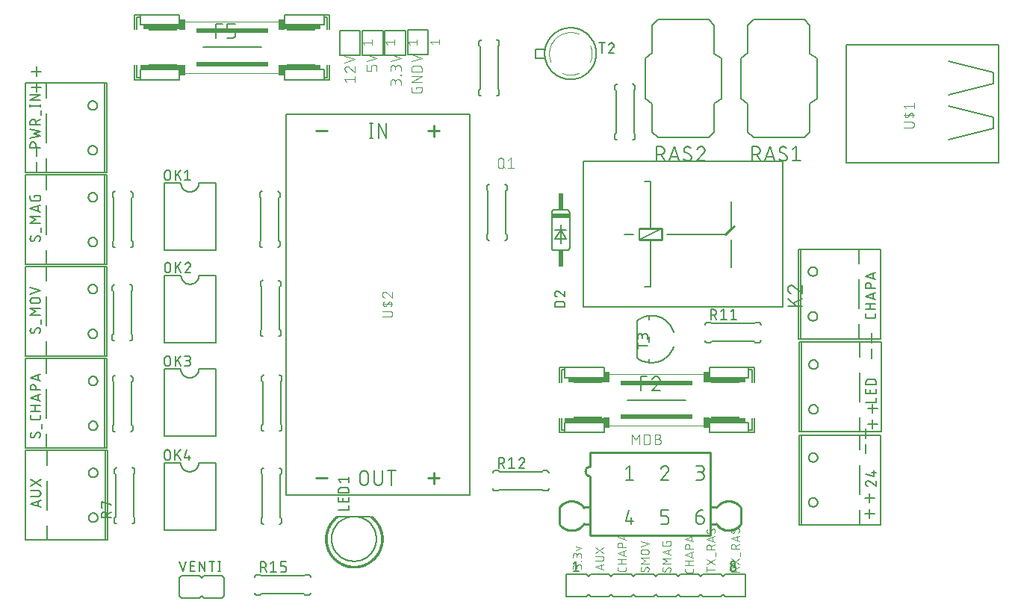
<source format=gbr>
G04 EAGLE Gerber X2 export*
%TF.Part,Single*%
%TF.FileFunction,Legend,Top,1*%
%TF.FilePolarity,Positive*%
%TF.GenerationSoftware,Autodesk,EAGLE,8.7.0*%
%TF.CreationDate,2018-10-16T22:29:40Z*%
G75*
%MOMM*%
%FSLAX34Y34*%
%LPD*%
%AMOC8*
5,1,8,0,0,1.08239X$1,22.5*%
G01*
%ADD10C,0.152400*%
%ADD11C,0.076200*%
%ADD12C,0.203200*%
%ADD13C,0.101600*%
%ADD14C,0.127000*%
%ADD15R,2.032000X0.508000*%
%ADD16R,0.508000X1.905000*%
%ADD17C,0.050800*%
%ADD18R,0.635000X1.143000*%
%ADD19R,4.445000X0.508000*%
%ADD20R,8.128000X0.508000*%
%ADD21R,3.175000X0.127000*%
%ADD22R,4.064000X0.508000*%
%ADD23C,0.254000*%
%ADD24C,0.177800*%
%ADD25C,0.025400*%


D10*
X22916Y590762D02*
X22916Y601599D01*
X28335Y596181D02*
X17498Y596181D01*
X22916Y608477D02*
X22916Y619315D01*
X17498Y613896D02*
X28335Y613896D01*
X22916Y511599D02*
X22916Y500762D01*
X22916Y518477D02*
X22916Y529315D01*
X962916Y191599D02*
X962916Y180762D01*
X962916Y198477D02*
X962916Y209315D01*
X967514Y118025D02*
X967514Y107188D01*
X962096Y112607D02*
X972933Y112607D01*
X967514Y124903D02*
X967514Y135741D01*
X962096Y130322D02*
X972933Y130322D01*
X970816Y208788D02*
X970816Y219625D01*
X976235Y214207D02*
X965398Y214207D01*
X970816Y226503D02*
X970816Y237341D01*
X965398Y231922D02*
X976235Y231922D01*
X969546Y288798D02*
X969546Y299635D01*
X969546Y306513D02*
X969546Y317351D01*
D11*
X640715Y52268D02*
X640715Y49657D01*
X640715Y52268D02*
X640713Y52369D01*
X640707Y52470D01*
X640697Y52571D01*
X640684Y52671D01*
X640666Y52771D01*
X640645Y52870D01*
X640619Y52968D01*
X640590Y53065D01*
X640558Y53161D01*
X640521Y53255D01*
X640481Y53348D01*
X640437Y53440D01*
X640390Y53529D01*
X640339Y53617D01*
X640285Y53703D01*
X640228Y53786D01*
X640168Y53868D01*
X640104Y53946D01*
X640038Y54023D01*
X639968Y54096D01*
X639896Y54167D01*
X639821Y54235D01*
X639743Y54300D01*
X639663Y54362D01*
X639581Y54421D01*
X639496Y54477D01*
X639410Y54529D01*
X639321Y54578D01*
X639230Y54624D01*
X639138Y54665D01*
X639044Y54704D01*
X638949Y54738D01*
X638853Y54769D01*
X638755Y54796D01*
X638657Y54820D01*
X638557Y54839D01*
X638457Y54855D01*
X638357Y54867D01*
X638256Y54875D01*
X638155Y54879D01*
X638053Y54879D01*
X637952Y54875D01*
X637851Y54867D01*
X637751Y54855D01*
X637651Y54839D01*
X637551Y54820D01*
X637453Y54796D01*
X637355Y54769D01*
X637259Y54738D01*
X637164Y54704D01*
X637070Y54665D01*
X636978Y54624D01*
X636887Y54578D01*
X636799Y54529D01*
X636712Y54477D01*
X636627Y54421D01*
X636545Y54362D01*
X636465Y54300D01*
X636387Y54235D01*
X636312Y54167D01*
X636240Y54096D01*
X636170Y54023D01*
X636104Y53946D01*
X636040Y53868D01*
X635980Y53786D01*
X635923Y53703D01*
X635869Y53617D01*
X635818Y53529D01*
X635771Y53440D01*
X635727Y53348D01*
X635687Y53255D01*
X635650Y53161D01*
X635618Y53065D01*
X635589Y52968D01*
X635563Y52870D01*
X635542Y52771D01*
X635524Y52671D01*
X635511Y52571D01*
X635501Y52470D01*
X635495Y52369D01*
X635493Y52268D01*
X631317Y52790D02*
X631317Y49657D01*
X631317Y52790D02*
X631319Y52880D01*
X631325Y52969D01*
X631334Y53059D01*
X631348Y53148D01*
X631365Y53236D01*
X631386Y53323D01*
X631411Y53410D01*
X631440Y53495D01*
X631472Y53579D01*
X631507Y53661D01*
X631547Y53742D01*
X631589Y53821D01*
X631635Y53898D01*
X631685Y53973D01*
X631737Y54046D01*
X631793Y54117D01*
X631851Y54185D01*
X631913Y54250D01*
X631977Y54313D01*
X632044Y54373D01*
X632113Y54430D01*
X632185Y54484D01*
X632259Y54535D01*
X632335Y54583D01*
X632413Y54627D01*
X632493Y54668D01*
X632575Y54706D01*
X632658Y54740D01*
X632743Y54770D01*
X632829Y54797D01*
X632915Y54820D01*
X633003Y54839D01*
X633092Y54854D01*
X633181Y54866D01*
X633270Y54874D01*
X633360Y54878D01*
X633450Y54878D01*
X633540Y54874D01*
X633629Y54866D01*
X633718Y54854D01*
X633807Y54839D01*
X633895Y54820D01*
X633981Y54797D01*
X634067Y54770D01*
X634152Y54740D01*
X634235Y54706D01*
X634317Y54668D01*
X634397Y54627D01*
X634475Y54583D01*
X634551Y54535D01*
X634625Y54484D01*
X634697Y54430D01*
X634766Y54373D01*
X634833Y54313D01*
X634897Y54250D01*
X634959Y54185D01*
X635017Y54117D01*
X635073Y54046D01*
X635125Y53973D01*
X635175Y53898D01*
X635221Y53821D01*
X635263Y53742D01*
X635303Y53661D01*
X635338Y53579D01*
X635370Y53495D01*
X635399Y53410D01*
X635424Y53323D01*
X635445Y53236D01*
X635462Y53148D01*
X635476Y53059D01*
X635485Y52969D01*
X635491Y52880D01*
X635493Y52790D01*
X635494Y52790D02*
X635494Y50701D01*
X640193Y58407D02*
X640715Y58407D01*
X640193Y58407D02*
X640193Y58929D01*
X640715Y58929D01*
X640715Y58407D01*
X640715Y62459D02*
X640715Y65069D01*
X640713Y65170D01*
X640707Y65271D01*
X640697Y65372D01*
X640684Y65472D01*
X640666Y65572D01*
X640645Y65671D01*
X640619Y65769D01*
X640590Y65866D01*
X640558Y65962D01*
X640521Y66056D01*
X640481Y66149D01*
X640437Y66241D01*
X640390Y66330D01*
X640339Y66418D01*
X640285Y66504D01*
X640228Y66587D01*
X640168Y66669D01*
X640104Y66747D01*
X640038Y66824D01*
X639968Y66897D01*
X639896Y66968D01*
X639821Y67036D01*
X639743Y67101D01*
X639663Y67163D01*
X639581Y67222D01*
X639496Y67278D01*
X639410Y67330D01*
X639321Y67379D01*
X639230Y67425D01*
X639138Y67466D01*
X639044Y67505D01*
X638949Y67539D01*
X638853Y67570D01*
X638755Y67597D01*
X638657Y67621D01*
X638557Y67640D01*
X638457Y67656D01*
X638357Y67668D01*
X638256Y67676D01*
X638155Y67680D01*
X638053Y67680D01*
X637952Y67676D01*
X637851Y67668D01*
X637751Y67656D01*
X637651Y67640D01*
X637551Y67621D01*
X637453Y67597D01*
X637355Y67570D01*
X637259Y67539D01*
X637164Y67505D01*
X637070Y67466D01*
X636978Y67425D01*
X636887Y67379D01*
X636799Y67330D01*
X636712Y67278D01*
X636627Y67222D01*
X636545Y67163D01*
X636465Y67101D01*
X636387Y67036D01*
X636312Y66968D01*
X636240Y66897D01*
X636170Y66824D01*
X636104Y66747D01*
X636040Y66669D01*
X635980Y66587D01*
X635923Y66504D01*
X635869Y66418D01*
X635818Y66330D01*
X635771Y66241D01*
X635727Y66149D01*
X635687Y66056D01*
X635650Y65962D01*
X635618Y65866D01*
X635589Y65769D01*
X635563Y65671D01*
X635542Y65572D01*
X635524Y65472D01*
X635511Y65372D01*
X635501Y65271D01*
X635495Y65170D01*
X635493Y65069D01*
X631317Y65591D02*
X631317Y62459D01*
X631317Y65591D02*
X631319Y65681D01*
X631325Y65770D01*
X631334Y65860D01*
X631348Y65949D01*
X631365Y66037D01*
X631386Y66124D01*
X631411Y66211D01*
X631440Y66296D01*
X631472Y66380D01*
X631507Y66462D01*
X631547Y66543D01*
X631589Y66622D01*
X631635Y66699D01*
X631685Y66774D01*
X631737Y66847D01*
X631793Y66918D01*
X631851Y66986D01*
X631913Y67051D01*
X631977Y67114D01*
X632044Y67174D01*
X632113Y67231D01*
X632185Y67285D01*
X632259Y67336D01*
X632335Y67384D01*
X632413Y67428D01*
X632493Y67469D01*
X632575Y67507D01*
X632658Y67541D01*
X632743Y67571D01*
X632829Y67598D01*
X632915Y67621D01*
X633003Y67640D01*
X633092Y67655D01*
X633181Y67667D01*
X633270Y67675D01*
X633360Y67679D01*
X633450Y67679D01*
X633540Y67675D01*
X633629Y67667D01*
X633718Y67655D01*
X633807Y67640D01*
X633895Y67621D01*
X633981Y67598D01*
X634067Y67571D01*
X634152Y67541D01*
X634235Y67507D01*
X634317Y67469D01*
X634397Y67428D01*
X634475Y67384D01*
X634551Y67336D01*
X634625Y67285D01*
X634697Y67231D01*
X634766Y67174D01*
X634833Y67114D01*
X634897Y67051D01*
X634959Y66986D01*
X635017Y66918D01*
X635073Y66847D01*
X635125Y66774D01*
X635175Y66699D01*
X635221Y66622D01*
X635263Y66543D01*
X635303Y66462D01*
X635338Y66380D01*
X635370Y66296D01*
X635399Y66211D01*
X635424Y66124D01*
X635445Y66037D01*
X635462Y65949D01*
X635476Y65860D01*
X635485Y65770D01*
X635491Y65681D01*
X635493Y65591D01*
X635494Y65591D02*
X635494Y63503D01*
X634450Y71210D02*
X640715Y73299D01*
X634450Y75387D01*
X656463Y52282D02*
X665861Y49149D01*
X665861Y55414D02*
X656463Y52282D01*
X663512Y54631D02*
X663512Y49932D01*
X663250Y59120D02*
X656463Y59120D01*
X663250Y59119D02*
X663351Y59121D01*
X663452Y59127D01*
X663553Y59137D01*
X663653Y59150D01*
X663753Y59168D01*
X663852Y59189D01*
X663950Y59215D01*
X664047Y59244D01*
X664143Y59276D01*
X664237Y59313D01*
X664330Y59353D01*
X664422Y59397D01*
X664511Y59444D01*
X664599Y59495D01*
X664685Y59549D01*
X664768Y59606D01*
X664850Y59666D01*
X664928Y59730D01*
X665005Y59796D01*
X665078Y59866D01*
X665149Y59938D01*
X665217Y60013D01*
X665282Y60091D01*
X665344Y60171D01*
X665403Y60253D01*
X665459Y60338D01*
X665511Y60424D01*
X665560Y60513D01*
X665606Y60604D01*
X665647Y60696D01*
X665686Y60790D01*
X665720Y60885D01*
X665751Y60981D01*
X665778Y61079D01*
X665802Y61177D01*
X665821Y61277D01*
X665837Y61377D01*
X665849Y61477D01*
X665857Y61578D01*
X665861Y61679D01*
X665861Y61781D01*
X665857Y61882D01*
X665849Y61983D01*
X665837Y62083D01*
X665821Y62183D01*
X665802Y62283D01*
X665778Y62381D01*
X665751Y62479D01*
X665720Y62575D01*
X665686Y62670D01*
X665647Y62764D01*
X665606Y62856D01*
X665560Y62947D01*
X665511Y63035D01*
X665459Y63122D01*
X665403Y63207D01*
X665344Y63289D01*
X665282Y63369D01*
X665217Y63447D01*
X665149Y63522D01*
X665078Y63594D01*
X665005Y63664D01*
X664928Y63730D01*
X664850Y63794D01*
X664768Y63854D01*
X664685Y63911D01*
X664599Y63965D01*
X664511Y64016D01*
X664422Y64063D01*
X664330Y64107D01*
X664237Y64147D01*
X664143Y64184D01*
X664047Y64216D01*
X663950Y64245D01*
X663852Y64271D01*
X663753Y64292D01*
X663653Y64310D01*
X663553Y64323D01*
X663452Y64333D01*
X663351Y64339D01*
X663250Y64341D01*
X656463Y64341D01*
X656463Y74312D02*
X665861Y68047D01*
X665861Y74312D02*
X656463Y68047D01*
X691261Y51802D02*
X691261Y49713D01*
X691259Y49624D01*
X691253Y49536D01*
X691244Y49448D01*
X691231Y49360D01*
X691214Y49273D01*
X691194Y49187D01*
X691169Y49102D01*
X691142Y49017D01*
X691110Y48934D01*
X691076Y48853D01*
X691037Y48773D01*
X690996Y48695D01*
X690951Y48618D01*
X690903Y48544D01*
X690852Y48471D01*
X690798Y48401D01*
X690740Y48334D01*
X690680Y48268D01*
X690618Y48206D01*
X690552Y48146D01*
X690485Y48088D01*
X690415Y48034D01*
X690342Y47983D01*
X690268Y47935D01*
X690191Y47890D01*
X690113Y47849D01*
X690033Y47810D01*
X689952Y47776D01*
X689869Y47744D01*
X689784Y47717D01*
X689699Y47692D01*
X689613Y47672D01*
X689526Y47655D01*
X689438Y47642D01*
X689350Y47633D01*
X689262Y47627D01*
X689173Y47625D01*
X683951Y47625D01*
X683860Y47627D01*
X683769Y47633D01*
X683678Y47643D01*
X683588Y47657D01*
X683499Y47675D01*
X683410Y47696D01*
X683323Y47722D01*
X683237Y47751D01*
X683152Y47784D01*
X683068Y47821D01*
X682986Y47861D01*
X682907Y47905D01*
X682829Y47952D01*
X682753Y48003D01*
X682679Y48057D01*
X682608Y48114D01*
X682540Y48174D01*
X682474Y48237D01*
X682411Y48303D01*
X682351Y48371D01*
X682294Y48442D01*
X682240Y48516D01*
X682189Y48592D01*
X682142Y48669D01*
X682098Y48749D01*
X682058Y48831D01*
X682021Y48915D01*
X681988Y48999D01*
X681959Y49086D01*
X681933Y49173D01*
X681912Y49262D01*
X681894Y49351D01*
X681880Y49441D01*
X681870Y49532D01*
X681864Y49623D01*
X681862Y49714D01*
X681863Y49713D02*
X681863Y51802D01*
X681863Y55576D02*
X691261Y55576D01*
X686040Y55576D02*
X686040Y60797D01*
X681863Y60797D02*
X691261Y60797D01*
X691261Y64502D02*
X681863Y67635D01*
X691261Y70767D01*
X688912Y69984D02*
X688912Y65285D01*
X691261Y74604D02*
X681863Y74604D01*
X681863Y77215D01*
X681865Y77316D01*
X681871Y77417D01*
X681881Y77518D01*
X681894Y77618D01*
X681912Y77718D01*
X681933Y77817D01*
X681959Y77915D01*
X681988Y78012D01*
X682020Y78108D01*
X682057Y78202D01*
X682097Y78295D01*
X682141Y78387D01*
X682188Y78476D01*
X682239Y78564D01*
X682293Y78650D01*
X682350Y78733D01*
X682410Y78815D01*
X682474Y78893D01*
X682540Y78970D01*
X682610Y79043D01*
X682682Y79114D01*
X682757Y79182D01*
X682835Y79247D01*
X682915Y79309D01*
X682997Y79368D01*
X683082Y79424D01*
X683169Y79476D01*
X683257Y79525D01*
X683348Y79571D01*
X683440Y79612D01*
X683534Y79651D01*
X683629Y79685D01*
X683725Y79716D01*
X683823Y79743D01*
X683921Y79767D01*
X684021Y79786D01*
X684121Y79802D01*
X684221Y79814D01*
X684322Y79822D01*
X684423Y79826D01*
X684525Y79826D01*
X684626Y79822D01*
X684727Y79814D01*
X684827Y79802D01*
X684927Y79786D01*
X685027Y79767D01*
X685125Y79743D01*
X685223Y79716D01*
X685319Y79685D01*
X685414Y79651D01*
X685508Y79612D01*
X685600Y79571D01*
X685691Y79525D01*
X685780Y79476D01*
X685866Y79424D01*
X685951Y79368D01*
X686033Y79309D01*
X686113Y79247D01*
X686191Y79182D01*
X686266Y79114D01*
X686338Y79043D01*
X686408Y78970D01*
X686474Y78893D01*
X686538Y78815D01*
X686598Y78733D01*
X686655Y78650D01*
X686709Y78564D01*
X686760Y78476D01*
X686807Y78387D01*
X686851Y78295D01*
X686891Y78202D01*
X686928Y78108D01*
X686960Y78012D01*
X686989Y77915D01*
X687015Y77817D01*
X687036Y77718D01*
X687054Y77618D01*
X687067Y77518D01*
X687077Y77417D01*
X687083Y77316D01*
X687085Y77215D01*
X687084Y77215D02*
X687084Y74604D01*
X691261Y82790D02*
X681863Y85923D01*
X691261Y89055D01*
X688912Y88272D02*
X688912Y83573D01*
X715081Y52084D02*
X715170Y52082D01*
X715258Y52076D01*
X715346Y52067D01*
X715434Y52054D01*
X715521Y52037D01*
X715607Y52017D01*
X715692Y51992D01*
X715777Y51965D01*
X715860Y51933D01*
X715941Y51899D01*
X716021Y51860D01*
X716099Y51819D01*
X716176Y51774D01*
X716250Y51726D01*
X716323Y51675D01*
X716393Y51621D01*
X716460Y51563D01*
X716526Y51503D01*
X716588Y51441D01*
X716648Y51375D01*
X716706Y51308D01*
X716760Y51238D01*
X716811Y51165D01*
X716859Y51091D01*
X716904Y51014D01*
X716945Y50936D01*
X716984Y50856D01*
X717018Y50775D01*
X717050Y50692D01*
X717077Y50607D01*
X717102Y50522D01*
X717122Y50436D01*
X717139Y50349D01*
X717152Y50261D01*
X717161Y50173D01*
X717167Y50085D01*
X717169Y49996D01*
X717167Y49867D01*
X717161Y49738D01*
X717152Y49609D01*
X717139Y49481D01*
X717122Y49353D01*
X717101Y49226D01*
X717077Y49099D01*
X717049Y48973D01*
X717017Y48848D01*
X716982Y48724D01*
X716943Y48601D01*
X716900Y48479D01*
X716854Y48359D01*
X716804Y48240D01*
X716751Y48122D01*
X716695Y48006D01*
X716635Y47892D01*
X716572Y47779D01*
X716505Y47669D01*
X716436Y47560D01*
X716363Y47454D01*
X716287Y47349D01*
X716208Y47247D01*
X716126Y47148D01*
X716042Y47050D01*
X715954Y46955D01*
X715864Y46863D01*
X709859Y47125D02*
X709770Y47127D01*
X709682Y47133D01*
X709594Y47142D01*
X709506Y47155D01*
X709419Y47172D01*
X709333Y47192D01*
X709248Y47217D01*
X709163Y47244D01*
X709080Y47276D01*
X708999Y47310D01*
X708919Y47349D01*
X708841Y47390D01*
X708764Y47435D01*
X708690Y47483D01*
X708617Y47534D01*
X708547Y47588D01*
X708480Y47646D01*
X708414Y47706D01*
X708352Y47768D01*
X708292Y47834D01*
X708234Y47901D01*
X708180Y47971D01*
X708129Y48044D01*
X708081Y48118D01*
X708036Y48195D01*
X707995Y48273D01*
X707956Y48353D01*
X707922Y48434D01*
X707890Y48517D01*
X707863Y48602D01*
X707838Y48687D01*
X707818Y48773D01*
X707801Y48860D01*
X707788Y48948D01*
X707779Y49036D01*
X707773Y49124D01*
X707771Y49213D01*
X707773Y49333D01*
X707778Y49453D01*
X707788Y49572D01*
X707800Y49692D01*
X707817Y49811D01*
X707837Y49929D01*
X707861Y50047D01*
X707888Y50163D01*
X707919Y50279D01*
X707953Y50394D01*
X707991Y50508D01*
X708033Y50621D01*
X708078Y50732D01*
X708126Y50842D01*
X708177Y50950D01*
X708232Y51057D01*
X708290Y51162D01*
X708352Y51265D01*
X708416Y51366D01*
X708484Y51466D01*
X708554Y51563D01*
X711686Y48168D02*
X711638Y48090D01*
X711586Y48014D01*
X711532Y47941D01*
X711474Y47870D01*
X711413Y47801D01*
X711349Y47735D01*
X711282Y47672D01*
X711213Y47612D01*
X711141Y47555D01*
X711067Y47501D01*
X710990Y47451D01*
X710911Y47403D01*
X710831Y47360D01*
X710748Y47319D01*
X710664Y47283D01*
X710579Y47250D01*
X710492Y47221D01*
X710403Y47195D01*
X710314Y47173D01*
X710224Y47156D01*
X710134Y47142D01*
X710042Y47132D01*
X709951Y47126D01*
X709859Y47124D01*
X713254Y51040D02*
X713302Y51118D01*
X713354Y51194D01*
X713408Y51267D01*
X713466Y51338D01*
X713527Y51407D01*
X713591Y51473D01*
X713658Y51536D01*
X713727Y51596D01*
X713799Y51653D01*
X713873Y51707D01*
X713950Y51757D01*
X714029Y51805D01*
X714109Y51848D01*
X714192Y51889D01*
X714276Y51925D01*
X714361Y51958D01*
X714448Y51987D01*
X714537Y52013D01*
X714626Y52035D01*
X714716Y52052D01*
X714806Y52066D01*
X714898Y52076D01*
X714989Y52082D01*
X715081Y52084D01*
X713253Y51040D02*
X711687Y48168D01*
X707771Y56094D02*
X717169Y56094D01*
X712992Y59227D02*
X707771Y56094D01*
X712992Y59227D02*
X707771Y62360D01*
X717169Y62360D01*
X714558Y66675D02*
X710382Y66675D01*
X710382Y66674D02*
X710281Y66676D01*
X710180Y66682D01*
X710079Y66692D01*
X709979Y66705D01*
X709879Y66723D01*
X709780Y66744D01*
X709682Y66770D01*
X709585Y66799D01*
X709489Y66831D01*
X709395Y66868D01*
X709302Y66908D01*
X709210Y66952D01*
X709121Y66999D01*
X709033Y67050D01*
X708947Y67104D01*
X708864Y67161D01*
X708782Y67221D01*
X708704Y67285D01*
X708627Y67351D01*
X708554Y67421D01*
X708483Y67493D01*
X708415Y67568D01*
X708350Y67646D01*
X708288Y67726D01*
X708229Y67808D01*
X708173Y67893D01*
X708121Y67980D01*
X708072Y68068D01*
X708026Y68159D01*
X707985Y68251D01*
X707946Y68345D01*
X707912Y68440D01*
X707881Y68536D01*
X707854Y68634D01*
X707830Y68732D01*
X707811Y68832D01*
X707795Y68932D01*
X707783Y69032D01*
X707775Y69133D01*
X707771Y69234D01*
X707771Y69336D01*
X707775Y69437D01*
X707783Y69538D01*
X707795Y69638D01*
X707811Y69738D01*
X707830Y69838D01*
X707854Y69936D01*
X707881Y70034D01*
X707912Y70130D01*
X707946Y70225D01*
X707985Y70319D01*
X708026Y70411D01*
X708072Y70502D01*
X708121Y70591D01*
X708173Y70677D01*
X708229Y70762D01*
X708288Y70844D01*
X708350Y70924D01*
X708415Y71002D01*
X708483Y71077D01*
X708554Y71149D01*
X708627Y71219D01*
X708704Y71285D01*
X708782Y71349D01*
X708864Y71409D01*
X708947Y71466D01*
X709033Y71520D01*
X709121Y71571D01*
X709210Y71618D01*
X709302Y71662D01*
X709395Y71702D01*
X709489Y71739D01*
X709585Y71771D01*
X709682Y71800D01*
X709780Y71826D01*
X709879Y71847D01*
X709979Y71865D01*
X710079Y71878D01*
X710180Y71888D01*
X710281Y71894D01*
X710382Y71896D01*
X714558Y71896D01*
X714659Y71894D01*
X714760Y71888D01*
X714861Y71878D01*
X714961Y71865D01*
X715061Y71847D01*
X715160Y71826D01*
X715258Y71800D01*
X715355Y71771D01*
X715451Y71739D01*
X715545Y71702D01*
X715638Y71662D01*
X715730Y71618D01*
X715819Y71571D01*
X715907Y71520D01*
X715993Y71466D01*
X716076Y71409D01*
X716158Y71349D01*
X716236Y71285D01*
X716313Y71219D01*
X716386Y71149D01*
X716457Y71077D01*
X716525Y71002D01*
X716590Y70924D01*
X716652Y70844D01*
X716711Y70762D01*
X716767Y70677D01*
X716819Y70590D01*
X716868Y70502D01*
X716914Y70411D01*
X716955Y70319D01*
X716994Y70225D01*
X717028Y70130D01*
X717059Y70034D01*
X717086Y69936D01*
X717110Y69838D01*
X717129Y69738D01*
X717145Y69638D01*
X717157Y69538D01*
X717165Y69437D01*
X717169Y69336D01*
X717169Y69234D01*
X717165Y69133D01*
X717157Y69032D01*
X717145Y68932D01*
X717129Y68832D01*
X717110Y68732D01*
X717086Y68634D01*
X717059Y68536D01*
X717028Y68440D01*
X716994Y68345D01*
X716955Y68251D01*
X716914Y68159D01*
X716868Y68068D01*
X716819Y67979D01*
X716767Y67893D01*
X716711Y67808D01*
X716652Y67726D01*
X716590Y67646D01*
X716525Y67568D01*
X716457Y67493D01*
X716386Y67421D01*
X716313Y67351D01*
X716236Y67285D01*
X716158Y67221D01*
X716076Y67161D01*
X715993Y67104D01*
X715907Y67050D01*
X715819Y66999D01*
X715730Y66952D01*
X715638Y66908D01*
X715545Y66868D01*
X715451Y66831D01*
X715355Y66799D01*
X715258Y66770D01*
X715160Y66744D01*
X715061Y66723D01*
X714961Y66705D01*
X714861Y66692D01*
X714760Y66682D01*
X714659Y66676D01*
X714558Y66674D01*
X707771Y75297D02*
X717169Y78429D01*
X707771Y81562D01*
X739719Y51830D02*
X739808Y51828D01*
X739896Y51822D01*
X739984Y51813D01*
X740072Y51800D01*
X740159Y51783D01*
X740245Y51763D01*
X740330Y51738D01*
X740415Y51711D01*
X740498Y51679D01*
X740579Y51645D01*
X740659Y51606D01*
X740737Y51565D01*
X740814Y51520D01*
X740888Y51472D01*
X740961Y51421D01*
X741031Y51367D01*
X741098Y51309D01*
X741164Y51249D01*
X741226Y51187D01*
X741286Y51121D01*
X741344Y51054D01*
X741398Y50984D01*
X741449Y50911D01*
X741497Y50837D01*
X741542Y50760D01*
X741583Y50682D01*
X741622Y50602D01*
X741656Y50521D01*
X741688Y50438D01*
X741715Y50353D01*
X741740Y50268D01*
X741760Y50182D01*
X741777Y50095D01*
X741790Y50007D01*
X741799Y49919D01*
X741805Y49831D01*
X741807Y49742D01*
X741805Y49613D01*
X741799Y49484D01*
X741790Y49355D01*
X741777Y49227D01*
X741760Y49099D01*
X741739Y48972D01*
X741715Y48845D01*
X741687Y48719D01*
X741655Y48594D01*
X741620Y48470D01*
X741581Y48347D01*
X741538Y48225D01*
X741492Y48105D01*
X741442Y47986D01*
X741389Y47868D01*
X741333Y47752D01*
X741273Y47638D01*
X741210Y47525D01*
X741143Y47415D01*
X741074Y47306D01*
X741001Y47200D01*
X740925Y47095D01*
X740846Y46993D01*
X740764Y46894D01*
X740680Y46796D01*
X740592Y46701D01*
X740502Y46609D01*
X734497Y46871D02*
X734408Y46873D01*
X734320Y46879D01*
X734232Y46888D01*
X734144Y46901D01*
X734057Y46918D01*
X733971Y46938D01*
X733886Y46963D01*
X733801Y46990D01*
X733718Y47022D01*
X733637Y47056D01*
X733557Y47095D01*
X733479Y47136D01*
X733402Y47181D01*
X733328Y47229D01*
X733255Y47280D01*
X733185Y47334D01*
X733118Y47392D01*
X733052Y47452D01*
X732990Y47514D01*
X732930Y47580D01*
X732872Y47647D01*
X732818Y47717D01*
X732767Y47790D01*
X732719Y47864D01*
X732674Y47941D01*
X732633Y48019D01*
X732594Y48099D01*
X732560Y48180D01*
X732528Y48263D01*
X732501Y48348D01*
X732476Y48433D01*
X732456Y48519D01*
X732439Y48606D01*
X732426Y48694D01*
X732417Y48782D01*
X732411Y48870D01*
X732409Y48959D01*
X732411Y49079D01*
X732416Y49199D01*
X732426Y49318D01*
X732438Y49438D01*
X732455Y49557D01*
X732475Y49675D01*
X732499Y49793D01*
X732526Y49909D01*
X732557Y50025D01*
X732591Y50140D01*
X732629Y50254D01*
X732671Y50367D01*
X732716Y50478D01*
X732764Y50588D01*
X732815Y50696D01*
X732870Y50803D01*
X732928Y50908D01*
X732990Y51011D01*
X733054Y51112D01*
X733122Y51212D01*
X733192Y51309D01*
X736324Y47914D02*
X736276Y47836D01*
X736224Y47760D01*
X736170Y47687D01*
X736112Y47616D01*
X736051Y47547D01*
X735987Y47481D01*
X735920Y47418D01*
X735851Y47358D01*
X735779Y47301D01*
X735705Y47247D01*
X735628Y47197D01*
X735549Y47149D01*
X735469Y47106D01*
X735386Y47065D01*
X735302Y47029D01*
X735217Y46996D01*
X735130Y46967D01*
X735041Y46941D01*
X734952Y46919D01*
X734862Y46902D01*
X734772Y46888D01*
X734680Y46878D01*
X734589Y46872D01*
X734497Y46870D01*
X737892Y50786D02*
X737940Y50864D01*
X737992Y50940D01*
X738046Y51013D01*
X738104Y51084D01*
X738165Y51153D01*
X738229Y51219D01*
X738296Y51282D01*
X738365Y51342D01*
X738437Y51399D01*
X738511Y51453D01*
X738588Y51503D01*
X738667Y51551D01*
X738747Y51594D01*
X738830Y51635D01*
X738914Y51671D01*
X738999Y51704D01*
X739086Y51733D01*
X739175Y51759D01*
X739264Y51781D01*
X739354Y51798D01*
X739444Y51812D01*
X739536Y51822D01*
X739627Y51828D01*
X739719Y51830D01*
X737891Y50786D02*
X736325Y47914D01*
X732409Y55840D02*
X741807Y55840D01*
X737630Y58973D02*
X732409Y55840D01*
X737630Y58973D02*
X732409Y62106D01*
X741807Y62106D01*
X741807Y65899D02*
X732409Y69031D01*
X741807Y72164D01*
X739458Y71381D02*
X739458Y66682D01*
X736586Y79524D02*
X736586Y81091D01*
X741807Y81091D01*
X741807Y77958D01*
X741805Y77869D01*
X741799Y77781D01*
X741790Y77693D01*
X741777Y77605D01*
X741760Y77518D01*
X741740Y77432D01*
X741715Y77347D01*
X741688Y77262D01*
X741656Y77179D01*
X741622Y77098D01*
X741583Y77018D01*
X741542Y76940D01*
X741497Y76863D01*
X741449Y76789D01*
X741398Y76716D01*
X741344Y76646D01*
X741286Y76579D01*
X741226Y76513D01*
X741164Y76451D01*
X741098Y76391D01*
X741031Y76333D01*
X740961Y76279D01*
X740888Y76228D01*
X740814Y76180D01*
X740737Y76135D01*
X740659Y76094D01*
X740579Y76055D01*
X740498Y76021D01*
X740415Y75989D01*
X740330Y75962D01*
X740245Y75937D01*
X740159Y75917D01*
X740072Y75900D01*
X739984Y75887D01*
X739896Y75878D01*
X739808Y75872D01*
X739719Y75870D01*
X734497Y75870D01*
X734497Y75869D02*
X734406Y75871D01*
X734315Y75877D01*
X734224Y75887D01*
X734134Y75901D01*
X734045Y75919D01*
X733956Y75940D01*
X733869Y75966D01*
X733783Y75995D01*
X733698Y76028D01*
X733614Y76065D01*
X733532Y76105D01*
X733453Y76149D01*
X733375Y76196D01*
X733299Y76247D01*
X733225Y76301D01*
X733154Y76358D01*
X733086Y76418D01*
X733020Y76481D01*
X732957Y76547D01*
X732897Y76615D01*
X732840Y76686D01*
X732786Y76760D01*
X732735Y76836D01*
X732688Y76913D01*
X732644Y76993D01*
X732604Y77075D01*
X732567Y77159D01*
X732534Y77243D01*
X732505Y77330D01*
X732479Y77417D01*
X732458Y77506D01*
X732440Y77595D01*
X732426Y77685D01*
X732416Y77776D01*
X732410Y77867D01*
X732408Y77958D01*
X732409Y77958D02*
X732409Y81091D01*
X767715Y50024D02*
X767715Y47935D01*
X767713Y47846D01*
X767707Y47758D01*
X767698Y47670D01*
X767685Y47582D01*
X767668Y47495D01*
X767648Y47409D01*
X767623Y47324D01*
X767596Y47239D01*
X767564Y47156D01*
X767530Y47075D01*
X767491Y46995D01*
X767450Y46917D01*
X767405Y46840D01*
X767357Y46766D01*
X767306Y46693D01*
X767252Y46623D01*
X767194Y46556D01*
X767134Y46490D01*
X767072Y46428D01*
X767006Y46368D01*
X766939Y46310D01*
X766869Y46256D01*
X766796Y46205D01*
X766722Y46157D01*
X766645Y46112D01*
X766567Y46071D01*
X766487Y46032D01*
X766406Y45998D01*
X766323Y45966D01*
X766238Y45939D01*
X766153Y45914D01*
X766067Y45894D01*
X765980Y45877D01*
X765892Y45864D01*
X765804Y45855D01*
X765716Y45849D01*
X765627Y45847D01*
X760405Y45847D01*
X760314Y45849D01*
X760223Y45855D01*
X760132Y45865D01*
X760042Y45879D01*
X759953Y45897D01*
X759864Y45918D01*
X759777Y45944D01*
X759691Y45973D01*
X759606Y46006D01*
X759522Y46043D01*
X759440Y46083D01*
X759361Y46127D01*
X759283Y46174D01*
X759207Y46225D01*
X759133Y46279D01*
X759062Y46336D01*
X758994Y46396D01*
X758928Y46459D01*
X758865Y46525D01*
X758805Y46593D01*
X758748Y46664D01*
X758694Y46738D01*
X758643Y46814D01*
X758596Y46891D01*
X758552Y46971D01*
X758512Y47053D01*
X758475Y47137D01*
X758442Y47221D01*
X758413Y47308D01*
X758387Y47395D01*
X758366Y47484D01*
X758348Y47573D01*
X758334Y47663D01*
X758324Y47754D01*
X758318Y47845D01*
X758316Y47936D01*
X758317Y47935D02*
X758317Y50024D01*
X758317Y53798D02*
X767715Y53798D01*
X762494Y53798D02*
X762494Y59019D01*
X758317Y59019D02*
X767715Y59019D01*
X767715Y62724D02*
X758317Y65857D01*
X767715Y68989D01*
X765366Y68206D02*
X765366Y63507D01*
X767715Y72826D02*
X758317Y72826D01*
X758317Y75437D01*
X758319Y75538D01*
X758325Y75639D01*
X758335Y75740D01*
X758348Y75840D01*
X758366Y75940D01*
X758387Y76039D01*
X758413Y76137D01*
X758442Y76234D01*
X758474Y76330D01*
X758511Y76424D01*
X758551Y76517D01*
X758595Y76609D01*
X758642Y76698D01*
X758693Y76786D01*
X758747Y76872D01*
X758804Y76955D01*
X758864Y77037D01*
X758928Y77115D01*
X758994Y77192D01*
X759064Y77265D01*
X759136Y77336D01*
X759211Y77404D01*
X759289Y77469D01*
X759369Y77531D01*
X759451Y77590D01*
X759536Y77646D01*
X759623Y77698D01*
X759711Y77747D01*
X759802Y77793D01*
X759894Y77834D01*
X759988Y77873D01*
X760083Y77907D01*
X760179Y77938D01*
X760277Y77965D01*
X760375Y77989D01*
X760475Y78008D01*
X760575Y78024D01*
X760675Y78036D01*
X760776Y78044D01*
X760877Y78048D01*
X760979Y78048D01*
X761080Y78044D01*
X761181Y78036D01*
X761281Y78024D01*
X761381Y78008D01*
X761481Y77989D01*
X761579Y77965D01*
X761677Y77938D01*
X761773Y77907D01*
X761868Y77873D01*
X761962Y77834D01*
X762054Y77793D01*
X762145Y77747D01*
X762234Y77698D01*
X762320Y77646D01*
X762405Y77590D01*
X762487Y77531D01*
X762567Y77469D01*
X762645Y77404D01*
X762720Y77336D01*
X762792Y77265D01*
X762862Y77192D01*
X762928Y77115D01*
X762992Y77037D01*
X763052Y76955D01*
X763109Y76872D01*
X763163Y76786D01*
X763214Y76698D01*
X763261Y76609D01*
X763305Y76517D01*
X763345Y76424D01*
X763382Y76330D01*
X763414Y76234D01*
X763443Y76137D01*
X763469Y76039D01*
X763490Y75940D01*
X763508Y75840D01*
X763521Y75740D01*
X763531Y75639D01*
X763537Y75538D01*
X763539Y75437D01*
X763538Y75437D02*
X763538Y72826D01*
X767715Y81012D02*
X758317Y84145D01*
X767715Y87277D01*
X765366Y86494D02*
X765366Y81795D01*
X782701Y49474D02*
X792099Y49474D01*
X782701Y46863D02*
X782701Y52084D01*
X782701Y61141D02*
X792099Y54875D01*
X792099Y61141D02*
X782701Y54875D01*
X793143Y64149D02*
X793143Y68326D01*
X792099Y72218D02*
X782701Y72218D01*
X782701Y74829D01*
X782703Y74930D01*
X782709Y75031D01*
X782719Y75132D01*
X782732Y75232D01*
X782750Y75332D01*
X782771Y75431D01*
X782797Y75529D01*
X782826Y75626D01*
X782858Y75722D01*
X782895Y75816D01*
X782935Y75909D01*
X782979Y76001D01*
X783026Y76090D01*
X783077Y76178D01*
X783131Y76264D01*
X783188Y76347D01*
X783248Y76429D01*
X783312Y76507D01*
X783378Y76584D01*
X783448Y76657D01*
X783520Y76728D01*
X783595Y76796D01*
X783673Y76861D01*
X783753Y76923D01*
X783835Y76982D01*
X783920Y77038D01*
X784007Y77090D01*
X784095Y77139D01*
X784186Y77185D01*
X784278Y77226D01*
X784372Y77265D01*
X784467Y77299D01*
X784563Y77330D01*
X784661Y77357D01*
X784759Y77381D01*
X784859Y77400D01*
X784959Y77416D01*
X785059Y77428D01*
X785160Y77436D01*
X785261Y77440D01*
X785363Y77440D01*
X785464Y77436D01*
X785565Y77428D01*
X785665Y77416D01*
X785765Y77400D01*
X785865Y77381D01*
X785963Y77357D01*
X786061Y77330D01*
X786157Y77299D01*
X786252Y77265D01*
X786346Y77226D01*
X786438Y77185D01*
X786529Y77139D01*
X786618Y77090D01*
X786704Y77038D01*
X786789Y76982D01*
X786871Y76923D01*
X786951Y76861D01*
X787029Y76796D01*
X787104Y76728D01*
X787176Y76657D01*
X787246Y76584D01*
X787312Y76507D01*
X787376Y76429D01*
X787436Y76347D01*
X787493Y76264D01*
X787547Y76178D01*
X787598Y76090D01*
X787645Y76001D01*
X787689Y75909D01*
X787729Y75816D01*
X787766Y75722D01*
X787798Y75626D01*
X787827Y75529D01*
X787853Y75431D01*
X787874Y75332D01*
X787892Y75232D01*
X787905Y75132D01*
X787915Y75031D01*
X787921Y74930D01*
X787923Y74829D01*
X787922Y74829D02*
X787922Y72218D01*
X787922Y75351D02*
X792099Y77439D01*
X792099Y80783D02*
X782701Y83916D01*
X792099Y87048D01*
X789750Y86265D02*
X789750Y81566D01*
X792099Y93277D02*
X792097Y93366D01*
X792091Y93454D01*
X792082Y93542D01*
X792069Y93630D01*
X792052Y93717D01*
X792032Y93803D01*
X792007Y93888D01*
X791980Y93973D01*
X791948Y94056D01*
X791914Y94137D01*
X791875Y94217D01*
X791834Y94295D01*
X791789Y94372D01*
X791741Y94446D01*
X791690Y94519D01*
X791636Y94589D01*
X791578Y94656D01*
X791518Y94722D01*
X791456Y94784D01*
X791390Y94844D01*
X791323Y94902D01*
X791253Y94956D01*
X791180Y95007D01*
X791106Y95055D01*
X791029Y95100D01*
X790951Y95141D01*
X790871Y95180D01*
X790790Y95214D01*
X790707Y95246D01*
X790622Y95273D01*
X790537Y95298D01*
X790451Y95318D01*
X790364Y95335D01*
X790276Y95348D01*
X790188Y95357D01*
X790100Y95363D01*
X790011Y95365D01*
X792099Y93277D02*
X792097Y93148D01*
X792091Y93019D01*
X792082Y92890D01*
X792069Y92762D01*
X792052Y92634D01*
X792031Y92507D01*
X792007Y92380D01*
X791979Y92254D01*
X791947Y92129D01*
X791912Y92005D01*
X791873Y91882D01*
X791830Y91760D01*
X791784Y91640D01*
X791734Y91521D01*
X791681Y91403D01*
X791625Y91287D01*
X791565Y91173D01*
X791502Y91060D01*
X791435Y90950D01*
X791366Y90841D01*
X791293Y90735D01*
X791217Y90630D01*
X791138Y90528D01*
X791056Y90429D01*
X790972Y90331D01*
X790884Y90236D01*
X790794Y90144D01*
X784789Y90406D02*
X784700Y90408D01*
X784612Y90414D01*
X784524Y90423D01*
X784436Y90436D01*
X784349Y90453D01*
X784263Y90473D01*
X784178Y90498D01*
X784093Y90525D01*
X784010Y90557D01*
X783929Y90591D01*
X783849Y90630D01*
X783771Y90671D01*
X783694Y90716D01*
X783620Y90764D01*
X783547Y90815D01*
X783477Y90869D01*
X783410Y90927D01*
X783344Y90987D01*
X783282Y91049D01*
X783222Y91115D01*
X783164Y91182D01*
X783110Y91252D01*
X783059Y91325D01*
X783011Y91399D01*
X782966Y91476D01*
X782925Y91554D01*
X782886Y91634D01*
X782852Y91715D01*
X782820Y91798D01*
X782793Y91883D01*
X782768Y91968D01*
X782748Y92054D01*
X782731Y92141D01*
X782718Y92229D01*
X782709Y92317D01*
X782703Y92405D01*
X782701Y92494D01*
X782703Y92614D01*
X782708Y92734D01*
X782718Y92853D01*
X782730Y92973D01*
X782747Y93092D01*
X782767Y93210D01*
X782791Y93328D01*
X782818Y93444D01*
X782849Y93560D01*
X782883Y93675D01*
X782921Y93789D01*
X782963Y93902D01*
X783008Y94013D01*
X783056Y94123D01*
X783107Y94231D01*
X783162Y94338D01*
X783220Y94443D01*
X783282Y94546D01*
X783346Y94647D01*
X783414Y94747D01*
X783484Y94844D01*
X786616Y91449D02*
X786568Y91371D01*
X786516Y91295D01*
X786462Y91222D01*
X786404Y91151D01*
X786343Y91082D01*
X786279Y91016D01*
X786212Y90953D01*
X786143Y90893D01*
X786071Y90836D01*
X785997Y90782D01*
X785920Y90732D01*
X785841Y90684D01*
X785761Y90641D01*
X785678Y90600D01*
X785594Y90564D01*
X785509Y90531D01*
X785422Y90502D01*
X785333Y90476D01*
X785244Y90454D01*
X785154Y90437D01*
X785064Y90423D01*
X784972Y90413D01*
X784881Y90407D01*
X784789Y90405D01*
X788184Y94321D02*
X788232Y94399D01*
X788284Y94475D01*
X788338Y94548D01*
X788396Y94619D01*
X788457Y94688D01*
X788521Y94754D01*
X788588Y94817D01*
X788657Y94877D01*
X788729Y94934D01*
X788803Y94988D01*
X788880Y95038D01*
X788959Y95086D01*
X789039Y95129D01*
X789122Y95170D01*
X789206Y95206D01*
X789291Y95239D01*
X789378Y95268D01*
X789467Y95294D01*
X789556Y95316D01*
X789646Y95333D01*
X789736Y95347D01*
X789828Y95357D01*
X789919Y95363D01*
X790011Y95365D01*
X788183Y94321D02*
X786617Y91450D01*
X810221Y46825D02*
X819619Y46825D01*
X810221Y46825D02*
X810221Y49436D01*
X810223Y49537D01*
X810229Y49638D01*
X810239Y49739D01*
X810252Y49839D01*
X810270Y49939D01*
X810291Y50038D01*
X810317Y50136D01*
X810346Y50233D01*
X810378Y50329D01*
X810415Y50423D01*
X810455Y50516D01*
X810499Y50608D01*
X810546Y50697D01*
X810597Y50785D01*
X810651Y50871D01*
X810708Y50954D01*
X810768Y51036D01*
X810832Y51114D01*
X810898Y51191D01*
X810968Y51264D01*
X811040Y51335D01*
X811115Y51403D01*
X811193Y51468D01*
X811273Y51530D01*
X811355Y51589D01*
X811440Y51645D01*
X811527Y51697D01*
X811615Y51746D01*
X811706Y51792D01*
X811798Y51833D01*
X811892Y51872D01*
X811987Y51906D01*
X812083Y51937D01*
X812181Y51964D01*
X812279Y51988D01*
X812379Y52007D01*
X812479Y52023D01*
X812579Y52035D01*
X812680Y52043D01*
X812781Y52047D01*
X812883Y52047D01*
X812984Y52043D01*
X813085Y52035D01*
X813185Y52023D01*
X813285Y52007D01*
X813385Y51988D01*
X813483Y51964D01*
X813581Y51937D01*
X813677Y51906D01*
X813772Y51872D01*
X813866Y51833D01*
X813958Y51792D01*
X814049Y51746D01*
X814138Y51697D01*
X814224Y51645D01*
X814309Y51589D01*
X814391Y51530D01*
X814471Y51468D01*
X814549Y51403D01*
X814624Y51335D01*
X814696Y51264D01*
X814766Y51191D01*
X814832Y51114D01*
X814896Y51036D01*
X814956Y50954D01*
X815013Y50871D01*
X815067Y50785D01*
X815118Y50697D01*
X815165Y50608D01*
X815209Y50516D01*
X815249Y50423D01*
X815286Y50329D01*
X815318Y50233D01*
X815347Y50136D01*
X815373Y50038D01*
X815394Y49939D01*
X815412Y49839D01*
X815425Y49739D01*
X815435Y49638D01*
X815441Y49537D01*
X815443Y49436D01*
X815442Y49436D02*
X815442Y46825D01*
X815442Y49958D02*
X819619Y52046D01*
X819619Y55390D02*
X810221Y61655D01*
X810221Y55390D02*
X819619Y61655D01*
X820663Y64664D02*
X820663Y68840D01*
X819619Y72733D02*
X810221Y72733D01*
X810221Y75343D01*
X810223Y75444D01*
X810229Y75545D01*
X810239Y75646D01*
X810252Y75746D01*
X810270Y75846D01*
X810291Y75945D01*
X810317Y76043D01*
X810346Y76140D01*
X810378Y76236D01*
X810415Y76330D01*
X810455Y76423D01*
X810499Y76515D01*
X810546Y76604D01*
X810597Y76692D01*
X810651Y76778D01*
X810708Y76861D01*
X810768Y76943D01*
X810832Y77021D01*
X810898Y77098D01*
X810968Y77171D01*
X811040Y77242D01*
X811115Y77310D01*
X811193Y77375D01*
X811273Y77437D01*
X811355Y77496D01*
X811440Y77552D01*
X811527Y77604D01*
X811615Y77653D01*
X811706Y77699D01*
X811798Y77740D01*
X811892Y77779D01*
X811987Y77813D01*
X812083Y77844D01*
X812181Y77871D01*
X812279Y77895D01*
X812379Y77914D01*
X812479Y77930D01*
X812579Y77942D01*
X812680Y77950D01*
X812781Y77954D01*
X812883Y77954D01*
X812984Y77950D01*
X813085Y77942D01*
X813185Y77930D01*
X813285Y77914D01*
X813385Y77895D01*
X813483Y77871D01*
X813581Y77844D01*
X813677Y77813D01*
X813772Y77779D01*
X813866Y77740D01*
X813958Y77699D01*
X814049Y77653D01*
X814138Y77604D01*
X814224Y77552D01*
X814309Y77496D01*
X814391Y77437D01*
X814471Y77375D01*
X814549Y77310D01*
X814624Y77242D01*
X814696Y77171D01*
X814766Y77098D01*
X814832Y77021D01*
X814896Y76943D01*
X814956Y76861D01*
X815013Y76778D01*
X815067Y76692D01*
X815118Y76604D01*
X815165Y76515D01*
X815209Y76423D01*
X815249Y76330D01*
X815286Y76236D01*
X815318Y76140D01*
X815347Y76043D01*
X815373Y75945D01*
X815394Y75846D01*
X815412Y75746D01*
X815425Y75646D01*
X815435Y75545D01*
X815441Y75444D01*
X815443Y75343D01*
X815442Y75343D02*
X815442Y72733D01*
X815442Y75865D02*
X819619Y77954D01*
X819619Y81298D02*
X810221Y84430D01*
X819619Y87563D01*
X817270Y86780D02*
X817270Y82081D01*
X819619Y93792D02*
X819617Y93881D01*
X819611Y93969D01*
X819602Y94057D01*
X819589Y94145D01*
X819572Y94232D01*
X819552Y94318D01*
X819527Y94403D01*
X819500Y94488D01*
X819468Y94571D01*
X819434Y94652D01*
X819395Y94732D01*
X819354Y94810D01*
X819309Y94887D01*
X819261Y94961D01*
X819210Y95034D01*
X819156Y95104D01*
X819098Y95171D01*
X819038Y95237D01*
X818976Y95299D01*
X818910Y95359D01*
X818843Y95417D01*
X818773Y95471D01*
X818700Y95522D01*
X818626Y95570D01*
X818549Y95615D01*
X818471Y95656D01*
X818391Y95695D01*
X818310Y95729D01*
X818227Y95761D01*
X818142Y95788D01*
X818057Y95813D01*
X817971Y95833D01*
X817884Y95850D01*
X817796Y95863D01*
X817708Y95872D01*
X817620Y95878D01*
X817531Y95880D01*
X819619Y93792D02*
X819617Y93663D01*
X819611Y93534D01*
X819602Y93405D01*
X819589Y93277D01*
X819572Y93149D01*
X819551Y93022D01*
X819527Y92895D01*
X819499Y92769D01*
X819467Y92644D01*
X819432Y92520D01*
X819393Y92397D01*
X819350Y92275D01*
X819304Y92155D01*
X819254Y92036D01*
X819201Y91918D01*
X819145Y91802D01*
X819085Y91688D01*
X819022Y91575D01*
X818955Y91465D01*
X818886Y91356D01*
X818813Y91250D01*
X818737Y91145D01*
X818658Y91043D01*
X818576Y90944D01*
X818492Y90846D01*
X818404Y90751D01*
X818314Y90659D01*
X812309Y90920D02*
X812220Y90922D01*
X812132Y90928D01*
X812044Y90937D01*
X811956Y90950D01*
X811869Y90967D01*
X811783Y90987D01*
X811698Y91012D01*
X811613Y91039D01*
X811530Y91071D01*
X811449Y91105D01*
X811369Y91144D01*
X811291Y91185D01*
X811214Y91230D01*
X811140Y91278D01*
X811067Y91329D01*
X810997Y91383D01*
X810930Y91441D01*
X810864Y91501D01*
X810802Y91563D01*
X810742Y91629D01*
X810684Y91696D01*
X810630Y91766D01*
X810579Y91839D01*
X810531Y91913D01*
X810486Y91990D01*
X810445Y92068D01*
X810406Y92148D01*
X810372Y92229D01*
X810340Y92312D01*
X810313Y92397D01*
X810288Y92482D01*
X810268Y92568D01*
X810251Y92655D01*
X810238Y92743D01*
X810229Y92831D01*
X810223Y92919D01*
X810221Y93008D01*
X810223Y93128D01*
X810228Y93248D01*
X810238Y93367D01*
X810250Y93487D01*
X810267Y93606D01*
X810287Y93724D01*
X810311Y93842D01*
X810338Y93958D01*
X810369Y94074D01*
X810403Y94189D01*
X810441Y94303D01*
X810483Y94416D01*
X810528Y94527D01*
X810576Y94637D01*
X810627Y94745D01*
X810682Y94852D01*
X810740Y94957D01*
X810802Y95060D01*
X810866Y95161D01*
X810934Y95261D01*
X811004Y95358D01*
X814136Y91964D02*
X814088Y91886D01*
X814036Y91810D01*
X813982Y91737D01*
X813924Y91666D01*
X813863Y91597D01*
X813799Y91531D01*
X813732Y91468D01*
X813663Y91408D01*
X813591Y91351D01*
X813517Y91297D01*
X813440Y91247D01*
X813361Y91199D01*
X813281Y91156D01*
X813198Y91115D01*
X813114Y91079D01*
X813029Y91046D01*
X812942Y91017D01*
X812853Y90991D01*
X812764Y90969D01*
X812674Y90952D01*
X812584Y90938D01*
X812492Y90928D01*
X812401Y90922D01*
X812309Y90920D01*
X815704Y94836D02*
X815752Y94914D01*
X815804Y94990D01*
X815858Y95063D01*
X815916Y95134D01*
X815977Y95203D01*
X816041Y95269D01*
X816108Y95332D01*
X816177Y95392D01*
X816249Y95449D01*
X816323Y95503D01*
X816400Y95553D01*
X816479Y95601D01*
X816559Y95644D01*
X816642Y95685D01*
X816726Y95721D01*
X816811Y95754D01*
X816898Y95783D01*
X816987Y95809D01*
X817076Y95831D01*
X817166Y95848D01*
X817256Y95862D01*
X817348Y95872D01*
X817439Y95878D01*
X817531Y95880D01*
X815703Y94836D02*
X814137Y91964D01*
D10*
X695278Y167018D02*
X690762Y163406D01*
X695278Y167018D02*
X695278Y150762D01*
X699793Y150762D02*
X690762Y150762D01*
X735729Y167018D02*
X735854Y167016D01*
X735979Y167010D01*
X736104Y167001D01*
X736228Y166987D01*
X736352Y166970D01*
X736476Y166949D01*
X736598Y166924D01*
X736720Y166895D01*
X736841Y166863D01*
X736961Y166827D01*
X737080Y166787D01*
X737197Y166744D01*
X737313Y166697D01*
X737428Y166646D01*
X737540Y166592D01*
X737652Y166534D01*
X737761Y166474D01*
X737868Y166409D01*
X737974Y166342D01*
X738077Y166271D01*
X738178Y166197D01*
X738277Y166120D01*
X738373Y166040D01*
X738467Y165957D01*
X738558Y165872D01*
X738647Y165783D01*
X738732Y165692D01*
X738815Y165598D01*
X738895Y165502D01*
X738972Y165403D01*
X739046Y165302D01*
X739117Y165199D01*
X739184Y165093D01*
X739249Y164986D01*
X739309Y164877D01*
X739367Y164765D01*
X739421Y164653D01*
X739472Y164538D01*
X739519Y164422D01*
X739562Y164305D01*
X739602Y164186D01*
X739638Y164066D01*
X739670Y163945D01*
X739699Y163823D01*
X739724Y163701D01*
X739745Y163577D01*
X739762Y163453D01*
X739776Y163329D01*
X739785Y163204D01*
X739791Y163079D01*
X739793Y162954D01*
X735729Y167018D02*
X735586Y167016D01*
X735444Y167010D01*
X735301Y167000D01*
X735159Y166987D01*
X735018Y166969D01*
X734876Y166948D01*
X734736Y166923D01*
X734596Y166894D01*
X734457Y166861D01*
X734319Y166824D01*
X734182Y166784D01*
X734047Y166740D01*
X733912Y166692D01*
X733779Y166640D01*
X733647Y166585D01*
X733517Y166526D01*
X733389Y166464D01*
X733262Y166398D01*
X733137Y166329D01*
X733014Y166257D01*
X732894Y166181D01*
X732775Y166102D01*
X732658Y166019D01*
X732544Y165934D01*
X732432Y165845D01*
X732323Y165754D01*
X732216Y165659D01*
X732111Y165562D01*
X732010Y165461D01*
X731911Y165358D01*
X731815Y165253D01*
X731722Y165144D01*
X731632Y165033D01*
X731545Y164920D01*
X731461Y164805D01*
X731381Y164687D01*
X731303Y164567D01*
X731229Y164445D01*
X731159Y164321D01*
X731091Y164195D01*
X731028Y164067D01*
X730967Y163938D01*
X730910Y163807D01*
X730857Y163675D01*
X730808Y163541D01*
X730762Y163406D01*
X738438Y159793D02*
X738532Y159885D01*
X738622Y159979D01*
X738710Y160076D01*
X738795Y160176D01*
X738877Y160278D01*
X738956Y160383D01*
X739031Y160490D01*
X739103Y160599D01*
X739172Y160710D01*
X739238Y160824D01*
X739300Y160939D01*
X739359Y161056D01*
X739414Y161175D01*
X739465Y161295D01*
X739513Y161417D01*
X739558Y161540D01*
X739598Y161664D01*
X739635Y161790D01*
X739668Y161917D01*
X739697Y162044D01*
X739723Y162173D01*
X739744Y162302D01*
X739762Y162432D01*
X739775Y162562D01*
X739785Y162692D01*
X739791Y162823D01*
X739793Y162954D01*
X738438Y159793D02*
X730762Y150762D01*
X739793Y150762D01*
X770762Y150762D02*
X775278Y150762D01*
X775411Y150764D01*
X775543Y150770D01*
X775675Y150780D01*
X775807Y150793D01*
X775939Y150811D01*
X776069Y150832D01*
X776200Y150857D01*
X776329Y150886D01*
X776457Y150919D01*
X776585Y150955D01*
X776711Y150995D01*
X776836Y151039D01*
X776960Y151087D01*
X777082Y151138D01*
X777203Y151193D01*
X777322Y151251D01*
X777440Y151313D01*
X777555Y151378D01*
X777669Y151447D01*
X777780Y151518D01*
X777889Y151594D01*
X777996Y151672D01*
X778101Y151753D01*
X778203Y151838D01*
X778303Y151925D01*
X778400Y152015D01*
X778495Y152108D01*
X778586Y152204D01*
X778675Y152302D01*
X778761Y152403D01*
X778844Y152507D01*
X778924Y152613D01*
X779000Y152721D01*
X779074Y152831D01*
X779144Y152944D01*
X779211Y153058D01*
X779274Y153175D01*
X779334Y153293D01*
X779391Y153413D01*
X779444Y153535D01*
X779493Y153658D01*
X779539Y153782D01*
X779581Y153908D01*
X779619Y154035D01*
X779654Y154163D01*
X779685Y154292D01*
X779712Y154421D01*
X779735Y154552D01*
X779755Y154683D01*
X779770Y154815D01*
X779782Y154947D01*
X779790Y155079D01*
X779794Y155212D01*
X779794Y155344D01*
X779790Y155477D01*
X779782Y155609D01*
X779770Y155741D01*
X779755Y155873D01*
X779735Y156004D01*
X779712Y156135D01*
X779685Y156264D01*
X779654Y156393D01*
X779619Y156521D01*
X779581Y156648D01*
X779539Y156774D01*
X779493Y156898D01*
X779444Y157021D01*
X779391Y157143D01*
X779334Y157263D01*
X779274Y157381D01*
X779211Y157498D01*
X779144Y157612D01*
X779074Y157725D01*
X779000Y157835D01*
X778924Y157943D01*
X778844Y158049D01*
X778761Y158153D01*
X778675Y158254D01*
X778586Y158352D01*
X778495Y158448D01*
X778400Y158541D01*
X778303Y158631D01*
X778203Y158718D01*
X778101Y158803D01*
X777996Y158884D01*
X777889Y158962D01*
X777780Y159038D01*
X777669Y159109D01*
X777555Y159178D01*
X777440Y159243D01*
X777322Y159305D01*
X777203Y159363D01*
X777082Y159418D01*
X776960Y159469D01*
X776836Y159517D01*
X776711Y159561D01*
X776585Y159601D01*
X776457Y159637D01*
X776329Y159670D01*
X776200Y159699D01*
X776069Y159724D01*
X775939Y159745D01*
X775807Y159763D01*
X775675Y159776D01*
X775543Y159786D01*
X775411Y159792D01*
X775278Y159794D01*
X776181Y167018D02*
X770762Y167018D01*
X776181Y167018D02*
X776300Y167016D01*
X776420Y167010D01*
X776539Y167000D01*
X776657Y166986D01*
X776776Y166969D01*
X776893Y166947D01*
X777010Y166922D01*
X777125Y166892D01*
X777240Y166859D01*
X777354Y166822D01*
X777466Y166782D01*
X777577Y166737D01*
X777686Y166689D01*
X777794Y166638D01*
X777900Y166583D01*
X778004Y166524D01*
X778106Y166462D01*
X778206Y166397D01*
X778304Y166328D01*
X778400Y166256D01*
X778493Y166181D01*
X778583Y166104D01*
X778671Y166023D01*
X778756Y165939D01*
X778838Y165852D01*
X778918Y165763D01*
X778994Y165671D01*
X779068Y165577D01*
X779138Y165480D01*
X779205Y165382D01*
X779269Y165281D01*
X779329Y165177D01*
X779386Y165072D01*
X779439Y164965D01*
X779489Y164857D01*
X779535Y164747D01*
X779577Y164635D01*
X779616Y164522D01*
X779651Y164408D01*
X779682Y164293D01*
X779710Y164176D01*
X779733Y164059D01*
X779753Y163942D01*
X779769Y163823D01*
X779781Y163704D01*
X779789Y163585D01*
X779793Y163466D01*
X779793Y163346D01*
X779789Y163227D01*
X779781Y163108D01*
X779769Y162989D01*
X779753Y162870D01*
X779733Y162753D01*
X779710Y162636D01*
X779682Y162519D01*
X779651Y162404D01*
X779616Y162290D01*
X779577Y162177D01*
X779535Y162065D01*
X779489Y161955D01*
X779439Y161847D01*
X779386Y161740D01*
X779329Y161635D01*
X779269Y161531D01*
X779205Y161430D01*
X779138Y161332D01*
X779068Y161235D01*
X778994Y161141D01*
X778918Y161049D01*
X778838Y160960D01*
X778756Y160873D01*
X778671Y160789D01*
X778583Y160708D01*
X778493Y160631D01*
X778400Y160556D01*
X778304Y160484D01*
X778206Y160415D01*
X778106Y160350D01*
X778004Y160288D01*
X777900Y160229D01*
X777794Y160174D01*
X777686Y160123D01*
X777577Y160075D01*
X777466Y160030D01*
X777354Y159990D01*
X777240Y159953D01*
X777125Y159920D01*
X777010Y159890D01*
X776893Y159865D01*
X776776Y159843D01*
X776657Y159826D01*
X776539Y159812D01*
X776420Y159802D01*
X776300Y159796D01*
X776181Y159794D01*
X776181Y159793D02*
X772568Y159793D01*
X694374Y117018D02*
X690762Y104374D01*
X699793Y104374D01*
X697084Y107987D02*
X697084Y100762D01*
X730762Y100762D02*
X736181Y100762D01*
X736299Y100764D01*
X736417Y100770D01*
X736535Y100779D01*
X736652Y100793D01*
X736769Y100810D01*
X736886Y100831D01*
X737001Y100856D01*
X737116Y100885D01*
X737230Y100918D01*
X737342Y100954D01*
X737453Y100994D01*
X737563Y101037D01*
X737672Y101084D01*
X737779Y101134D01*
X737884Y101189D01*
X737987Y101246D01*
X738088Y101307D01*
X738188Y101371D01*
X738285Y101438D01*
X738380Y101508D01*
X738472Y101582D01*
X738563Y101658D01*
X738650Y101738D01*
X738735Y101820D01*
X738817Y101905D01*
X738897Y101992D01*
X738973Y102083D01*
X739047Y102175D01*
X739117Y102270D01*
X739184Y102367D01*
X739248Y102467D01*
X739309Y102568D01*
X739366Y102671D01*
X739421Y102776D01*
X739471Y102883D01*
X739518Y102992D01*
X739561Y103102D01*
X739601Y103213D01*
X739637Y103325D01*
X739670Y103439D01*
X739699Y103554D01*
X739724Y103669D01*
X739745Y103786D01*
X739762Y103903D01*
X739776Y104020D01*
X739785Y104138D01*
X739791Y104256D01*
X739793Y104374D01*
X739793Y106181D01*
X739791Y106299D01*
X739785Y106417D01*
X739776Y106535D01*
X739762Y106652D01*
X739745Y106769D01*
X739724Y106886D01*
X739699Y107001D01*
X739670Y107116D01*
X739637Y107230D01*
X739601Y107342D01*
X739561Y107453D01*
X739518Y107563D01*
X739471Y107672D01*
X739421Y107779D01*
X739366Y107884D01*
X739309Y107987D01*
X739248Y108088D01*
X739184Y108188D01*
X739117Y108285D01*
X739047Y108380D01*
X738973Y108472D01*
X738897Y108563D01*
X738817Y108650D01*
X738735Y108735D01*
X738650Y108817D01*
X738563Y108897D01*
X738472Y108973D01*
X738380Y109047D01*
X738285Y109117D01*
X738188Y109184D01*
X738088Y109248D01*
X737987Y109309D01*
X737884Y109366D01*
X737779Y109421D01*
X737672Y109471D01*
X737563Y109518D01*
X737453Y109561D01*
X737342Y109601D01*
X737230Y109637D01*
X737116Y109670D01*
X737001Y109699D01*
X736886Y109724D01*
X736769Y109745D01*
X736652Y109762D01*
X736535Y109776D01*
X736417Y109785D01*
X736299Y109791D01*
X736181Y109793D01*
X730762Y109793D01*
X730762Y117018D01*
X739793Y117018D01*
X770762Y109793D02*
X776181Y109793D01*
X776299Y109791D01*
X776417Y109785D01*
X776535Y109776D01*
X776652Y109762D01*
X776769Y109745D01*
X776886Y109724D01*
X777001Y109699D01*
X777116Y109670D01*
X777230Y109637D01*
X777342Y109601D01*
X777453Y109561D01*
X777563Y109518D01*
X777672Y109471D01*
X777779Y109421D01*
X777884Y109366D01*
X777987Y109309D01*
X778088Y109248D01*
X778188Y109184D01*
X778285Y109117D01*
X778380Y109047D01*
X778472Y108973D01*
X778563Y108897D01*
X778650Y108817D01*
X778735Y108735D01*
X778817Y108650D01*
X778897Y108563D01*
X778973Y108472D01*
X779047Y108380D01*
X779117Y108285D01*
X779184Y108188D01*
X779248Y108088D01*
X779309Y107987D01*
X779366Y107884D01*
X779421Y107779D01*
X779471Y107672D01*
X779518Y107563D01*
X779561Y107453D01*
X779601Y107342D01*
X779637Y107230D01*
X779670Y107116D01*
X779699Y107001D01*
X779724Y106886D01*
X779745Y106769D01*
X779762Y106652D01*
X779776Y106535D01*
X779785Y106417D01*
X779791Y106299D01*
X779793Y106181D01*
X779793Y105278D01*
X779794Y105278D02*
X779792Y105145D01*
X779786Y105013D01*
X779776Y104881D01*
X779763Y104749D01*
X779745Y104617D01*
X779724Y104487D01*
X779699Y104356D01*
X779670Y104227D01*
X779637Y104099D01*
X779601Y103971D01*
X779561Y103845D01*
X779517Y103720D01*
X779469Y103596D01*
X779418Y103474D01*
X779363Y103353D01*
X779305Y103234D01*
X779243Y103116D01*
X779178Y103001D01*
X779109Y102887D01*
X779038Y102776D01*
X778962Y102667D01*
X778884Y102560D01*
X778803Y102455D01*
X778718Y102353D01*
X778631Y102253D01*
X778541Y102156D01*
X778448Y102061D01*
X778352Y101970D01*
X778254Y101881D01*
X778153Y101795D01*
X778049Y101712D01*
X777943Y101632D01*
X777835Y101556D01*
X777725Y101482D01*
X777612Y101412D01*
X777498Y101345D01*
X777381Y101282D01*
X777263Y101222D01*
X777143Y101165D01*
X777021Y101112D01*
X776898Y101063D01*
X776774Y101017D01*
X776648Y100975D01*
X776521Y100937D01*
X776393Y100902D01*
X776264Y100871D01*
X776135Y100844D01*
X776004Y100821D01*
X775873Y100801D01*
X775741Y100786D01*
X775609Y100774D01*
X775477Y100766D01*
X775344Y100762D01*
X775212Y100762D01*
X775079Y100766D01*
X774947Y100774D01*
X774815Y100786D01*
X774683Y100801D01*
X774552Y100821D01*
X774421Y100844D01*
X774292Y100871D01*
X774163Y100902D01*
X774035Y100937D01*
X773908Y100975D01*
X773782Y101017D01*
X773658Y101063D01*
X773535Y101112D01*
X773413Y101165D01*
X773293Y101222D01*
X773175Y101282D01*
X773058Y101345D01*
X772944Y101412D01*
X772831Y101482D01*
X772721Y101556D01*
X772613Y101632D01*
X772507Y101712D01*
X772403Y101795D01*
X772302Y101881D01*
X772204Y101970D01*
X772108Y102061D01*
X772015Y102156D01*
X771925Y102253D01*
X771838Y102353D01*
X771753Y102455D01*
X771672Y102560D01*
X771594Y102667D01*
X771518Y102776D01*
X771447Y102887D01*
X771378Y103001D01*
X771313Y103116D01*
X771251Y103234D01*
X771193Y103353D01*
X771138Y103474D01*
X771087Y103596D01*
X771039Y103720D01*
X770995Y103845D01*
X770955Y103971D01*
X770919Y104099D01*
X770886Y104227D01*
X770857Y104356D01*
X770832Y104487D01*
X770811Y104617D01*
X770793Y104749D01*
X770780Y104881D01*
X770770Y105013D01*
X770764Y105145D01*
X770762Y105278D01*
X770762Y109793D01*
X770764Y109970D01*
X770771Y110148D01*
X770782Y110325D01*
X770797Y110501D01*
X770816Y110677D01*
X770840Y110853D01*
X770868Y111028D01*
X770901Y111203D01*
X770938Y111376D01*
X770979Y111549D01*
X771024Y111720D01*
X771073Y111890D01*
X771127Y112059D01*
X771184Y112227D01*
X771246Y112393D01*
X771312Y112558D01*
X771382Y112721D01*
X771456Y112882D01*
X771533Y113041D01*
X771615Y113199D01*
X771701Y113354D01*
X771790Y113507D01*
X771883Y113658D01*
X771980Y113807D01*
X772080Y113953D01*
X772184Y114097D01*
X772291Y114238D01*
X772402Y114376D01*
X772516Y114512D01*
X772634Y114645D01*
X772754Y114775D01*
X772878Y114902D01*
X773005Y115026D01*
X773135Y115146D01*
X773268Y115264D01*
X773403Y115378D01*
X773542Y115489D01*
X773683Y115596D01*
X773827Y115700D01*
X773973Y115800D01*
X774122Y115897D01*
X774273Y115990D01*
X774426Y116079D01*
X774581Y116165D01*
X774739Y116247D01*
X774898Y116324D01*
X775059Y116398D01*
X775222Y116468D01*
X775387Y116534D01*
X775553Y116596D01*
X775721Y116653D01*
X775890Y116707D01*
X776060Y116756D01*
X776231Y116801D01*
X776404Y116842D01*
X776577Y116879D01*
X776752Y116912D01*
X776927Y116940D01*
X777103Y116964D01*
X777279Y116983D01*
X777455Y116998D01*
X777632Y117009D01*
X777810Y117016D01*
X777987Y117018D01*
D12*
X366906Y632542D02*
X366906Y660522D01*
X390006Y660522D01*
X390006Y632542D01*
X366906Y632542D01*
D11*
X392817Y647177D02*
X395092Y644333D01*
X392817Y647177D02*
X403055Y647177D01*
X403055Y644333D02*
X403055Y650021D01*
D13*
X372264Y605163D02*
X374860Y601918D01*
X372264Y605163D02*
X383948Y605163D01*
X383948Y601918D02*
X383948Y608409D01*
X375185Y619839D02*
X375078Y619837D01*
X374972Y619831D01*
X374866Y619821D01*
X374760Y619808D01*
X374654Y619790D01*
X374550Y619769D01*
X374446Y619744D01*
X374343Y619715D01*
X374242Y619683D01*
X374142Y619646D01*
X374043Y619606D01*
X373945Y619563D01*
X373849Y619516D01*
X373755Y619465D01*
X373663Y619411D01*
X373573Y619354D01*
X373485Y619294D01*
X373400Y619230D01*
X373317Y619163D01*
X373236Y619093D01*
X373158Y619021D01*
X373082Y618945D01*
X373010Y618867D01*
X372940Y618786D01*
X372873Y618703D01*
X372809Y618618D01*
X372749Y618530D01*
X372692Y618440D01*
X372638Y618348D01*
X372587Y618254D01*
X372540Y618158D01*
X372497Y618060D01*
X372457Y617961D01*
X372420Y617861D01*
X372388Y617760D01*
X372359Y617657D01*
X372334Y617553D01*
X372313Y617449D01*
X372295Y617343D01*
X372282Y617237D01*
X372272Y617131D01*
X372266Y617025D01*
X372264Y616918D01*
X372266Y616797D01*
X372272Y616676D01*
X372282Y616556D01*
X372295Y616435D01*
X372313Y616316D01*
X372334Y616196D01*
X372359Y616078D01*
X372388Y615961D01*
X372421Y615844D01*
X372457Y615729D01*
X372498Y615615D01*
X372541Y615502D01*
X372589Y615390D01*
X372640Y615281D01*
X372695Y615173D01*
X372753Y615066D01*
X372814Y614962D01*
X372879Y614860D01*
X372947Y614760D01*
X373018Y614662D01*
X373092Y614566D01*
X373169Y614473D01*
X373250Y614383D01*
X373333Y614295D01*
X373419Y614210D01*
X373508Y614127D01*
X373599Y614048D01*
X373693Y613971D01*
X373789Y613898D01*
X373887Y613828D01*
X373988Y613761D01*
X374091Y613697D01*
X374196Y613637D01*
X374303Y613579D01*
X374411Y613526D01*
X374521Y613476D01*
X374633Y613430D01*
X374746Y613387D01*
X374861Y613348D01*
X377457Y618865D02*
X377379Y618944D01*
X377299Y619020D01*
X377216Y619093D01*
X377130Y619163D01*
X377043Y619230D01*
X376952Y619294D01*
X376860Y619354D01*
X376766Y619412D01*
X376669Y619466D01*
X376571Y619516D01*
X376471Y619563D01*
X376370Y619607D01*
X376267Y619647D01*
X376162Y619683D01*
X376057Y619715D01*
X375950Y619744D01*
X375843Y619769D01*
X375734Y619791D01*
X375625Y619808D01*
X375516Y619822D01*
X375406Y619831D01*
X375295Y619837D01*
X375185Y619839D01*
X377457Y618865D02*
X383948Y613348D01*
X383948Y619839D01*
X383948Y628023D02*
X372264Y624129D01*
X372264Y631918D02*
X383948Y628023D01*
D10*
X889960Y201846D02*
X889960Y100246D01*
X956000Y201846D02*
X980130Y201846D01*
X980130Y100246D01*
X956000Y100246D02*
X889960Y100246D01*
X956000Y100246D02*
X956000Y116756D01*
X956000Y134536D02*
X956000Y167556D01*
X956000Y185336D02*
X956000Y201846D01*
X956000Y100246D02*
X980130Y100246D01*
X956000Y201846D02*
X889960Y201846D01*
X889960Y100246D02*
X887420Y100246D01*
X887420Y201846D01*
X889960Y201846D01*
X898342Y125646D02*
X898344Y125788D01*
X898350Y125931D01*
X898360Y126073D01*
X898374Y126215D01*
X898392Y126356D01*
X898414Y126497D01*
X898440Y126637D01*
X898469Y126776D01*
X898503Y126915D01*
X898541Y127052D01*
X898582Y127189D01*
X898627Y127324D01*
X898676Y127458D01*
X898729Y127590D01*
X898785Y127721D01*
X898845Y127850D01*
X898909Y127978D01*
X898976Y128103D01*
X899047Y128227D01*
X899121Y128349D01*
X899198Y128468D01*
X899279Y128586D01*
X899363Y128701D01*
X899450Y128813D01*
X899541Y128923D01*
X899634Y129031D01*
X899731Y129136D01*
X899830Y129238D01*
X899932Y129337D01*
X900037Y129434D01*
X900145Y129527D01*
X900255Y129618D01*
X900367Y129705D01*
X900482Y129789D01*
X900600Y129870D01*
X900719Y129947D01*
X900841Y130021D01*
X900965Y130092D01*
X901090Y130159D01*
X901218Y130223D01*
X901347Y130283D01*
X901478Y130339D01*
X901610Y130392D01*
X901744Y130441D01*
X901879Y130486D01*
X902016Y130527D01*
X902153Y130565D01*
X902292Y130599D01*
X902431Y130628D01*
X902571Y130654D01*
X902712Y130676D01*
X902853Y130694D01*
X902995Y130708D01*
X903137Y130718D01*
X903280Y130724D01*
X903422Y130726D01*
X903564Y130724D01*
X903707Y130718D01*
X903849Y130708D01*
X903991Y130694D01*
X904132Y130676D01*
X904273Y130654D01*
X904413Y130628D01*
X904552Y130599D01*
X904691Y130565D01*
X904828Y130527D01*
X904965Y130486D01*
X905100Y130441D01*
X905234Y130392D01*
X905366Y130339D01*
X905497Y130283D01*
X905626Y130223D01*
X905754Y130159D01*
X905879Y130092D01*
X906003Y130021D01*
X906125Y129947D01*
X906244Y129870D01*
X906362Y129789D01*
X906477Y129705D01*
X906589Y129618D01*
X906699Y129527D01*
X906807Y129434D01*
X906912Y129337D01*
X907014Y129238D01*
X907113Y129136D01*
X907210Y129031D01*
X907303Y128923D01*
X907394Y128813D01*
X907481Y128701D01*
X907565Y128586D01*
X907646Y128468D01*
X907723Y128349D01*
X907797Y128227D01*
X907868Y128103D01*
X907935Y127978D01*
X907999Y127850D01*
X908059Y127721D01*
X908115Y127590D01*
X908168Y127458D01*
X908217Y127324D01*
X908262Y127189D01*
X908303Y127052D01*
X908341Y126915D01*
X908375Y126776D01*
X908404Y126637D01*
X908430Y126497D01*
X908452Y126356D01*
X908470Y126215D01*
X908484Y126073D01*
X908494Y125931D01*
X908500Y125788D01*
X908502Y125646D01*
X908500Y125504D01*
X908494Y125361D01*
X908484Y125219D01*
X908470Y125077D01*
X908452Y124936D01*
X908430Y124795D01*
X908404Y124655D01*
X908375Y124516D01*
X908341Y124377D01*
X908303Y124240D01*
X908262Y124103D01*
X908217Y123968D01*
X908168Y123834D01*
X908115Y123702D01*
X908059Y123571D01*
X907999Y123442D01*
X907935Y123314D01*
X907868Y123189D01*
X907797Y123065D01*
X907723Y122943D01*
X907646Y122824D01*
X907565Y122706D01*
X907481Y122591D01*
X907394Y122479D01*
X907303Y122369D01*
X907210Y122261D01*
X907113Y122156D01*
X907014Y122054D01*
X906912Y121955D01*
X906807Y121858D01*
X906699Y121765D01*
X906589Y121674D01*
X906477Y121587D01*
X906362Y121503D01*
X906244Y121422D01*
X906125Y121345D01*
X906003Y121271D01*
X905879Y121200D01*
X905754Y121133D01*
X905626Y121069D01*
X905497Y121009D01*
X905366Y120953D01*
X905234Y120900D01*
X905100Y120851D01*
X904965Y120806D01*
X904828Y120765D01*
X904691Y120727D01*
X904552Y120693D01*
X904413Y120664D01*
X904273Y120638D01*
X904132Y120616D01*
X903991Y120598D01*
X903849Y120584D01*
X903707Y120574D01*
X903564Y120568D01*
X903422Y120566D01*
X903280Y120568D01*
X903137Y120574D01*
X902995Y120584D01*
X902853Y120598D01*
X902712Y120616D01*
X902571Y120638D01*
X902431Y120664D01*
X902292Y120693D01*
X902153Y120727D01*
X902016Y120765D01*
X901879Y120806D01*
X901744Y120851D01*
X901610Y120900D01*
X901478Y120953D01*
X901347Y121009D01*
X901218Y121069D01*
X901090Y121133D01*
X900965Y121200D01*
X900841Y121271D01*
X900719Y121345D01*
X900600Y121422D01*
X900482Y121503D01*
X900367Y121587D01*
X900255Y121674D01*
X900145Y121765D01*
X900037Y121858D01*
X899932Y121955D01*
X899830Y122054D01*
X899731Y122156D01*
X899634Y122261D01*
X899541Y122369D01*
X899450Y122479D01*
X899363Y122591D01*
X899279Y122706D01*
X899198Y122824D01*
X899121Y122943D01*
X899047Y123065D01*
X898976Y123189D01*
X898909Y123314D01*
X898845Y123442D01*
X898785Y123571D01*
X898729Y123702D01*
X898676Y123834D01*
X898627Y123968D01*
X898582Y124103D01*
X898541Y124240D01*
X898503Y124377D01*
X898469Y124516D01*
X898440Y124655D01*
X898414Y124795D01*
X898392Y124936D01*
X898374Y125077D01*
X898360Y125219D01*
X898350Y125361D01*
X898344Y125504D01*
X898342Y125646D01*
X898342Y176446D02*
X898344Y176588D01*
X898350Y176731D01*
X898360Y176873D01*
X898374Y177015D01*
X898392Y177156D01*
X898414Y177297D01*
X898440Y177437D01*
X898469Y177576D01*
X898503Y177715D01*
X898541Y177852D01*
X898582Y177989D01*
X898627Y178124D01*
X898676Y178258D01*
X898729Y178390D01*
X898785Y178521D01*
X898845Y178650D01*
X898909Y178778D01*
X898976Y178903D01*
X899047Y179027D01*
X899121Y179149D01*
X899198Y179268D01*
X899279Y179386D01*
X899363Y179501D01*
X899450Y179613D01*
X899541Y179723D01*
X899634Y179831D01*
X899731Y179936D01*
X899830Y180038D01*
X899932Y180137D01*
X900037Y180234D01*
X900145Y180327D01*
X900255Y180418D01*
X900367Y180505D01*
X900482Y180589D01*
X900600Y180670D01*
X900719Y180747D01*
X900841Y180821D01*
X900965Y180892D01*
X901090Y180959D01*
X901218Y181023D01*
X901347Y181083D01*
X901478Y181139D01*
X901610Y181192D01*
X901744Y181241D01*
X901879Y181286D01*
X902016Y181327D01*
X902153Y181365D01*
X902292Y181399D01*
X902431Y181428D01*
X902571Y181454D01*
X902712Y181476D01*
X902853Y181494D01*
X902995Y181508D01*
X903137Y181518D01*
X903280Y181524D01*
X903422Y181526D01*
X903564Y181524D01*
X903707Y181518D01*
X903849Y181508D01*
X903991Y181494D01*
X904132Y181476D01*
X904273Y181454D01*
X904413Y181428D01*
X904552Y181399D01*
X904691Y181365D01*
X904828Y181327D01*
X904965Y181286D01*
X905100Y181241D01*
X905234Y181192D01*
X905366Y181139D01*
X905497Y181083D01*
X905626Y181023D01*
X905754Y180959D01*
X905879Y180892D01*
X906003Y180821D01*
X906125Y180747D01*
X906244Y180670D01*
X906362Y180589D01*
X906477Y180505D01*
X906589Y180418D01*
X906699Y180327D01*
X906807Y180234D01*
X906912Y180137D01*
X907014Y180038D01*
X907113Y179936D01*
X907210Y179831D01*
X907303Y179723D01*
X907394Y179613D01*
X907481Y179501D01*
X907565Y179386D01*
X907646Y179268D01*
X907723Y179149D01*
X907797Y179027D01*
X907868Y178903D01*
X907935Y178778D01*
X907999Y178650D01*
X908059Y178521D01*
X908115Y178390D01*
X908168Y178258D01*
X908217Y178124D01*
X908262Y177989D01*
X908303Y177852D01*
X908341Y177715D01*
X908375Y177576D01*
X908404Y177437D01*
X908430Y177297D01*
X908452Y177156D01*
X908470Y177015D01*
X908484Y176873D01*
X908494Y176731D01*
X908500Y176588D01*
X908502Y176446D01*
X908500Y176304D01*
X908494Y176161D01*
X908484Y176019D01*
X908470Y175877D01*
X908452Y175736D01*
X908430Y175595D01*
X908404Y175455D01*
X908375Y175316D01*
X908341Y175177D01*
X908303Y175040D01*
X908262Y174903D01*
X908217Y174768D01*
X908168Y174634D01*
X908115Y174502D01*
X908059Y174371D01*
X907999Y174242D01*
X907935Y174114D01*
X907868Y173989D01*
X907797Y173865D01*
X907723Y173743D01*
X907646Y173624D01*
X907565Y173506D01*
X907481Y173391D01*
X907394Y173279D01*
X907303Y173169D01*
X907210Y173061D01*
X907113Y172956D01*
X907014Y172854D01*
X906912Y172755D01*
X906807Y172658D01*
X906699Y172565D01*
X906589Y172474D01*
X906477Y172387D01*
X906362Y172303D01*
X906244Y172222D01*
X906125Y172145D01*
X906003Y172071D01*
X905879Y172000D01*
X905754Y171933D01*
X905626Y171869D01*
X905497Y171809D01*
X905366Y171753D01*
X905234Y171700D01*
X905100Y171651D01*
X904965Y171606D01*
X904828Y171565D01*
X904691Y171527D01*
X904552Y171493D01*
X904413Y171464D01*
X904273Y171438D01*
X904132Y171416D01*
X903991Y171398D01*
X903849Y171384D01*
X903707Y171374D01*
X903564Y171368D01*
X903422Y171366D01*
X903280Y171368D01*
X903137Y171374D01*
X902995Y171384D01*
X902853Y171398D01*
X902712Y171416D01*
X902571Y171438D01*
X902431Y171464D01*
X902292Y171493D01*
X902153Y171527D01*
X902016Y171565D01*
X901879Y171606D01*
X901744Y171651D01*
X901610Y171700D01*
X901478Y171753D01*
X901347Y171809D01*
X901218Y171869D01*
X901090Y171933D01*
X900965Y172000D01*
X900841Y172071D01*
X900719Y172145D01*
X900600Y172222D01*
X900482Y172303D01*
X900367Y172387D01*
X900255Y172474D01*
X900145Y172565D01*
X900037Y172658D01*
X899932Y172755D01*
X899830Y172854D01*
X899731Y172956D01*
X899634Y173061D01*
X899541Y173169D01*
X899450Y173279D01*
X899363Y173391D01*
X899279Y173506D01*
X899198Y173624D01*
X899121Y173743D01*
X899047Y173865D01*
X898976Y173989D01*
X898909Y174114D01*
X898845Y174242D01*
X898785Y174371D01*
X898729Y174502D01*
X898676Y174634D01*
X898627Y174768D01*
X898582Y174903D01*
X898541Y175040D01*
X898503Y175177D01*
X898469Y175316D01*
X898440Y175455D01*
X898414Y175595D01*
X898392Y175736D01*
X898374Y175877D01*
X898360Y176019D01*
X898350Y176161D01*
X898344Y176304D01*
X898342Y176446D01*
D14*
X962985Y147074D02*
X962987Y147178D01*
X962993Y147283D01*
X963002Y147387D01*
X963015Y147490D01*
X963033Y147593D01*
X963053Y147695D01*
X963078Y147797D01*
X963106Y147897D01*
X963138Y147997D01*
X963174Y148095D01*
X963213Y148192D01*
X963255Y148287D01*
X963301Y148381D01*
X963351Y148473D01*
X963403Y148563D01*
X963459Y148651D01*
X963519Y148737D01*
X963581Y148821D01*
X963646Y148902D01*
X963714Y148981D01*
X963786Y149058D01*
X963859Y149131D01*
X963936Y149203D01*
X964015Y149271D01*
X964096Y149336D01*
X964180Y149398D01*
X964266Y149458D01*
X964354Y149514D01*
X964444Y149566D01*
X964536Y149616D01*
X964630Y149662D01*
X964725Y149704D01*
X964822Y149743D01*
X964920Y149779D01*
X965020Y149811D01*
X965120Y149839D01*
X965222Y149864D01*
X965324Y149884D01*
X965427Y149902D01*
X965530Y149915D01*
X965634Y149924D01*
X965739Y149930D01*
X965843Y149932D01*
X962985Y147074D02*
X962987Y146956D01*
X962993Y146837D01*
X963002Y146719D01*
X963015Y146602D01*
X963033Y146485D01*
X963053Y146368D01*
X963078Y146252D01*
X963106Y146137D01*
X963139Y146024D01*
X963174Y145911D01*
X963214Y145799D01*
X963256Y145689D01*
X963303Y145580D01*
X963353Y145472D01*
X963406Y145367D01*
X963463Y145263D01*
X963523Y145161D01*
X963586Y145061D01*
X963653Y144963D01*
X963722Y144867D01*
X963795Y144774D01*
X963871Y144683D01*
X963949Y144594D01*
X964031Y144508D01*
X964115Y144425D01*
X964201Y144344D01*
X964291Y144267D01*
X964382Y144192D01*
X964476Y144120D01*
X964573Y144051D01*
X964671Y143986D01*
X964772Y143923D01*
X964875Y143864D01*
X964979Y143808D01*
X965085Y143756D01*
X965193Y143707D01*
X965302Y143662D01*
X965413Y143620D01*
X965525Y143582D01*
X968065Y148979D02*
X967990Y149055D01*
X967911Y149130D01*
X967830Y149201D01*
X967746Y149270D01*
X967660Y149335D01*
X967572Y149397D01*
X967482Y149457D01*
X967390Y149513D01*
X967295Y149566D01*
X967199Y149615D01*
X967101Y149661D01*
X967002Y149704D01*
X966901Y149743D01*
X966799Y149778D01*
X966696Y149810D01*
X966592Y149838D01*
X966487Y149863D01*
X966380Y149884D01*
X966274Y149901D01*
X966167Y149914D01*
X966059Y149923D01*
X965951Y149929D01*
X965843Y149931D01*
X968065Y148979D02*
X974415Y143581D01*
X974415Y149931D01*
X971875Y155011D02*
X962985Y157551D01*
X971875Y155011D02*
X971875Y161361D01*
X969335Y159456D02*
X974415Y159456D01*
D12*
X418040Y632744D02*
X418040Y660724D01*
X441140Y660724D01*
X441140Y632744D01*
X418040Y632744D01*
D11*
X443951Y647379D02*
X446226Y644535D01*
X443951Y647379D02*
X454189Y647379D01*
X454189Y644535D02*
X454189Y650223D01*
D13*
X436056Y601899D02*
X436056Y598654D01*
X436056Y601899D02*
X436054Y602012D01*
X436048Y602125D01*
X436038Y602238D01*
X436024Y602351D01*
X436007Y602463D01*
X435985Y602574D01*
X435960Y602684D01*
X435930Y602794D01*
X435897Y602902D01*
X435860Y603009D01*
X435820Y603115D01*
X435775Y603219D01*
X435727Y603322D01*
X435676Y603423D01*
X435621Y603522D01*
X435563Y603619D01*
X435501Y603714D01*
X435436Y603807D01*
X435368Y603897D01*
X435297Y603985D01*
X435222Y604071D01*
X435145Y604154D01*
X435065Y604234D01*
X434982Y604311D01*
X434896Y604386D01*
X434808Y604457D01*
X434718Y604525D01*
X434625Y604590D01*
X434530Y604652D01*
X434433Y604710D01*
X434334Y604765D01*
X434233Y604816D01*
X434130Y604864D01*
X434026Y604909D01*
X433920Y604949D01*
X433813Y604986D01*
X433705Y605019D01*
X433595Y605049D01*
X433485Y605074D01*
X433374Y605096D01*
X433262Y605113D01*
X433149Y605127D01*
X433036Y605137D01*
X432923Y605143D01*
X432810Y605145D01*
X432697Y605143D01*
X432584Y605137D01*
X432471Y605127D01*
X432358Y605113D01*
X432246Y605096D01*
X432135Y605074D01*
X432025Y605049D01*
X431915Y605019D01*
X431807Y604986D01*
X431700Y604949D01*
X431594Y604909D01*
X431490Y604864D01*
X431387Y604816D01*
X431286Y604765D01*
X431187Y604710D01*
X431090Y604652D01*
X430995Y604590D01*
X430902Y604525D01*
X430812Y604457D01*
X430724Y604386D01*
X430638Y604311D01*
X430555Y604234D01*
X430475Y604154D01*
X430398Y604071D01*
X430323Y603985D01*
X430252Y603897D01*
X430184Y603807D01*
X430119Y603714D01*
X430057Y603619D01*
X429999Y603522D01*
X429944Y603423D01*
X429893Y603322D01*
X429845Y603219D01*
X429800Y603115D01*
X429760Y603009D01*
X429723Y602902D01*
X429690Y602794D01*
X429660Y602684D01*
X429635Y602574D01*
X429613Y602463D01*
X429596Y602351D01*
X429582Y602238D01*
X429572Y602125D01*
X429566Y602012D01*
X429564Y601899D01*
X424372Y602549D02*
X424372Y598654D01*
X424372Y602549D02*
X424374Y602650D01*
X424380Y602750D01*
X424390Y602850D01*
X424403Y602950D01*
X424421Y603049D01*
X424442Y603148D01*
X424467Y603245D01*
X424496Y603342D01*
X424529Y603437D01*
X424565Y603531D01*
X424605Y603623D01*
X424648Y603714D01*
X424695Y603803D01*
X424745Y603890D01*
X424799Y603976D01*
X424856Y604059D01*
X424916Y604139D01*
X424979Y604218D01*
X425046Y604294D01*
X425115Y604367D01*
X425187Y604437D01*
X425261Y604505D01*
X425338Y604570D01*
X425418Y604631D01*
X425500Y604690D01*
X425584Y604745D01*
X425670Y604797D01*
X425758Y604846D01*
X425848Y604891D01*
X425940Y604933D01*
X426033Y604971D01*
X426128Y605005D01*
X426223Y605036D01*
X426320Y605063D01*
X426418Y605086D01*
X426517Y605106D01*
X426617Y605121D01*
X426717Y605133D01*
X426817Y605141D01*
X426918Y605145D01*
X427018Y605145D01*
X427119Y605141D01*
X427219Y605133D01*
X427319Y605121D01*
X427419Y605106D01*
X427518Y605086D01*
X427616Y605063D01*
X427713Y605036D01*
X427808Y605005D01*
X427903Y604971D01*
X427996Y604933D01*
X428088Y604891D01*
X428178Y604846D01*
X428266Y604797D01*
X428352Y604745D01*
X428436Y604690D01*
X428518Y604631D01*
X428598Y604570D01*
X428675Y604505D01*
X428749Y604437D01*
X428821Y604367D01*
X428890Y604294D01*
X428957Y604218D01*
X429020Y604139D01*
X429080Y604059D01*
X429137Y603976D01*
X429191Y603890D01*
X429241Y603803D01*
X429288Y603714D01*
X429331Y603623D01*
X429371Y603531D01*
X429407Y603437D01*
X429440Y603342D01*
X429469Y603245D01*
X429494Y603148D01*
X429515Y603049D01*
X429533Y602950D01*
X429546Y602850D01*
X429556Y602750D01*
X429562Y602650D01*
X429564Y602549D01*
X429565Y602549D02*
X429565Y599952D01*
X435407Y609576D02*
X436056Y609576D01*
X435407Y609576D02*
X435407Y610225D01*
X436056Y610225D01*
X436056Y609576D01*
X436056Y614656D02*
X436056Y617901D01*
X436054Y618014D01*
X436048Y618127D01*
X436038Y618240D01*
X436024Y618353D01*
X436007Y618465D01*
X435985Y618576D01*
X435960Y618686D01*
X435930Y618796D01*
X435897Y618904D01*
X435860Y619011D01*
X435820Y619117D01*
X435775Y619221D01*
X435727Y619324D01*
X435676Y619425D01*
X435621Y619524D01*
X435563Y619621D01*
X435501Y619716D01*
X435436Y619809D01*
X435368Y619899D01*
X435297Y619987D01*
X435222Y620073D01*
X435145Y620156D01*
X435065Y620236D01*
X434982Y620313D01*
X434896Y620388D01*
X434808Y620459D01*
X434718Y620527D01*
X434625Y620592D01*
X434530Y620654D01*
X434433Y620712D01*
X434334Y620767D01*
X434233Y620818D01*
X434130Y620866D01*
X434026Y620911D01*
X433920Y620951D01*
X433813Y620988D01*
X433705Y621021D01*
X433595Y621051D01*
X433485Y621076D01*
X433374Y621098D01*
X433262Y621115D01*
X433149Y621129D01*
X433036Y621139D01*
X432923Y621145D01*
X432810Y621147D01*
X432697Y621145D01*
X432584Y621139D01*
X432471Y621129D01*
X432358Y621115D01*
X432246Y621098D01*
X432135Y621076D01*
X432025Y621051D01*
X431915Y621021D01*
X431807Y620988D01*
X431700Y620951D01*
X431594Y620911D01*
X431490Y620866D01*
X431387Y620818D01*
X431286Y620767D01*
X431187Y620712D01*
X431090Y620654D01*
X430995Y620592D01*
X430902Y620527D01*
X430812Y620459D01*
X430724Y620388D01*
X430638Y620313D01*
X430555Y620236D01*
X430475Y620156D01*
X430398Y620073D01*
X430323Y619987D01*
X430252Y619899D01*
X430184Y619809D01*
X430119Y619716D01*
X430057Y619621D01*
X429999Y619524D01*
X429944Y619425D01*
X429893Y619324D01*
X429845Y619221D01*
X429800Y619117D01*
X429760Y619011D01*
X429723Y618904D01*
X429690Y618796D01*
X429660Y618686D01*
X429635Y618576D01*
X429613Y618465D01*
X429596Y618353D01*
X429582Y618240D01*
X429572Y618127D01*
X429566Y618014D01*
X429564Y617901D01*
X424372Y618550D02*
X424372Y614656D01*
X424372Y618550D02*
X424374Y618651D01*
X424380Y618751D01*
X424390Y618851D01*
X424403Y618951D01*
X424421Y619050D01*
X424442Y619149D01*
X424467Y619246D01*
X424496Y619343D01*
X424529Y619438D01*
X424565Y619532D01*
X424605Y619624D01*
X424648Y619715D01*
X424695Y619804D01*
X424745Y619891D01*
X424799Y619977D01*
X424856Y620060D01*
X424916Y620140D01*
X424979Y620219D01*
X425046Y620295D01*
X425115Y620368D01*
X425187Y620438D01*
X425261Y620506D01*
X425338Y620571D01*
X425418Y620632D01*
X425500Y620691D01*
X425584Y620746D01*
X425670Y620798D01*
X425758Y620847D01*
X425848Y620892D01*
X425940Y620934D01*
X426033Y620972D01*
X426128Y621006D01*
X426223Y621037D01*
X426320Y621064D01*
X426418Y621087D01*
X426517Y621107D01*
X426617Y621122D01*
X426717Y621134D01*
X426817Y621142D01*
X426918Y621146D01*
X427018Y621146D01*
X427119Y621142D01*
X427219Y621134D01*
X427319Y621122D01*
X427419Y621107D01*
X427518Y621087D01*
X427616Y621064D01*
X427713Y621037D01*
X427808Y621006D01*
X427903Y620972D01*
X427996Y620934D01*
X428088Y620892D01*
X428178Y620847D01*
X428266Y620798D01*
X428352Y620746D01*
X428436Y620691D01*
X428518Y620632D01*
X428598Y620571D01*
X428675Y620506D01*
X428749Y620438D01*
X428821Y620368D01*
X428890Y620295D01*
X428957Y620219D01*
X429020Y620140D01*
X429080Y620060D01*
X429137Y619977D01*
X429191Y619891D01*
X429241Y619804D01*
X429288Y619715D01*
X429331Y619624D01*
X429371Y619532D01*
X429407Y619438D01*
X429440Y619343D01*
X429469Y619246D01*
X429494Y619149D01*
X429515Y619050D01*
X429533Y618951D01*
X429546Y618851D01*
X429556Y618751D01*
X429562Y618651D01*
X429564Y618550D01*
X429565Y618550D02*
X429565Y615954D01*
X424372Y625437D02*
X436056Y629331D01*
X424372Y633226D01*
D12*
X392476Y632694D02*
X392476Y660674D01*
X415576Y660674D01*
X415576Y632694D01*
X392476Y632694D01*
D11*
X418387Y647329D02*
X420662Y644485D01*
X418387Y647329D02*
X428625Y647329D01*
X428625Y644485D02*
X428625Y650173D01*
D13*
X408716Y618654D02*
X408716Y614760D01*
X408716Y618654D02*
X408714Y618753D01*
X408708Y618853D01*
X408699Y618952D01*
X408686Y619050D01*
X408669Y619148D01*
X408648Y619246D01*
X408623Y619342D01*
X408595Y619437D01*
X408563Y619531D01*
X408528Y619624D01*
X408489Y619716D01*
X408446Y619806D01*
X408401Y619894D01*
X408351Y619981D01*
X408299Y620065D01*
X408243Y620148D01*
X408185Y620228D01*
X408123Y620306D01*
X408058Y620381D01*
X407990Y620454D01*
X407920Y620524D01*
X407847Y620592D01*
X407772Y620657D01*
X407694Y620719D01*
X407614Y620777D01*
X407531Y620833D01*
X407447Y620885D01*
X407360Y620935D01*
X407272Y620980D01*
X407182Y621023D01*
X407090Y621062D01*
X406997Y621097D01*
X406903Y621129D01*
X406808Y621157D01*
X406712Y621182D01*
X406614Y621203D01*
X406516Y621220D01*
X406418Y621233D01*
X406319Y621242D01*
X406219Y621248D01*
X406120Y621250D01*
X406120Y621251D02*
X404821Y621251D01*
X404821Y621250D02*
X404722Y621248D01*
X404622Y621242D01*
X404523Y621233D01*
X404425Y621220D01*
X404327Y621203D01*
X404229Y621182D01*
X404133Y621157D01*
X404038Y621129D01*
X403944Y621097D01*
X403851Y621062D01*
X403759Y621023D01*
X403669Y620980D01*
X403581Y620935D01*
X403494Y620885D01*
X403410Y620833D01*
X403327Y620777D01*
X403247Y620719D01*
X403169Y620657D01*
X403094Y620592D01*
X403021Y620524D01*
X402951Y620454D01*
X402883Y620381D01*
X402818Y620306D01*
X402756Y620228D01*
X402698Y620148D01*
X402642Y620065D01*
X402590Y619981D01*
X402540Y619894D01*
X402495Y619806D01*
X402452Y619716D01*
X402413Y619624D01*
X402378Y619531D01*
X402346Y619437D01*
X402318Y619342D01*
X402293Y619246D01*
X402272Y619148D01*
X402255Y619050D01*
X402242Y618952D01*
X402233Y618853D01*
X402227Y618753D01*
X402225Y618654D01*
X402225Y614760D01*
X397032Y614760D01*
X397032Y621251D01*
X397032Y625541D02*
X408716Y629435D01*
X397032Y633330D01*
D10*
X889670Y412688D02*
X889670Y311088D01*
X955710Y412688D02*
X979840Y412688D01*
X979840Y311088D01*
X955710Y311088D02*
X889670Y311088D01*
X955710Y311088D02*
X955710Y327598D01*
X955710Y345378D02*
X955710Y378398D01*
X955710Y396178D02*
X955710Y412688D01*
X955710Y311088D02*
X979840Y311088D01*
X955710Y412688D02*
X889670Y412688D01*
X889670Y311088D02*
X887130Y311088D01*
X887130Y412688D01*
X889670Y412688D01*
X898052Y336488D02*
X898054Y336630D01*
X898060Y336773D01*
X898070Y336915D01*
X898084Y337057D01*
X898102Y337198D01*
X898124Y337339D01*
X898150Y337479D01*
X898179Y337618D01*
X898213Y337757D01*
X898251Y337894D01*
X898292Y338031D01*
X898337Y338166D01*
X898386Y338300D01*
X898439Y338432D01*
X898495Y338563D01*
X898555Y338692D01*
X898619Y338820D01*
X898686Y338945D01*
X898757Y339069D01*
X898831Y339191D01*
X898908Y339310D01*
X898989Y339428D01*
X899073Y339543D01*
X899160Y339655D01*
X899251Y339765D01*
X899344Y339873D01*
X899441Y339978D01*
X899540Y340080D01*
X899642Y340179D01*
X899747Y340276D01*
X899855Y340369D01*
X899965Y340460D01*
X900077Y340547D01*
X900192Y340631D01*
X900310Y340712D01*
X900429Y340789D01*
X900551Y340863D01*
X900675Y340934D01*
X900800Y341001D01*
X900928Y341065D01*
X901057Y341125D01*
X901188Y341181D01*
X901320Y341234D01*
X901454Y341283D01*
X901589Y341328D01*
X901726Y341369D01*
X901863Y341407D01*
X902002Y341441D01*
X902141Y341470D01*
X902281Y341496D01*
X902422Y341518D01*
X902563Y341536D01*
X902705Y341550D01*
X902847Y341560D01*
X902990Y341566D01*
X903132Y341568D01*
X903274Y341566D01*
X903417Y341560D01*
X903559Y341550D01*
X903701Y341536D01*
X903842Y341518D01*
X903983Y341496D01*
X904123Y341470D01*
X904262Y341441D01*
X904401Y341407D01*
X904538Y341369D01*
X904675Y341328D01*
X904810Y341283D01*
X904944Y341234D01*
X905076Y341181D01*
X905207Y341125D01*
X905336Y341065D01*
X905464Y341001D01*
X905589Y340934D01*
X905713Y340863D01*
X905835Y340789D01*
X905954Y340712D01*
X906072Y340631D01*
X906187Y340547D01*
X906299Y340460D01*
X906409Y340369D01*
X906517Y340276D01*
X906622Y340179D01*
X906724Y340080D01*
X906823Y339978D01*
X906920Y339873D01*
X907013Y339765D01*
X907104Y339655D01*
X907191Y339543D01*
X907275Y339428D01*
X907356Y339310D01*
X907433Y339191D01*
X907507Y339069D01*
X907578Y338945D01*
X907645Y338820D01*
X907709Y338692D01*
X907769Y338563D01*
X907825Y338432D01*
X907878Y338300D01*
X907927Y338166D01*
X907972Y338031D01*
X908013Y337894D01*
X908051Y337757D01*
X908085Y337618D01*
X908114Y337479D01*
X908140Y337339D01*
X908162Y337198D01*
X908180Y337057D01*
X908194Y336915D01*
X908204Y336773D01*
X908210Y336630D01*
X908212Y336488D01*
X908210Y336346D01*
X908204Y336203D01*
X908194Y336061D01*
X908180Y335919D01*
X908162Y335778D01*
X908140Y335637D01*
X908114Y335497D01*
X908085Y335358D01*
X908051Y335219D01*
X908013Y335082D01*
X907972Y334945D01*
X907927Y334810D01*
X907878Y334676D01*
X907825Y334544D01*
X907769Y334413D01*
X907709Y334284D01*
X907645Y334156D01*
X907578Y334031D01*
X907507Y333907D01*
X907433Y333785D01*
X907356Y333666D01*
X907275Y333548D01*
X907191Y333433D01*
X907104Y333321D01*
X907013Y333211D01*
X906920Y333103D01*
X906823Y332998D01*
X906724Y332896D01*
X906622Y332797D01*
X906517Y332700D01*
X906409Y332607D01*
X906299Y332516D01*
X906187Y332429D01*
X906072Y332345D01*
X905954Y332264D01*
X905835Y332187D01*
X905713Y332113D01*
X905589Y332042D01*
X905464Y331975D01*
X905336Y331911D01*
X905207Y331851D01*
X905076Y331795D01*
X904944Y331742D01*
X904810Y331693D01*
X904675Y331648D01*
X904538Y331607D01*
X904401Y331569D01*
X904262Y331535D01*
X904123Y331506D01*
X903983Y331480D01*
X903842Y331458D01*
X903701Y331440D01*
X903559Y331426D01*
X903417Y331416D01*
X903274Y331410D01*
X903132Y331408D01*
X902990Y331410D01*
X902847Y331416D01*
X902705Y331426D01*
X902563Y331440D01*
X902422Y331458D01*
X902281Y331480D01*
X902141Y331506D01*
X902002Y331535D01*
X901863Y331569D01*
X901726Y331607D01*
X901589Y331648D01*
X901454Y331693D01*
X901320Y331742D01*
X901188Y331795D01*
X901057Y331851D01*
X900928Y331911D01*
X900800Y331975D01*
X900675Y332042D01*
X900551Y332113D01*
X900429Y332187D01*
X900310Y332264D01*
X900192Y332345D01*
X900077Y332429D01*
X899965Y332516D01*
X899855Y332607D01*
X899747Y332700D01*
X899642Y332797D01*
X899540Y332896D01*
X899441Y332998D01*
X899344Y333103D01*
X899251Y333211D01*
X899160Y333321D01*
X899073Y333433D01*
X898989Y333548D01*
X898908Y333666D01*
X898831Y333785D01*
X898757Y333907D01*
X898686Y334031D01*
X898619Y334156D01*
X898555Y334284D01*
X898495Y334413D01*
X898439Y334544D01*
X898386Y334676D01*
X898337Y334810D01*
X898292Y334945D01*
X898251Y335082D01*
X898213Y335219D01*
X898179Y335358D01*
X898150Y335497D01*
X898124Y335637D01*
X898102Y335778D01*
X898084Y335919D01*
X898070Y336061D01*
X898060Y336203D01*
X898054Y336346D01*
X898052Y336488D01*
X898052Y387288D02*
X898054Y387430D01*
X898060Y387573D01*
X898070Y387715D01*
X898084Y387857D01*
X898102Y387998D01*
X898124Y388139D01*
X898150Y388279D01*
X898179Y388418D01*
X898213Y388557D01*
X898251Y388694D01*
X898292Y388831D01*
X898337Y388966D01*
X898386Y389100D01*
X898439Y389232D01*
X898495Y389363D01*
X898555Y389492D01*
X898619Y389620D01*
X898686Y389745D01*
X898757Y389869D01*
X898831Y389991D01*
X898908Y390110D01*
X898989Y390228D01*
X899073Y390343D01*
X899160Y390455D01*
X899251Y390565D01*
X899344Y390673D01*
X899441Y390778D01*
X899540Y390880D01*
X899642Y390979D01*
X899747Y391076D01*
X899855Y391169D01*
X899965Y391260D01*
X900077Y391347D01*
X900192Y391431D01*
X900310Y391512D01*
X900429Y391589D01*
X900551Y391663D01*
X900675Y391734D01*
X900800Y391801D01*
X900928Y391865D01*
X901057Y391925D01*
X901188Y391981D01*
X901320Y392034D01*
X901454Y392083D01*
X901589Y392128D01*
X901726Y392169D01*
X901863Y392207D01*
X902002Y392241D01*
X902141Y392270D01*
X902281Y392296D01*
X902422Y392318D01*
X902563Y392336D01*
X902705Y392350D01*
X902847Y392360D01*
X902990Y392366D01*
X903132Y392368D01*
X903274Y392366D01*
X903417Y392360D01*
X903559Y392350D01*
X903701Y392336D01*
X903842Y392318D01*
X903983Y392296D01*
X904123Y392270D01*
X904262Y392241D01*
X904401Y392207D01*
X904538Y392169D01*
X904675Y392128D01*
X904810Y392083D01*
X904944Y392034D01*
X905076Y391981D01*
X905207Y391925D01*
X905336Y391865D01*
X905464Y391801D01*
X905589Y391734D01*
X905713Y391663D01*
X905835Y391589D01*
X905954Y391512D01*
X906072Y391431D01*
X906187Y391347D01*
X906299Y391260D01*
X906409Y391169D01*
X906517Y391076D01*
X906622Y390979D01*
X906724Y390880D01*
X906823Y390778D01*
X906920Y390673D01*
X907013Y390565D01*
X907104Y390455D01*
X907191Y390343D01*
X907275Y390228D01*
X907356Y390110D01*
X907433Y389991D01*
X907507Y389869D01*
X907578Y389745D01*
X907645Y389620D01*
X907709Y389492D01*
X907769Y389363D01*
X907825Y389232D01*
X907878Y389100D01*
X907927Y388966D01*
X907972Y388831D01*
X908013Y388694D01*
X908051Y388557D01*
X908085Y388418D01*
X908114Y388279D01*
X908140Y388139D01*
X908162Y387998D01*
X908180Y387857D01*
X908194Y387715D01*
X908204Y387573D01*
X908210Y387430D01*
X908212Y387288D01*
X908210Y387146D01*
X908204Y387003D01*
X908194Y386861D01*
X908180Y386719D01*
X908162Y386578D01*
X908140Y386437D01*
X908114Y386297D01*
X908085Y386158D01*
X908051Y386019D01*
X908013Y385882D01*
X907972Y385745D01*
X907927Y385610D01*
X907878Y385476D01*
X907825Y385344D01*
X907769Y385213D01*
X907709Y385084D01*
X907645Y384956D01*
X907578Y384831D01*
X907507Y384707D01*
X907433Y384585D01*
X907356Y384466D01*
X907275Y384348D01*
X907191Y384233D01*
X907104Y384121D01*
X907013Y384011D01*
X906920Y383903D01*
X906823Y383798D01*
X906724Y383696D01*
X906622Y383597D01*
X906517Y383500D01*
X906409Y383407D01*
X906299Y383316D01*
X906187Y383229D01*
X906072Y383145D01*
X905954Y383064D01*
X905835Y382987D01*
X905713Y382913D01*
X905589Y382842D01*
X905464Y382775D01*
X905336Y382711D01*
X905207Y382651D01*
X905076Y382595D01*
X904944Y382542D01*
X904810Y382493D01*
X904675Y382448D01*
X904538Y382407D01*
X904401Y382369D01*
X904262Y382335D01*
X904123Y382306D01*
X903983Y382280D01*
X903842Y382258D01*
X903701Y382240D01*
X903559Y382226D01*
X903417Y382216D01*
X903274Y382210D01*
X903132Y382208D01*
X902990Y382210D01*
X902847Y382216D01*
X902705Y382226D01*
X902563Y382240D01*
X902422Y382258D01*
X902281Y382280D01*
X902141Y382306D01*
X902002Y382335D01*
X901863Y382369D01*
X901726Y382407D01*
X901589Y382448D01*
X901454Y382493D01*
X901320Y382542D01*
X901188Y382595D01*
X901057Y382651D01*
X900928Y382711D01*
X900800Y382775D01*
X900675Y382842D01*
X900551Y382913D01*
X900429Y382987D01*
X900310Y383064D01*
X900192Y383145D01*
X900077Y383229D01*
X899965Y383316D01*
X899855Y383407D01*
X899747Y383500D01*
X899642Y383597D01*
X899540Y383696D01*
X899441Y383798D01*
X899344Y383903D01*
X899251Y384011D01*
X899160Y384121D01*
X899073Y384233D01*
X898989Y384348D01*
X898908Y384466D01*
X898831Y384585D01*
X898757Y384707D01*
X898686Y384831D01*
X898619Y384956D01*
X898555Y385084D01*
X898495Y385213D01*
X898439Y385344D01*
X898386Y385476D01*
X898337Y385610D01*
X898292Y385745D01*
X898251Y385882D01*
X898213Y386019D01*
X898179Y386158D01*
X898150Y386297D01*
X898124Y386437D01*
X898102Y386578D01*
X898084Y386719D01*
X898070Y386861D01*
X898060Y387003D01*
X898054Y387146D01*
X898052Y387288D01*
D14*
X974125Y339503D02*
X974125Y336963D01*
X974123Y336863D01*
X974117Y336764D01*
X974107Y336664D01*
X974094Y336566D01*
X974076Y336467D01*
X974055Y336370D01*
X974030Y336274D01*
X974001Y336178D01*
X973968Y336084D01*
X973932Y335991D01*
X973892Y335900D01*
X973848Y335810D01*
X973801Y335722D01*
X973751Y335636D01*
X973697Y335552D01*
X973640Y335470D01*
X973580Y335391D01*
X973516Y335313D01*
X973450Y335239D01*
X973381Y335167D01*
X973309Y335098D01*
X973235Y335032D01*
X973157Y334968D01*
X973078Y334908D01*
X972996Y334851D01*
X972912Y334797D01*
X972826Y334747D01*
X972738Y334700D01*
X972648Y334656D01*
X972557Y334616D01*
X972464Y334580D01*
X972370Y334547D01*
X972274Y334518D01*
X972178Y334493D01*
X972081Y334472D01*
X971982Y334454D01*
X971884Y334441D01*
X971784Y334431D01*
X971685Y334425D01*
X971585Y334423D01*
X965235Y334423D01*
X965135Y334425D01*
X965036Y334431D01*
X964936Y334441D01*
X964838Y334454D01*
X964739Y334472D01*
X964642Y334493D01*
X964546Y334518D01*
X964450Y334547D01*
X964356Y334580D01*
X964263Y334616D01*
X964172Y334656D01*
X964082Y334700D01*
X963994Y334747D01*
X963908Y334797D01*
X963824Y334851D01*
X963742Y334908D01*
X963663Y334968D01*
X963585Y335032D01*
X963511Y335098D01*
X963439Y335167D01*
X963370Y335239D01*
X963304Y335313D01*
X963240Y335391D01*
X963180Y335470D01*
X963123Y335552D01*
X963069Y335636D01*
X963019Y335722D01*
X962972Y335810D01*
X962928Y335900D01*
X962888Y335991D01*
X962852Y336084D01*
X962819Y336178D01*
X962790Y336274D01*
X962765Y336370D01*
X962744Y336467D01*
X962726Y336566D01*
X962713Y336664D01*
X962703Y336764D01*
X962697Y336863D01*
X962695Y336963D01*
X962695Y339503D01*
X962695Y344366D02*
X974125Y344366D01*
X967775Y344366D02*
X967775Y350716D01*
X962695Y350716D02*
X974125Y350716D01*
X974125Y355542D02*
X962695Y359352D01*
X974125Y363162D01*
X971268Y362210D02*
X971268Y356495D01*
X974125Y368179D02*
X962695Y368179D01*
X962695Y371354D01*
X962697Y371465D01*
X962703Y371575D01*
X962712Y371686D01*
X962726Y371796D01*
X962743Y371905D01*
X962764Y372014D01*
X962789Y372122D01*
X962818Y372229D01*
X962850Y372335D01*
X962886Y372440D01*
X962926Y372543D01*
X962969Y372645D01*
X963016Y372746D01*
X963067Y372845D01*
X963120Y372942D01*
X963177Y373036D01*
X963238Y373129D01*
X963301Y373220D01*
X963368Y373309D01*
X963438Y373395D01*
X963511Y373478D01*
X963586Y373560D01*
X963664Y373638D01*
X963746Y373713D01*
X963829Y373786D01*
X963915Y373856D01*
X964004Y373923D01*
X964095Y373986D01*
X964188Y374047D01*
X964283Y374104D01*
X964379Y374157D01*
X964478Y374208D01*
X964579Y374255D01*
X964681Y374298D01*
X964784Y374338D01*
X964889Y374374D01*
X964995Y374406D01*
X965102Y374435D01*
X965210Y374460D01*
X965319Y374481D01*
X965428Y374498D01*
X965538Y374512D01*
X965649Y374521D01*
X965759Y374527D01*
X965870Y374529D01*
X965981Y374527D01*
X966091Y374521D01*
X966202Y374512D01*
X966312Y374498D01*
X966421Y374481D01*
X966530Y374460D01*
X966638Y374435D01*
X966745Y374406D01*
X966851Y374374D01*
X966956Y374338D01*
X967059Y374298D01*
X967161Y374255D01*
X967262Y374208D01*
X967361Y374157D01*
X967458Y374104D01*
X967552Y374047D01*
X967645Y373986D01*
X967736Y373923D01*
X967825Y373856D01*
X967911Y373786D01*
X967994Y373713D01*
X968076Y373638D01*
X968154Y373560D01*
X968229Y373478D01*
X968302Y373395D01*
X968372Y373309D01*
X968439Y373220D01*
X968502Y373129D01*
X968563Y373036D01*
X968620Y372942D01*
X968673Y372845D01*
X968724Y372746D01*
X968771Y372645D01*
X968814Y372543D01*
X968854Y372440D01*
X968890Y372335D01*
X968922Y372229D01*
X968951Y372122D01*
X968976Y372014D01*
X968997Y371905D01*
X969014Y371796D01*
X969028Y371686D01*
X969037Y371575D01*
X969043Y371465D01*
X969045Y371354D01*
X969045Y368179D01*
X974125Y378402D02*
X962695Y382212D01*
X974125Y386022D01*
X971268Y385070D02*
X971268Y379355D01*
D10*
X617100Y434200D02*
X617100Y440550D01*
X623450Y424040D02*
X610750Y424040D01*
X617100Y434200D01*
X617100Y418960D01*
X623450Y424040D02*
X617100Y434200D01*
X623450Y434200D01*
X617100Y434200D02*
X610750Y434200D01*
X627260Y413880D02*
X627258Y413780D01*
X627252Y413681D01*
X627242Y413581D01*
X627229Y413483D01*
X627211Y413384D01*
X627190Y413287D01*
X627165Y413191D01*
X627136Y413095D01*
X627103Y413001D01*
X627067Y412908D01*
X627027Y412817D01*
X626983Y412727D01*
X626936Y412639D01*
X626886Y412553D01*
X626832Y412469D01*
X626775Y412387D01*
X626715Y412308D01*
X626651Y412230D01*
X626585Y412156D01*
X626516Y412084D01*
X626444Y412015D01*
X626370Y411949D01*
X626292Y411885D01*
X626213Y411825D01*
X626131Y411768D01*
X626047Y411714D01*
X625961Y411664D01*
X625873Y411617D01*
X625783Y411573D01*
X625692Y411533D01*
X625599Y411497D01*
X625505Y411464D01*
X625409Y411435D01*
X625313Y411410D01*
X625216Y411389D01*
X625117Y411371D01*
X625019Y411358D01*
X624919Y411348D01*
X624820Y411342D01*
X624720Y411340D01*
X627260Y454520D02*
X627258Y454620D01*
X627252Y454719D01*
X627242Y454819D01*
X627229Y454917D01*
X627211Y455016D01*
X627190Y455113D01*
X627165Y455209D01*
X627136Y455305D01*
X627103Y455399D01*
X627067Y455492D01*
X627027Y455583D01*
X626983Y455673D01*
X626936Y455761D01*
X626886Y455847D01*
X626832Y455931D01*
X626775Y456013D01*
X626715Y456092D01*
X626651Y456170D01*
X626585Y456244D01*
X626516Y456316D01*
X626444Y456385D01*
X626370Y456451D01*
X626292Y456515D01*
X626213Y456575D01*
X626131Y456632D01*
X626047Y456686D01*
X625961Y456736D01*
X625873Y456783D01*
X625783Y456827D01*
X625692Y456867D01*
X625599Y456903D01*
X625505Y456936D01*
X625409Y456965D01*
X625313Y456990D01*
X625216Y457011D01*
X625117Y457029D01*
X625019Y457042D01*
X624919Y457052D01*
X624820Y457058D01*
X624720Y457060D01*
X609480Y457060D02*
X609380Y457058D01*
X609281Y457052D01*
X609181Y457042D01*
X609083Y457029D01*
X608984Y457011D01*
X608887Y456990D01*
X608791Y456965D01*
X608695Y456936D01*
X608601Y456903D01*
X608508Y456867D01*
X608417Y456827D01*
X608327Y456783D01*
X608239Y456736D01*
X608153Y456686D01*
X608069Y456632D01*
X607987Y456575D01*
X607908Y456515D01*
X607830Y456451D01*
X607756Y456385D01*
X607684Y456316D01*
X607615Y456244D01*
X607549Y456170D01*
X607485Y456092D01*
X607425Y456013D01*
X607368Y455931D01*
X607314Y455847D01*
X607264Y455761D01*
X607217Y455673D01*
X607173Y455583D01*
X607133Y455492D01*
X607097Y455399D01*
X607064Y455305D01*
X607035Y455209D01*
X607010Y455113D01*
X606989Y455016D01*
X606971Y454917D01*
X606958Y454819D01*
X606948Y454719D01*
X606942Y454620D01*
X606940Y454520D01*
X606940Y413880D02*
X606942Y413780D01*
X606948Y413681D01*
X606958Y413581D01*
X606971Y413483D01*
X606989Y413384D01*
X607010Y413287D01*
X607035Y413191D01*
X607064Y413095D01*
X607097Y413001D01*
X607133Y412908D01*
X607173Y412817D01*
X607217Y412727D01*
X607264Y412639D01*
X607314Y412553D01*
X607368Y412469D01*
X607425Y412387D01*
X607485Y412308D01*
X607549Y412230D01*
X607615Y412156D01*
X607684Y412084D01*
X607756Y412015D01*
X607830Y411949D01*
X607908Y411885D01*
X607987Y411825D01*
X608069Y411768D01*
X608153Y411714D01*
X608239Y411664D01*
X608327Y411617D01*
X608417Y411573D01*
X608508Y411533D01*
X608601Y411497D01*
X608695Y411464D01*
X608791Y411435D01*
X608887Y411410D01*
X608984Y411389D01*
X609083Y411371D01*
X609181Y411358D01*
X609281Y411348D01*
X609380Y411342D01*
X609480Y411340D01*
X624720Y411340D01*
X624720Y457060D02*
X609480Y457060D01*
X627260Y454520D02*
X627260Y413880D01*
X606940Y413880D02*
X606940Y454520D01*
D15*
X617100Y450710D03*
D16*
X617100Y401815D03*
X617100Y466585D03*
D14*
X621865Y346994D02*
X610435Y346994D01*
X610435Y350169D01*
X610437Y350280D01*
X610443Y350390D01*
X610452Y350501D01*
X610466Y350611D01*
X610483Y350720D01*
X610504Y350829D01*
X610529Y350937D01*
X610558Y351044D01*
X610590Y351150D01*
X610626Y351255D01*
X610666Y351358D01*
X610709Y351460D01*
X610756Y351561D01*
X610807Y351660D01*
X610860Y351757D01*
X610917Y351851D01*
X610978Y351944D01*
X611041Y352035D01*
X611108Y352124D01*
X611178Y352210D01*
X611251Y352293D01*
X611326Y352375D01*
X611404Y352453D01*
X611486Y352528D01*
X611569Y352601D01*
X611655Y352671D01*
X611744Y352738D01*
X611835Y352801D01*
X611928Y352862D01*
X612023Y352919D01*
X612119Y352972D01*
X612218Y353023D01*
X612319Y353070D01*
X612421Y353113D01*
X612524Y353153D01*
X612629Y353189D01*
X612735Y353221D01*
X612842Y353250D01*
X612950Y353275D01*
X613059Y353296D01*
X613168Y353313D01*
X613278Y353327D01*
X613389Y353336D01*
X613499Y353342D01*
X613610Y353344D01*
X618690Y353344D01*
X618801Y353342D01*
X618911Y353336D01*
X619022Y353327D01*
X619132Y353313D01*
X619241Y353296D01*
X619350Y353275D01*
X619458Y353250D01*
X619565Y353221D01*
X619671Y353189D01*
X619776Y353153D01*
X619879Y353113D01*
X619981Y353070D01*
X620082Y353023D01*
X620181Y352972D01*
X620278Y352919D01*
X620372Y352862D01*
X620465Y352801D01*
X620556Y352738D01*
X620645Y352671D01*
X620731Y352601D01*
X620814Y352528D01*
X620896Y352453D01*
X620974Y352375D01*
X621049Y352293D01*
X621122Y352210D01*
X621192Y352124D01*
X621259Y352035D01*
X621322Y351944D01*
X621383Y351851D01*
X621440Y351757D01*
X621493Y351660D01*
X621544Y351561D01*
X621591Y351460D01*
X621634Y351358D01*
X621674Y351255D01*
X621710Y351150D01*
X621742Y351044D01*
X621771Y350937D01*
X621796Y350829D01*
X621817Y350720D01*
X621834Y350611D01*
X621848Y350501D01*
X621857Y350390D01*
X621863Y350280D01*
X621865Y350169D01*
X621865Y346994D01*
X610435Y362298D02*
X610437Y362402D01*
X610443Y362507D01*
X610452Y362611D01*
X610465Y362714D01*
X610483Y362817D01*
X610503Y362919D01*
X610528Y363021D01*
X610556Y363121D01*
X610588Y363221D01*
X610624Y363319D01*
X610663Y363416D01*
X610705Y363511D01*
X610751Y363605D01*
X610801Y363697D01*
X610853Y363787D01*
X610909Y363875D01*
X610969Y363961D01*
X611031Y364045D01*
X611096Y364126D01*
X611164Y364205D01*
X611236Y364282D01*
X611309Y364355D01*
X611386Y364427D01*
X611465Y364495D01*
X611546Y364560D01*
X611630Y364622D01*
X611716Y364682D01*
X611804Y364738D01*
X611894Y364790D01*
X611986Y364840D01*
X612080Y364886D01*
X612175Y364928D01*
X612272Y364967D01*
X612370Y365003D01*
X612470Y365035D01*
X612570Y365063D01*
X612672Y365088D01*
X612774Y365108D01*
X612877Y365126D01*
X612980Y365139D01*
X613084Y365148D01*
X613189Y365154D01*
X613293Y365156D01*
X610435Y362298D02*
X610437Y362180D01*
X610443Y362061D01*
X610452Y361943D01*
X610465Y361826D01*
X610483Y361709D01*
X610503Y361592D01*
X610528Y361476D01*
X610556Y361361D01*
X610589Y361248D01*
X610624Y361135D01*
X610664Y361023D01*
X610706Y360913D01*
X610753Y360804D01*
X610803Y360696D01*
X610856Y360591D01*
X610913Y360487D01*
X610973Y360385D01*
X611036Y360285D01*
X611103Y360187D01*
X611172Y360091D01*
X611245Y359998D01*
X611321Y359907D01*
X611399Y359818D01*
X611481Y359732D01*
X611565Y359649D01*
X611651Y359568D01*
X611741Y359491D01*
X611832Y359416D01*
X611926Y359344D01*
X612023Y359275D01*
X612121Y359210D01*
X612222Y359147D01*
X612325Y359088D01*
X612429Y359032D01*
X612535Y358980D01*
X612643Y358931D01*
X612752Y358886D01*
X612863Y358844D01*
X612975Y358806D01*
X615515Y364203D02*
X615440Y364279D01*
X615361Y364354D01*
X615280Y364425D01*
X615196Y364494D01*
X615110Y364559D01*
X615022Y364621D01*
X614932Y364681D01*
X614840Y364737D01*
X614745Y364790D01*
X614649Y364839D01*
X614551Y364885D01*
X614452Y364928D01*
X614351Y364967D01*
X614249Y365002D01*
X614146Y365034D01*
X614042Y365062D01*
X613937Y365087D01*
X613830Y365108D01*
X613724Y365125D01*
X613617Y365138D01*
X613509Y365147D01*
X613401Y365153D01*
X613293Y365155D01*
X615515Y364203D02*
X621865Y358805D01*
X621865Y365155D01*
D10*
X100838Y184518D02*
X100838Y82918D01*
X34798Y82918D02*
X10668Y82918D01*
X10668Y184518D01*
X34798Y184518D02*
X100838Y184518D01*
X34798Y184518D02*
X34798Y168008D01*
X34798Y150228D02*
X34798Y117208D01*
X34798Y99428D02*
X34798Y82918D01*
X34798Y184518D02*
X10668Y184518D01*
X34798Y82918D02*
X100838Y82918D01*
X100838Y184518D02*
X103378Y184518D01*
X103378Y82918D01*
X100838Y82918D01*
X82296Y159118D02*
X82298Y159260D01*
X82304Y159403D01*
X82314Y159545D01*
X82328Y159687D01*
X82346Y159828D01*
X82368Y159969D01*
X82394Y160109D01*
X82423Y160248D01*
X82457Y160387D01*
X82495Y160524D01*
X82536Y160661D01*
X82581Y160796D01*
X82630Y160930D01*
X82683Y161062D01*
X82739Y161193D01*
X82799Y161322D01*
X82863Y161450D01*
X82930Y161575D01*
X83001Y161699D01*
X83075Y161821D01*
X83152Y161940D01*
X83233Y162058D01*
X83317Y162173D01*
X83404Y162285D01*
X83495Y162395D01*
X83588Y162503D01*
X83685Y162608D01*
X83784Y162710D01*
X83886Y162809D01*
X83991Y162906D01*
X84099Y162999D01*
X84209Y163090D01*
X84321Y163177D01*
X84436Y163261D01*
X84554Y163342D01*
X84673Y163419D01*
X84795Y163493D01*
X84919Y163564D01*
X85044Y163631D01*
X85172Y163695D01*
X85301Y163755D01*
X85432Y163811D01*
X85564Y163864D01*
X85698Y163913D01*
X85833Y163958D01*
X85970Y163999D01*
X86107Y164037D01*
X86246Y164071D01*
X86385Y164100D01*
X86525Y164126D01*
X86666Y164148D01*
X86807Y164166D01*
X86949Y164180D01*
X87091Y164190D01*
X87234Y164196D01*
X87376Y164198D01*
X87518Y164196D01*
X87661Y164190D01*
X87803Y164180D01*
X87945Y164166D01*
X88086Y164148D01*
X88227Y164126D01*
X88367Y164100D01*
X88506Y164071D01*
X88645Y164037D01*
X88782Y163999D01*
X88919Y163958D01*
X89054Y163913D01*
X89188Y163864D01*
X89320Y163811D01*
X89451Y163755D01*
X89580Y163695D01*
X89708Y163631D01*
X89833Y163564D01*
X89957Y163493D01*
X90079Y163419D01*
X90198Y163342D01*
X90316Y163261D01*
X90431Y163177D01*
X90543Y163090D01*
X90653Y162999D01*
X90761Y162906D01*
X90866Y162809D01*
X90968Y162710D01*
X91067Y162608D01*
X91164Y162503D01*
X91257Y162395D01*
X91348Y162285D01*
X91435Y162173D01*
X91519Y162058D01*
X91600Y161940D01*
X91677Y161821D01*
X91751Y161699D01*
X91822Y161575D01*
X91889Y161450D01*
X91953Y161322D01*
X92013Y161193D01*
X92069Y161062D01*
X92122Y160930D01*
X92171Y160796D01*
X92216Y160661D01*
X92257Y160524D01*
X92295Y160387D01*
X92329Y160248D01*
X92358Y160109D01*
X92384Y159969D01*
X92406Y159828D01*
X92424Y159687D01*
X92438Y159545D01*
X92448Y159403D01*
X92454Y159260D01*
X92456Y159118D01*
X92454Y158976D01*
X92448Y158833D01*
X92438Y158691D01*
X92424Y158549D01*
X92406Y158408D01*
X92384Y158267D01*
X92358Y158127D01*
X92329Y157988D01*
X92295Y157849D01*
X92257Y157712D01*
X92216Y157575D01*
X92171Y157440D01*
X92122Y157306D01*
X92069Y157174D01*
X92013Y157043D01*
X91953Y156914D01*
X91889Y156786D01*
X91822Y156661D01*
X91751Y156537D01*
X91677Y156415D01*
X91600Y156296D01*
X91519Y156178D01*
X91435Y156063D01*
X91348Y155951D01*
X91257Y155841D01*
X91164Y155733D01*
X91067Y155628D01*
X90968Y155526D01*
X90866Y155427D01*
X90761Y155330D01*
X90653Y155237D01*
X90543Y155146D01*
X90431Y155059D01*
X90316Y154975D01*
X90198Y154894D01*
X90079Y154817D01*
X89957Y154743D01*
X89833Y154672D01*
X89708Y154605D01*
X89580Y154541D01*
X89451Y154481D01*
X89320Y154425D01*
X89188Y154372D01*
X89054Y154323D01*
X88919Y154278D01*
X88782Y154237D01*
X88645Y154199D01*
X88506Y154165D01*
X88367Y154136D01*
X88227Y154110D01*
X88086Y154088D01*
X87945Y154070D01*
X87803Y154056D01*
X87661Y154046D01*
X87518Y154040D01*
X87376Y154038D01*
X87234Y154040D01*
X87091Y154046D01*
X86949Y154056D01*
X86807Y154070D01*
X86666Y154088D01*
X86525Y154110D01*
X86385Y154136D01*
X86246Y154165D01*
X86107Y154199D01*
X85970Y154237D01*
X85833Y154278D01*
X85698Y154323D01*
X85564Y154372D01*
X85432Y154425D01*
X85301Y154481D01*
X85172Y154541D01*
X85044Y154605D01*
X84919Y154672D01*
X84795Y154743D01*
X84673Y154817D01*
X84554Y154894D01*
X84436Y154975D01*
X84321Y155059D01*
X84209Y155146D01*
X84099Y155237D01*
X83991Y155330D01*
X83886Y155427D01*
X83784Y155526D01*
X83685Y155628D01*
X83588Y155733D01*
X83495Y155841D01*
X83404Y155951D01*
X83317Y156063D01*
X83233Y156178D01*
X83152Y156296D01*
X83075Y156415D01*
X83001Y156537D01*
X82930Y156661D01*
X82863Y156786D01*
X82799Y156914D01*
X82739Y157043D01*
X82683Y157174D01*
X82630Y157306D01*
X82581Y157440D01*
X82536Y157575D01*
X82495Y157712D01*
X82457Y157849D01*
X82423Y157988D01*
X82394Y158127D01*
X82368Y158267D01*
X82346Y158408D01*
X82328Y158549D01*
X82314Y158691D01*
X82304Y158833D01*
X82298Y158976D01*
X82296Y159118D01*
X82296Y108318D02*
X82298Y108460D01*
X82304Y108603D01*
X82314Y108745D01*
X82328Y108887D01*
X82346Y109028D01*
X82368Y109169D01*
X82394Y109309D01*
X82423Y109448D01*
X82457Y109587D01*
X82495Y109724D01*
X82536Y109861D01*
X82581Y109996D01*
X82630Y110130D01*
X82683Y110262D01*
X82739Y110393D01*
X82799Y110522D01*
X82863Y110650D01*
X82930Y110775D01*
X83001Y110899D01*
X83075Y111021D01*
X83152Y111140D01*
X83233Y111258D01*
X83317Y111373D01*
X83404Y111485D01*
X83495Y111595D01*
X83588Y111703D01*
X83685Y111808D01*
X83784Y111910D01*
X83886Y112009D01*
X83991Y112106D01*
X84099Y112199D01*
X84209Y112290D01*
X84321Y112377D01*
X84436Y112461D01*
X84554Y112542D01*
X84673Y112619D01*
X84795Y112693D01*
X84919Y112764D01*
X85044Y112831D01*
X85172Y112895D01*
X85301Y112955D01*
X85432Y113011D01*
X85564Y113064D01*
X85698Y113113D01*
X85833Y113158D01*
X85970Y113199D01*
X86107Y113237D01*
X86246Y113271D01*
X86385Y113300D01*
X86525Y113326D01*
X86666Y113348D01*
X86807Y113366D01*
X86949Y113380D01*
X87091Y113390D01*
X87234Y113396D01*
X87376Y113398D01*
X87518Y113396D01*
X87661Y113390D01*
X87803Y113380D01*
X87945Y113366D01*
X88086Y113348D01*
X88227Y113326D01*
X88367Y113300D01*
X88506Y113271D01*
X88645Y113237D01*
X88782Y113199D01*
X88919Y113158D01*
X89054Y113113D01*
X89188Y113064D01*
X89320Y113011D01*
X89451Y112955D01*
X89580Y112895D01*
X89708Y112831D01*
X89833Y112764D01*
X89957Y112693D01*
X90079Y112619D01*
X90198Y112542D01*
X90316Y112461D01*
X90431Y112377D01*
X90543Y112290D01*
X90653Y112199D01*
X90761Y112106D01*
X90866Y112009D01*
X90968Y111910D01*
X91067Y111808D01*
X91164Y111703D01*
X91257Y111595D01*
X91348Y111485D01*
X91435Y111373D01*
X91519Y111258D01*
X91600Y111140D01*
X91677Y111021D01*
X91751Y110899D01*
X91822Y110775D01*
X91889Y110650D01*
X91953Y110522D01*
X92013Y110393D01*
X92069Y110262D01*
X92122Y110130D01*
X92171Y109996D01*
X92216Y109861D01*
X92257Y109724D01*
X92295Y109587D01*
X92329Y109448D01*
X92358Y109309D01*
X92384Y109169D01*
X92406Y109028D01*
X92424Y108887D01*
X92438Y108745D01*
X92448Y108603D01*
X92454Y108460D01*
X92456Y108318D01*
X92454Y108176D01*
X92448Y108033D01*
X92438Y107891D01*
X92424Y107749D01*
X92406Y107608D01*
X92384Y107467D01*
X92358Y107327D01*
X92329Y107188D01*
X92295Y107049D01*
X92257Y106912D01*
X92216Y106775D01*
X92171Y106640D01*
X92122Y106506D01*
X92069Y106374D01*
X92013Y106243D01*
X91953Y106114D01*
X91889Y105986D01*
X91822Y105861D01*
X91751Y105737D01*
X91677Y105615D01*
X91600Y105496D01*
X91519Y105378D01*
X91435Y105263D01*
X91348Y105151D01*
X91257Y105041D01*
X91164Y104933D01*
X91067Y104828D01*
X90968Y104726D01*
X90866Y104627D01*
X90761Y104530D01*
X90653Y104437D01*
X90543Y104346D01*
X90431Y104259D01*
X90316Y104175D01*
X90198Y104094D01*
X90079Y104017D01*
X89957Y103943D01*
X89833Y103872D01*
X89708Y103805D01*
X89580Y103741D01*
X89451Y103681D01*
X89320Y103625D01*
X89188Y103572D01*
X89054Y103523D01*
X88919Y103478D01*
X88782Y103437D01*
X88645Y103399D01*
X88506Y103365D01*
X88367Y103336D01*
X88227Y103310D01*
X88086Y103288D01*
X87945Y103270D01*
X87803Y103256D01*
X87661Y103246D01*
X87518Y103240D01*
X87376Y103238D01*
X87234Y103240D01*
X87091Y103246D01*
X86949Y103256D01*
X86807Y103270D01*
X86666Y103288D01*
X86525Y103310D01*
X86385Y103336D01*
X86246Y103365D01*
X86107Y103399D01*
X85970Y103437D01*
X85833Y103478D01*
X85698Y103523D01*
X85564Y103572D01*
X85432Y103625D01*
X85301Y103681D01*
X85172Y103741D01*
X85044Y103805D01*
X84919Y103872D01*
X84795Y103943D01*
X84673Y104017D01*
X84554Y104094D01*
X84436Y104175D01*
X84321Y104259D01*
X84209Y104346D01*
X84099Y104437D01*
X83991Y104530D01*
X83886Y104627D01*
X83784Y104726D01*
X83685Y104828D01*
X83588Y104933D01*
X83495Y105041D01*
X83404Y105151D01*
X83317Y105263D01*
X83233Y105378D01*
X83152Y105496D01*
X83075Y105615D01*
X83001Y105737D01*
X82930Y105861D01*
X82863Y105986D01*
X82799Y106114D01*
X82739Y106243D01*
X82683Y106374D01*
X82630Y106506D01*
X82581Y106640D01*
X82536Y106775D01*
X82495Y106912D01*
X82457Y107049D01*
X82423Y107188D01*
X82394Y107327D01*
X82368Y107467D01*
X82346Y107608D01*
X82328Y107749D01*
X82314Y107891D01*
X82304Y108033D01*
X82298Y108176D01*
X82296Y108318D01*
D14*
X27813Y119941D02*
X16383Y123751D01*
X27813Y127561D01*
X24956Y126609D02*
X24956Y120894D01*
X24638Y132387D02*
X16383Y132387D01*
X24638Y132387D02*
X24749Y132389D01*
X24859Y132395D01*
X24970Y132404D01*
X25080Y132418D01*
X25189Y132435D01*
X25298Y132456D01*
X25406Y132481D01*
X25513Y132510D01*
X25619Y132542D01*
X25724Y132578D01*
X25827Y132618D01*
X25929Y132661D01*
X26030Y132708D01*
X26129Y132759D01*
X26225Y132812D01*
X26320Y132869D01*
X26413Y132930D01*
X26504Y132993D01*
X26593Y133060D01*
X26679Y133130D01*
X26762Y133203D01*
X26844Y133278D01*
X26922Y133356D01*
X26997Y133438D01*
X27070Y133521D01*
X27140Y133607D01*
X27207Y133696D01*
X27270Y133787D01*
X27331Y133880D01*
X27388Y133974D01*
X27441Y134071D01*
X27492Y134170D01*
X27539Y134271D01*
X27582Y134373D01*
X27622Y134476D01*
X27658Y134581D01*
X27690Y134687D01*
X27719Y134794D01*
X27744Y134902D01*
X27765Y135011D01*
X27782Y135120D01*
X27796Y135230D01*
X27805Y135341D01*
X27811Y135451D01*
X27813Y135562D01*
X27811Y135673D01*
X27805Y135783D01*
X27796Y135894D01*
X27782Y136004D01*
X27765Y136113D01*
X27744Y136222D01*
X27719Y136330D01*
X27690Y136437D01*
X27658Y136543D01*
X27622Y136648D01*
X27582Y136751D01*
X27539Y136853D01*
X27492Y136954D01*
X27441Y137053D01*
X27388Y137149D01*
X27331Y137244D01*
X27270Y137337D01*
X27207Y137428D01*
X27140Y137517D01*
X27070Y137603D01*
X26997Y137686D01*
X26922Y137768D01*
X26844Y137846D01*
X26762Y137921D01*
X26679Y137994D01*
X26593Y138064D01*
X26504Y138131D01*
X26413Y138194D01*
X26320Y138255D01*
X26226Y138312D01*
X26129Y138365D01*
X26030Y138416D01*
X25929Y138463D01*
X25827Y138506D01*
X25724Y138546D01*
X25619Y138582D01*
X25513Y138614D01*
X25406Y138643D01*
X25298Y138668D01*
X25189Y138689D01*
X25080Y138706D01*
X24970Y138720D01*
X24859Y138729D01*
X24749Y138735D01*
X24638Y138737D01*
X16383Y138737D01*
X27813Y143563D02*
X16383Y151183D01*
X16383Y143563D02*
X27813Y151183D01*
D17*
X672660Y270710D02*
X779340Y270710D01*
D10*
X759020Y241500D02*
X692980Y241500D01*
X666310Y278330D02*
X621860Y278330D01*
X621860Y207210D02*
X621860Y204670D01*
X621860Y216100D02*
X666310Y216100D01*
X621860Y275790D02*
X621860Y278330D01*
X621860Y266900D02*
X666310Y266900D01*
X666310Y204670D02*
X621860Y204670D01*
X666310Y204670D02*
X666310Y216100D01*
X621860Y204670D02*
X615510Y204670D01*
X615510Y221180D01*
X618050Y221180D02*
X618050Y207210D01*
X621860Y207210D01*
X621860Y216100D01*
X666310Y266900D02*
X666310Y278330D01*
D17*
X672660Y212290D02*
X779340Y212290D01*
D10*
X785690Y204670D02*
X830140Y204670D01*
X830140Y275790D02*
X830140Y278330D01*
X830140Y266900D02*
X785690Y266900D01*
X830140Y207210D02*
X830140Y204670D01*
X830140Y216100D02*
X785690Y216100D01*
X785690Y278330D02*
X830140Y278330D01*
X785690Y278330D02*
X785690Y266900D01*
X830140Y278330D02*
X836490Y278330D01*
X836490Y261820D01*
X833950Y261820D02*
X833950Y275790D01*
X830140Y275790D01*
X830140Y266900D01*
X785690Y216100D02*
X785690Y204670D01*
X830140Y204670D02*
X836490Y204670D01*
X836490Y221180D01*
X833950Y221180D02*
X833950Y207210D01*
X830140Y207210D01*
X830140Y216100D01*
X621860Y278330D02*
X615510Y278330D01*
X618050Y275790D02*
X621860Y275790D01*
X621860Y266900D01*
X618050Y261820D02*
X618050Y275790D01*
X615510Y278330D02*
X615510Y261820D01*
D18*
X669485Y215465D03*
X669485Y267535D03*
X782515Y267535D03*
X782515Y215465D03*
D19*
X644085Y218640D03*
D20*
X726000Y222450D03*
X726000Y260550D03*
D21*
X804105Y221815D03*
X804105Y261185D03*
D22*
X806010Y264360D03*
X806010Y218640D03*
X645990Y264360D03*
D21*
X647895Y261185D03*
X647895Y221815D03*
D10*
X707712Y252112D02*
X707712Y268368D01*
X714937Y268368D01*
X714937Y261143D02*
X707712Y261143D01*
X725675Y268368D02*
X725800Y268366D01*
X725925Y268360D01*
X726050Y268351D01*
X726174Y268337D01*
X726298Y268320D01*
X726422Y268299D01*
X726544Y268274D01*
X726666Y268245D01*
X726787Y268213D01*
X726907Y268177D01*
X727026Y268137D01*
X727143Y268094D01*
X727259Y268047D01*
X727374Y267996D01*
X727486Y267942D01*
X727598Y267884D01*
X727707Y267824D01*
X727814Y267759D01*
X727920Y267692D01*
X728023Y267621D01*
X728124Y267547D01*
X728223Y267470D01*
X728319Y267390D01*
X728413Y267307D01*
X728504Y267222D01*
X728593Y267133D01*
X728678Y267042D01*
X728761Y266948D01*
X728841Y266852D01*
X728918Y266753D01*
X728992Y266652D01*
X729063Y266549D01*
X729130Y266443D01*
X729195Y266336D01*
X729255Y266227D01*
X729313Y266115D01*
X729367Y266003D01*
X729418Y265888D01*
X729465Y265772D01*
X729508Y265655D01*
X729548Y265536D01*
X729584Y265416D01*
X729616Y265295D01*
X729645Y265173D01*
X729670Y265051D01*
X729691Y264927D01*
X729708Y264803D01*
X729722Y264679D01*
X729731Y264554D01*
X729737Y264429D01*
X729739Y264304D01*
X725675Y268368D02*
X725532Y268366D01*
X725390Y268360D01*
X725247Y268350D01*
X725105Y268337D01*
X724964Y268319D01*
X724822Y268298D01*
X724682Y268273D01*
X724542Y268244D01*
X724403Y268211D01*
X724265Y268174D01*
X724128Y268134D01*
X723993Y268090D01*
X723858Y268042D01*
X723725Y267990D01*
X723593Y267935D01*
X723463Y267876D01*
X723335Y267814D01*
X723208Y267748D01*
X723083Y267679D01*
X722960Y267607D01*
X722840Y267531D01*
X722721Y267452D01*
X722604Y267369D01*
X722490Y267284D01*
X722378Y267195D01*
X722269Y267104D01*
X722162Y267009D01*
X722057Y266912D01*
X721956Y266811D01*
X721857Y266708D01*
X721761Y266603D01*
X721668Y266494D01*
X721578Y266383D01*
X721491Y266270D01*
X721407Y266155D01*
X721327Y266037D01*
X721249Y265917D01*
X721175Y265795D01*
X721105Y265671D01*
X721037Y265545D01*
X720974Y265417D01*
X720913Y265288D01*
X720856Y265157D01*
X720803Y265025D01*
X720754Y264891D01*
X720708Y264756D01*
X728384Y261143D02*
X728478Y261235D01*
X728568Y261329D01*
X728656Y261426D01*
X728741Y261526D01*
X728823Y261628D01*
X728902Y261733D01*
X728977Y261840D01*
X729049Y261949D01*
X729118Y262060D01*
X729184Y262174D01*
X729246Y262289D01*
X729305Y262406D01*
X729360Y262525D01*
X729411Y262645D01*
X729459Y262767D01*
X729504Y262890D01*
X729544Y263014D01*
X729581Y263140D01*
X729614Y263267D01*
X729643Y263394D01*
X729669Y263523D01*
X729690Y263652D01*
X729708Y263782D01*
X729721Y263912D01*
X729731Y264042D01*
X729737Y264173D01*
X729739Y264304D01*
X728385Y261143D02*
X720708Y252112D01*
X729739Y252112D01*
D17*
X298040Y670710D02*
X191360Y670710D01*
D10*
X211680Y641500D02*
X277720Y641500D01*
X185010Y678330D02*
X140560Y678330D01*
X140560Y607210D02*
X140560Y604670D01*
X140560Y616100D02*
X185010Y616100D01*
X140560Y675790D02*
X140560Y678330D01*
X140560Y666900D02*
X185010Y666900D01*
X185010Y604670D02*
X140560Y604670D01*
X185010Y604670D02*
X185010Y616100D01*
X140560Y604670D02*
X134210Y604670D01*
X134210Y621180D01*
X136750Y621180D02*
X136750Y607210D01*
X140560Y607210D01*
X140560Y616100D01*
X185010Y666900D02*
X185010Y678330D01*
D17*
X191360Y612290D02*
X298040Y612290D01*
D10*
X304390Y604670D02*
X348840Y604670D01*
X348840Y675790D02*
X348840Y678330D01*
X348840Y666900D02*
X304390Y666900D01*
X348840Y607210D02*
X348840Y604670D01*
X348840Y616100D02*
X304390Y616100D01*
X304390Y678330D02*
X348840Y678330D01*
X304390Y678330D02*
X304390Y666900D01*
X348840Y678330D02*
X355190Y678330D01*
X355190Y661820D01*
X352650Y661820D02*
X352650Y675790D01*
X348840Y675790D01*
X348840Y666900D01*
X304390Y616100D02*
X304390Y604670D01*
X348840Y604670D02*
X355190Y604670D01*
X355190Y621180D01*
X352650Y621180D02*
X352650Y607210D01*
X348840Y607210D01*
X348840Y616100D01*
X140560Y678330D02*
X134210Y678330D01*
X136750Y675790D02*
X140560Y675790D01*
X140560Y666900D01*
X136750Y661820D02*
X136750Y675790D01*
X134210Y678330D02*
X134210Y661820D01*
D18*
X188185Y615465D03*
X188185Y667535D03*
X301215Y667535D03*
X301215Y615465D03*
D19*
X162785Y618640D03*
D20*
X244700Y622450D03*
X244700Y660550D03*
D21*
X322805Y621815D03*
X322805Y661185D03*
D22*
X324710Y664360D03*
X324710Y618640D03*
X164690Y664360D03*
D21*
X166595Y661185D03*
X166595Y621815D03*
D10*
X226412Y652112D02*
X226412Y668368D01*
X233637Y668368D01*
X233637Y661143D02*
X226412Y661143D01*
X239408Y652112D02*
X244827Y652112D01*
X244945Y652114D01*
X245063Y652120D01*
X245181Y652129D01*
X245298Y652143D01*
X245415Y652160D01*
X245532Y652181D01*
X245647Y652206D01*
X245762Y652235D01*
X245876Y652268D01*
X245988Y652304D01*
X246099Y652344D01*
X246209Y652387D01*
X246318Y652434D01*
X246425Y652484D01*
X246530Y652539D01*
X246633Y652596D01*
X246734Y652657D01*
X246834Y652721D01*
X246931Y652788D01*
X247026Y652858D01*
X247118Y652932D01*
X247209Y653008D01*
X247296Y653088D01*
X247381Y653170D01*
X247463Y653255D01*
X247543Y653342D01*
X247619Y653433D01*
X247693Y653525D01*
X247763Y653620D01*
X247830Y653717D01*
X247894Y653817D01*
X247955Y653918D01*
X248012Y654021D01*
X248067Y654126D01*
X248117Y654233D01*
X248164Y654342D01*
X248207Y654452D01*
X248247Y654563D01*
X248283Y654675D01*
X248316Y654789D01*
X248345Y654904D01*
X248370Y655019D01*
X248391Y655136D01*
X248408Y655253D01*
X248422Y655370D01*
X248431Y655488D01*
X248437Y655606D01*
X248439Y655724D01*
X248439Y657531D01*
X248437Y657649D01*
X248431Y657767D01*
X248422Y657885D01*
X248408Y658002D01*
X248391Y658119D01*
X248370Y658236D01*
X248345Y658351D01*
X248316Y658466D01*
X248283Y658580D01*
X248247Y658692D01*
X248207Y658803D01*
X248164Y658913D01*
X248117Y659022D01*
X248067Y659129D01*
X248012Y659234D01*
X247955Y659337D01*
X247894Y659438D01*
X247830Y659538D01*
X247763Y659635D01*
X247693Y659730D01*
X247619Y659822D01*
X247543Y659913D01*
X247463Y660000D01*
X247381Y660085D01*
X247296Y660167D01*
X247209Y660247D01*
X247118Y660323D01*
X247026Y660397D01*
X246931Y660467D01*
X246834Y660534D01*
X246734Y660598D01*
X246633Y660659D01*
X246530Y660716D01*
X246425Y660771D01*
X246318Y660821D01*
X246209Y660868D01*
X246099Y660911D01*
X245988Y660951D01*
X245876Y660987D01*
X245762Y661020D01*
X245647Y661049D01*
X245532Y661074D01*
X245415Y661095D01*
X245298Y661112D01*
X245181Y661126D01*
X245063Y661135D01*
X244945Y661141D01*
X244827Y661143D01*
X239408Y661143D01*
X239408Y668368D01*
X248439Y668368D01*
D12*
X443628Y660958D02*
X443628Y632978D01*
X443628Y660958D02*
X466728Y660958D01*
X466728Y632978D01*
X443628Y632978D01*
D11*
X469539Y647613D02*
X471814Y644769D01*
X469539Y647613D02*
X479777Y647613D01*
X479777Y644769D02*
X479777Y650457D01*
D13*
X453207Y596316D02*
X453207Y594369D01*
X453207Y596316D02*
X459698Y596316D01*
X459698Y592421D01*
X459696Y592322D01*
X459690Y592222D01*
X459681Y592123D01*
X459668Y592025D01*
X459651Y591927D01*
X459630Y591829D01*
X459605Y591733D01*
X459577Y591638D01*
X459545Y591544D01*
X459510Y591451D01*
X459471Y591359D01*
X459428Y591269D01*
X459383Y591181D01*
X459333Y591094D01*
X459281Y591010D01*
X459225Y590927D01*
X459167Y590847D01*
X459105Y590769D01*
X459040Y590694D01*
X458972Y590621D01*
X458902Y590551D01*
X458829Y590483D01*
X458754Y590418D01*
X458676Y590356D01*
X458596Y590298D01*
X458513Y590242D01*
X458429Y590190D01*
X458342Y590140D01*
X458254Y590095D01*
X458164Y590052D01*
X458072Y590013D01*
X457979Y589978D01*
X457885Y589946D01*
X457790Y589918D01*
X457694Y589893D01*
X457596Y589872D01*
X457498Y589855D01*
X457400Y589842D01*
X457301Y589833D01*
X457201Y589827D01*
X457102Y589825D01*
X450610Y589825D01*
X450610Y589824D02*
X450511Y589826D01*
X450411Y589832D01*
X450312Y589841D01*
X450214Y589854D01*
X450116Y589872D01*
X450018Y589892D01*
X449922Y589917D01*
X449826Y589945D01*
X449732Y589977D01*
X449639Y590012D01*
X449548Y590051D01*
X449458Y590094D01*
X449369Y590139D01*
X449283Y590189D01*
X449198Y590241D01*
X449116Y590297D01*
X449036Y590356D01*
X448958Y590417D01*
X448882Y590482D01*
X448809Y590550D01*
X448739Y590620D01*
X448671Y590693D01*
X448606Y590769D01*
X448545Y590847D01*
X448486Y590927D01*
X448430Y591009D01*
X448378Y591094D01*
X448329Y591180D01*
X448283Y591269D01*
X448240Y591359D01*
X448201Y591450D01*
X448166Y591543D01*
X448134Y591637D01*
X448106Y591733D01*
X448081Y591829D01*
X448061Y591927D01*
X448043Y592025D01*
X448030Y592123D01*
X448021Y592222D01*
X448015Y592321D01*
X448013Y592421D01*
X448014Y592421D02*
X448014Y596316D01*
X448014Y602017D02*
X459698Y602017D01*
X459698Y608508D02*
X448014Y602017D01*
X448014Y608508D02*
X459698Y608508D01*
X459698Y614209D02*
X448014Y614209D01*
X448014Y617454D01*
X448016Y617567D01*
X448022Y617680D01*
X448032Y617793D01*
X448046Y617906D01*
X448063Y618018D01*
X448085Y618129D01*
X448110Y618239D01*
X448140Y618349D01*
X448173Y618457D01*
X448210Y618564D01*
X448250Y618670D01*
X448295Y618774D01*
X448343Y618877D01*
X448394Y618978D01*
X448449Y619077D01*
X448507Y619174D01*
X448569Y619269D01*
X448634Y619362D01*
X448702Y619452D01*
X448773Y619540D01*
X448848Y619626D01*
X448925Y619709D01*
X449005Y619789D01*
X449088Y619866D01*
X449174Y619941D01*
X449262Y620012D01*
X449352Y620080D01*
X449445Y620145D01*
X449540Y620207D01*
X449637Y620265D01*
X449736Y620320D01*
X449837Y620371D01*
X449940Y620419D01*
X450044Y620464D01*
X450150Y620504D01*
X450257Y620541D01*
X450365Y620574D01*
X450475Y620604D01*
X450585Y620629D01*
X450696Y620651D01*
X450808Y620668D01*
X450921Y620682D01*
X451034Y620692D01*
X451147Y620698D01*
X451260Y620700D01*
X456452Y620700D01*
X456565Y620698D01*
X456678Y620692D01*
X456791Y620682D01*
X456904Y620668D01*
X457016Y620651D01*
X457127Y620629D01*
X457237Y620604D01*
X457347Y620574D01*
X457455Y620541D01*
X457562Y620504D01*
X457668Y620464D01*
X457772Y620419D01*
X457875Y620371D01*
X457976Y620320D01*
X458075Y620265D01*
X458172Y620207D01*
X458267Y620145D01*
X458360Y620080D01*
X458450Y620012D01*
X458538Y619941D01*
X458624Y619866D01*
X458707Y619789D01*
X458787Y619709D01*
X458864Y619626D01*
X458939Y619540D01*
X459010Y619452D01*
X459078Y619362D01*
X459143Y619269D01*
X459205Y619174D01*
X459263Y619077D01*
X459318Y618978D01*
X459369Y618877D01*
X459417Y618774D01*
X459462Y618670D01*
X459502Y618564D01*
X459539Y618457D01*
X459572Y618349D01*
X459602Y618239D01*
X459627Y618129D01*
X459649Y618018D01*
X459666Y617906D01*
X459680Y617793D01*
X459690Y617680D01*
X459696Y617567D01*
X459698Y617454D01*
X459698Y614209D01*
X459698Y629265D02*
X448014Y625371D01*
X448014Y633160D02*
X459698Y629265D01*
D10*
X642650Y511950D02*
X868710Y511950D01*
X868710Y346850D01*
X642650Y346850D01*
X642650Y511950D01*
X712500Y489090D02*
X718850Y489090D01*
X718850Y435750D01*
D23*
X706150Y435750D01*
D10*
X706150Y423050D01*
D23*
X731550Y423050D02*
X731550Y435750D01*
X718850Y435750D01*
X718850Y423050D02*
X706150Y423050D01*
D10*
X718850Y423050D02*
X718850Y369710D01*
D23*
X718850Y423050D02*
X731550Y423050D01*
D10*
X718850Y369710D02*
X712500Y369710D01*
X706150Y423050D02*
X731550Y435750D01*
X737900Y429400D02*
X803940Y429400D01*
D23*
X810290Y435750D01*
D10*
X810290Y466738D01*
X810290Y423050D02*
X810290Y391808D01*
D23*
X810290Y435750D02*
X813592Y438798D01*
D10*
X699800Y429400D02*
X689640Y429400D01*
D24*
X874679Y347739D02*
X890681Y347739D01*
X884458Y347739D02*
X874679Y356629D01*
X880902Y351295D02*
X890681Y356629D01*
X878680Y371507D02*
X878554Y371505D01*
X878429Y371499D01*
X878303Y371489D01*
X878179Y371475D01*
X878054Y371458D01*
X877930Y371436D01*
X877807Y371411D01*
X877685Y371381D01*
X877564Y371348D01*
X877444Y371311D01*
X877325Y371270D01*
X877207Y371226D01*
X877091Y371178D01*
X876976Y371126D01*
X876864Y371071D01*
X876753Y371012D01*
X876643Y370950D01*
X876536Y370884D01*
X876431Y370815D01*
X876328Y370743D01*
X876228Y370667D01*
X876130Y370589D01*
X876034Y370507D01*
X875941Y370423D01*
X875851Y370335D01*
X875763Y370245D01*
X875679Y370152D01*
X875597Y370056D01*
X875519Y369958D01*
X875443Y369858D01*
X875371Y369755D01*
X875302Y369650D01*
X875236Y369543D01*
X875174Y369433D01*
X875115Y369322D01*
X875060Y369210D01*
X875008Y369095D01*
X874960Y368979D01*
X874916Y368861D01*
X874875Y368742D01*
X874838Y368622D01*
X874805Y368501D01*
X874775Y368379D01*
X874750Y368256D01*
X874728Y368132D01*
X874711Y368007D01*
X874697Y367883D01*
X874687Y367757D01*
X874681Y367632D01*
X874679Y367506D01*
X874681Y367365D01*
X874687Y367225D01*
X874696Y367085D01*
X874710Y366945D01*
X874727Y366806D01*
X874748Y366667D01*
X874773Y366528D01*
X874801Y366391D01*
X874834Y366254D01*
X874870Y366118D01*
X874910Y365983D01*
X874953Y365850D01*
X875000Y365717D01*
X875051Y365586D01*
X875105Y365457D01*
X875163Y365329D01*
X875224Y365202D01*
X875289Y365077D01*
X875357Y364955D01*
X875428Y364834D01*
X875503Y364714D01*
X875581Y364598D01*
X875662Y364483D01*
X875746Y364370D01*
X875834Y364260D01*
X875924Y364152D01*
X876017Y364047D01*
X876113Y363945D01*
X876212Y363845D01*
X876313Y363747D01*
X876417Y363653D01*
X876524Y363561D01*
X876633Y363473D01*
X876744Y363387D01*
X876858Y363305D01*
X876974Y363225D01*
X877092Y363149D01*
X877212Y363076D01*
X877334Y363007D01*
X877458Y362940D01*
X877584Y362877D01*
X877711Y362818D01*
X877840Y362762D01*
X877970Y362710D01*
X878102Y362661D01*
X878235Y362616D01*
X881792Y370173D02*
X881701Y370265D01*
X881608Y370355D01*
X881513Y370441D01*
X881415Y370525D01*
X881314Y370605D01*
X881211Y370683D01*
X881106Y370757D01*
X880998Y370828D01*
X880889Y370896D01*
X880777Y370960D01*
X880664Y371022D01*
X880549Y371079D01*
X880432Y371134D01*
X880313Y371185D01*
X880193Y371232D01*
X880072Y371275D01*
X879950Y371315D01*
X879826Y371351D01*
X879701Y371384D01*
X879576Y371413D01*
X879449Y371438D01*
X879322Y371459D01*
X879194Y371476D01*
X879066Y371490D01*
X878938Y371499D01*
X878809Y371505D01*
X878680Y371507D01*
X881791Y370173D02*
X890681Y362617D01*
X890681Y371507D01*
D10*
X890314Y307286D02*
X890314Y205686D01*
X956354Y307286D02*
X980484Y307286D01*
X980484Y205686D01*
X956354Y205686D02*
X890314Y205686D01*
X956354Y205686D02*
X956354Y222196D01*
X956354Y239976D02*
X956354Y272996D01*
X956354Y290776D02*
X956354Y307286D01*
X956354Y205686D02*
X980484Y205686D01*
X956354Y307286D02*
X890314Y307286D01*
X890314Y205686D02*
X887774Y205686D01*
X887774Y307286D01*
X890314Y307286D01*
X898696Y231086D02*
X898698Y231228D01*
X898704Y231371D01*
X898714Y231513D01*
X898728Y231655D01*
X898746Y231796D01*
X898768Y231937D01*
X898794Y232077D01*
X898823Y232216D01*
X898857Y232355D01*
X898895Y232492D01*
X898936Y232629D01*
X898981Y232764D01*
X899030Y232898D01*
X899083Y233030D01*
X899139Y233161D01*
X899199Y233290D01*
X899263Y233418D01*
X899330Y233543D01*
X899401Y233667D01*
X899475Y233789D01*
X899552Y233908D01*
X899633Y234026D01*
X899717Y234141D01*
X899804Y234253D01*
X899895Y234363D01*
X899988Y234471D01*
X900085Y234576D01*
X900184Y234678D01*
X900286Y234777D01*
X900391Y234874D01*
X900499Y234967D01*
X900609Y235058D01*
X900721Y235145D01*
X900836Y235229D01*
X900954Y235310D01*
X901073Y235387D01*
X901195Y235461D01*
X901319Y235532D01*
X901444Y235599D01*
X901572Y235663D01*
X901701Y235723D01*
X901832Y235779D01*
X901964Y235832D01*
X902098Y235881D01*
X902233Y235926D01*
X902370Y235967D01*
X902507Y236005D01*
X902646Y236039D01*
X902785Y236068D01*
X902925Y236094D01*
X903066Y236116D01*
X903207Y236134D01*
X903349Y236148D01*
X903491Y236158D01*
X903634Y236164D01*
X903776Y236166D01*
X903918Y236164D01*
X904061Y236158D01*
X904203Y236148D01*
X904345Y236134D01*
X904486Y236116D01*
X904627Y236094D01*
X904767Y236068D01*
X904906Y236039D01*
X905045Y236005D01*
X905182Y235967D01*
X905319Y235926D01*
X905454Y235881D01*
X905588Y235832D01*
X905720Y235779D01*
X905851Y235723D01*
X905980Y235663D01*
X906108Y235599D01*
X906233Y235532D01*
X906357Y235461D01*
X906479Y235387D01*
X906598Y235310D01*
X906716Y235229D01*
X906831Y235145D01*
X906943Y235058D01*
X907053Y234967D01*
X907161Y234874D01*
X907266Y234777D01*
X907368Y234678D01*
X907467Y234576D01*
X907564Y234471D01*
X907657Y234363D01*
X907748Y234253D01*
X907835Y234141D01*
X907919Y234026D01*
X908000Y233908D01*
X908077Y233789D01*
X908151Y233667D01*
X908222Y233543D01*
X908289Y233418D01*
X908353Y233290D01*
X908413Y233161D01*
X908469Y233030D01*
X908522Y232898D01*
X908571Y232764D01*
X908616Y232629D01*
X908657Y232492D01*
X908695Y232355D01*
X908729Y232216D01*
X908758Y232077D01*
X908784Y231937D01*
X908806Y231796D01*
X908824Y231655D01*
X908838Y231513D01*
X908848Y231371D01*
X908854Y231228D01*
X908856Y231086D01*
X908854Y230944D01*
X908848Y230801D01*
X908838Y230659D01*
X908824Y230517D01*
X908806Y230376D01*
X908784Y230235D01*
X908758Y230095D01*
X908729Y229956D01*
X908695Y229817D01*
X908657Y229680D01*
X908616Y229543D01*
X908571Y229408D01*
X908522Y229274D01*
X908469Y229142D01*
X908413Y229011D01*
X908353Y228882D01*
X908289Y228754D01*
X908222Y228629D01*
X908151Y228505D01*
X908077Y228383D01*
X908000Y228264D01*
X907919Y228146D01*
X907835Y228031D01*
X907748Y227919D01*
X907657Y227809D01*
X907564Y227701D01*
X907467Y227596D01*
X907368Y227494D01*
X907266Y227395D01*
X907161Y227298D01*
X907053Y227205D01*
X906943Y227114D01*
X906831Y227027D01*
X906716Y226943D01*
X906598Y226862D01*
X906479Y226785D01*
X906357Y226711D01*
X906233Y226640D01*
X906108Y226573D01*
X905980Y226509D01*
X905851Y226449D01*
X905720Y226393D01*
X905588Y226340D01*
X905454Y226291D01*
X905319Y226246D01*
X905182Y226205D01*
X905045Y226167D01*
X904906Y226133D01*
X904767Y226104D01*
X904627Y226078D01*
X904486Y226056D01*
X904345Y226038D01*
X904203Y226024D01*
X904061Y226014D01*
X903918Y226008D01*
X903776Y226006D01*
X903634Y226008D01*
X903491Y226014D01*
X903349Y226024D01*
X903207Y226038D01*
X903066Y226056D01*
X902925Y226078D01*
X902785Y226104D01*
X902646Y226133D01*
X902507Y226167D01*
X902370Y226205D01*
X902233Y226246D01*
X902098Y226291D01*
X901964Y226340D01*
X901832Y226393D01*
X901701Y226449D01*
X901572Y226509D01*
X901444Y226573D01*
X901319Y226640D01*
X901195Y226711D01*
X901073Y226785D01*
X900954Y226862D01*
X900836Y226943D01*
X900721Y227027D01*
X900609Y227114D01*
X900499Y227205D01*
X900391Y227298D01*
X900286Y227395D01*
X900184Y227494D01*
X900085Y227596D01*
X899988Y227701D01*
X899895Y227809D01*
X899804Y227919D01*
X899717Y228031D01*
X899633Y228146D01*
X899552Y228264D01*
X899475Y228383D01*
X899401Y228505D01*
X899330Y228629D01*
X899263Y228754D01*
X899199Y228882D01*
X899139Y229011D01*
X899083Y229142D01*
X899030Y229274D01*
X898981Y229408D01*
X898936Y229543D01*
X898895Y229680D01*
X898857Y229817D01*
X898823Y229956D01*
X898794Y230095D01*
X898768Y230235D01*
X898746Y230376D01*
X898728Y230517D01*
X898714Y230659D01*
X898704Y230801D01*
X898698Y230944D01*
X898696Y231086D01*
X898696Y281886D02*
X898698Y282028D01*
X898704Y282171D01*
X898714Y282313D01*
X898728Y282455D01*
X898746Y282596D01*
X898768Y282737D01*
X898794Y282877D01*
X898823Y283016D01*
X898857Y283155D01*
X898895Y283292D01*
X898936Y283429D01*
X898981Y283564D01*
X899030Y283698D01*
X899083Y283830D01*
X899139Y283961D01*
X899199Y284090D01*
X899263Y284218D01*
X899330Y284343D01*
X899401Y284467D01*
X899475Y284589D01*
X899552Y284708D01*
X899633Y284826D01*
X899717Y284941D01*
X899804Y285053D01*
X899895Y285163D01*
X899988Y285271D01*
X900085Y285376D01*
X900184Y285478D01*
X900286Y285577D01*
X900391Y285674D01*
X900499Y285767D01*
X900609Y285858D01*
X900721Y285945D01*
X900836Y286029D01*
X900954Y286110D01*
X901073Y286187D01*
X901195Y286261D01*
X901319Y286332D01*
X901444Y286399D01*
X901572Y286463D01*
X901701Y286523D01*
X901832Y286579D01*
X901964Y286632D01*
X902098Y286681D01*
X902233Y286726D01*
X902370Y286767D01*
X902507Y286805D01*
X902646Y286839D01*
X902785Y286868D01*
X902925Y286894D01*
X903066Y286916D01*
X903207Y286934D01*
X903349Y286948D01*
X903491Y286958D01*
X903634Y286964D01*
X903776Y286966D01*
X903918Y286964D01*
X904061Y286958D01*
X904203Y286948D01*
X904345Y286934D01*
X904486Y286916D01*
X904627Y286894D01*
X904767Y286868D01*
X904906Y286839D01*
X905045Y286805D01*
X905182Y286767D01*
X905319Y286726D01*
X905454Y286681D01*
X905588Y286632D01*
X905720Y286579D01*
X905851Y286523D01*
X905980Y286463D01*
X906108Y286399D01*
X906233Y286332D01*
X906357Y286261D01*
X906479Y286187D01*
X906598Y286110D01*
X906716Y286029D01*
X906831Y285945D01*
X906943Y285858D01*
X907053Y285767D01*
X907161Y285674D01*
X907266Y285577D01*
X907368Y285478D01*
X907467Y285376D01*
X907564Y285271D01*
X907657Y285163D01*
X907748Y285053D01*
X907835Y284941D01*
X907919Y284826D01*
X908000Y284708D01*
X908077Y284589D01*
X908151Y284467D01*
X908222Y284343D01*
X908289Y284218D01*
X908353Y284090D01*
X908413Y283961D01*
X908469Y283830D01*
X908522Y283698D01*
X908571Y283564D01*
X908616Y283429D01*
X908657Y283292D01*
X908695Y283155D01*
X908729Y283016D01*
X908758Y282877D01*
X908784Y282737D01*
X908806Y282596D01*
X908824Y282455D01*
X908838Y282313D01*
X908848Y282171D01*
X908854Y282028D01*
X908856Y281886D01*
X908854Y281744D01*
X908848Y281601D01*
X908838Y281459D01*
X908824Y281317D01*
X908806Y281176D01*
X908784Y281035D01*
X908758Y280895D01*
X908729Y280756D01*
X908695Y280617D01*
X908657Y280480D01*
X908616Y280343D01*
X908571Y280208D01*
X908522Y280074D01*
X908469Y279942D01*
X908413Y279811D01*
X908353Y279682D01*
X908289Y279554D01*
X908222Y279429D01*
X908151Y279305D01*
X908077Y279183D01*
X908000Y279064D01*
X907919Y278946D01*
X907835Y278831D01*
X907748Y278719D01*
X907657Y278609D01*
X907564Y278501D01*
X907467Y278396D01*
X907368Y278294D01*
X907266Y278195D01*
X907161Y278098D01*
X907053Y278005D01*
X906943Y277914D01*
X906831Y277827D01*
X906716Y277743D01*
X906598Y277662D01*
X906479Y277585D01*
X906357Y277511D01*
X906233Y277440D01*
X906108Y277373D01*
X905980Y277309D01*
X905851Y277249D01*
X905720Y277193D01*
X905588Y277140D01*
X905454Y277091D01*
X905319Y277046D01*
X905182Y277005D01*
X905045Y276967D01*
X904906Y276933D01*
X904767Y276904D01*
X904627Y276878D01*
X904486Y276856D01*
X904345Y276838D01*
X904203Y276824D01*
X904061Y276814D01*
X903918Y276808D01*
X903776Y276806D01*
X903634Y276808D01*
X903491Y276814D01*
X903349Y276824D01*
X903207Y276838D01*
X903066Y276856D01*
X902925Y276878D01*
X902785Y276904D01*
X902646Y276933D01*
X902507Y276967D01*
X902370Y277005D01*
X902233Y277046D01*
X902098Y277091D01*
X901964Y277140D01*
X901832Y277193D01*
X901701Y277249D01*
X901572Y277309D01*
X901444Y277373D01*
X901319Y277440D01*
X901195Y277511D01*
X901073Y277585D01*
X900954Y277662D01*
X900836Y277743D01*
X900721Y277827D01*
X900609Y277914D01*
X900499Y278005D01*
X900391Y278098D01*
X900286Y278195D01*
X900184Y278294D01*
X900085Y278396D01*
X899988Y278501D01*
X899895Y278609D01*
X899804Y278719D01*
X899717Y278831D01*
X899633Y278946D01*
X899552Y279064D01*
X899475Y279183D01*
X899401Y279305D01*
X899330Y279429D01*
X899263Y279554D01*
X899199Y279682D01*
X899139Y279811D01*
X899083Y279942D01*
X899030Y280074D01*
X898981Y280208D01*
X898936Y280343D01*
X898895Y280480D01*
X898857Y280617D01*
X898823Y280756D01*
X898794Y280895D01*
X898768Y281035D01*
X898746Y281176D01*
X898728Y281317D01*
X898714Y281459D01*
X898704Y281601D01*
X898698Y281744D01*
X898696Y281886D01*
D14*
X963339Y239021D02*
X974769Y239021D01*
X974769Y244101D01*
X974769Y248927D02*
X974769Y254007D01*
X974769Y248927D02*
X963339Y248927D01*
X963339Y254007D01*
X968419Y252737D02*
X968419Y248927D01*
X963339Y258808D02*
X974769Y258808D01*
X963339Y258808D02*
X963339Y261983D01*
X963341Y262094D01*
X963347Y262204D01*
X963356Y262315D01*
X963370Y262425D01*
X963387Y262534D01*
X963408Y262643D01*
X963433Y262751D01*
X963462Y262858D01*
X963494Y262964D01*
X963530Y263069D01*
X963570Y263172D01*
X963613Y263274D01*
X963660Y263375D01*
X963711Y263474D01*
X963764Y263571D01*
X963821Y263665D01*
X963882Y263758D01*
X963945Y263849D01*
X964012Y263938D01*
X964082Y264024D01*
X964155Y264107D01*
X964230Y264189D01*
X964308Y264267D01*
X964390Y264342D01*
X964473Y264415D01*
X964559Y264485D01*
X964648Y264552D01*
X964739Y264615D01*
X964832Y264676D01*
X964927Y264733D01*
X965023Y264786D01*
X965122Y264837D01*
X965223Y264884D01*
X965325Y264927D01*
X965428Y264967D01*
X965533Y265003D01*
X965639Y265035D01*
X965746Y265064D01*
X965854Y265089D01*
X965963Y265110D01*
X966072Y265127D01*
X966182Y265141D01*
X966293Y265150D01*
X966403Y265156D01*
X966514Y265158D01*
X971594Y265158D01*
X971705Y265156D01*
X971815Y265150D01*
X971926Y265141D01*
X972036Y265127D01*
X972145Y265110D01*
X972254Y265089D01*
X972362Y265064D01*
X972469Y265035D01*
X972575Y265003D01*
X972680Y264967D01*
X972783Y264927D01*
X972885Y264884D01*
X972986Y264837D01*
X973085Y264786D01*
X973182Y264733D01*
X973276Y264676D01*
X973369Y264615D01*
X973460Y264552D01*
X973549Y264485D01*
X973635Y264415D01*
X973718Y264342D01*
X973800Y264267D01*
X973878Y264189D01*
X973953Y264107D01*
X974026Y264024D01*
X974096Y263938D01*
X974163Y263849D01*
X974226Y263758D01*
X974287Y263665D01*
X974344Y263571D01*
X974397Y263474D01*
X974448Y263375D01*
X974495Y263274D01*
X974538Y263172D01*
X974578Y263069D01*
X974614Y262964D01*
X974646Y262858D01*
X974675Y262751D01*
X974700Y262643D01*
X974721Y262534D01*
X974738Y262425D01*
X974752Y262315D01*
X974761Y262204D01*
X974767Y262094D01*
X974769Y261983D01*
X974769Y258808D01*
D12*
X401950Y109500D02*
X363850Y109500D01*
D25*
X363063Y110338D02*
X364435Y108509D01*
X364434Y108509D02*
X363843Y108050D01*
X363263Y107577D01*
X362695Y107090D01*
X362139Y106589D01*
X361596Y106075D01*
X361065Y105548D01*
X360547Y105008D01*
X360042Y104455D01*
X359552Y103890D01*
X359075Y103313D01*
X358612Y102725D01*
X358164Y102126D01*
X357731Y101515D01*
X357312Y100895D01*
X356910Y100264D01*
X356522Y99624D01*
X356150Y98975D01*
X355795Y98316D01*
X355455Y97649D01*
X355132Y96974D01*
X354826Y96291D01*
X354536Y95601D01*
X354263Y94905D01*
X354008Y94201D01*
X353770Y93492D01*
X353549Y92777D01*
X353345Y92057D01*
X353160Y91332D01*
X352992Y90603D01*
X352842Y89869D01*
X352710Y89133D01*
X352596Y88393D01*
X352500Y87651D01*
X352422Y86907D01*
X352362Y86161D01*
X352321Y85414D01*
X352298Y84666D01*
X352294Y83917D01*
X352307Y83169D01*
X352339Y82421D01*
X352389Y81675D01*
X352458Y80930D01*
X352544Y80186D01*
X352649Y79445D01*
X352772Y78707D01*
X352913Y77972D01*
X353071Y77241D01*
X353248Y76514D01*
X353442Y75791D01*
X353654Y75073D01*
X353884Y74361D01*
X354131Y73655D01*
X354395Y72954D01*
X354676Y72261D01*
X354973Y71574D01*
X355288Y70895D01*
X355619Y70224D01*
X355966Y69561D01*
X356330Y68907D01*
X356709Y68262D01*
X357104Y67627D01*
X357515Y67001D01*
X357940Y66385D01*
X358381Y65780D01*
X358836Y65186D01*
X359306Y64604D01*
X359790Y64033D01*
X360287Y63474D01*
X360798Y62927D01*
X361322Y62393D01*
X361859Y61872D01*
X362409Y61364D01*
X362971Y60870D01*
X363545Y60390D01*
X364130Y59924D01*
X364727Y59472D01*
X365335Y59035D01*
X365953Y58613D01*
X366581Y58206D01*
X367219Y57815D01*
X367866Y57440D01*
X368522Y57080D01*
X369187Y56737D01*
X369860Y56410D01*
X370541Y56099D01*
X371229Y55805D01*
X371925Y55529D01*
X372626Y55269D01*
X373334Y55026D01*
X374048Y54801D01*
X374767Y54593D01*
X375491Y54403D01*
X376219Y54231D01*
X376951Y54077D01*
X377687Y53940D01*
X378426Y53822D01*
X379168Y53721D01*
X379911Y53639D01*
X380657Y53575D01*
X381404Y53530D01*
X382152Y53502D01*
X382900Y53493D01*
X383648Y53502D01*
X384396Y53530D01*
X385143Y53575D01*
X385889Y53639D01*
X386632Y53721D01*
X387374Y53822D01*
X388113Y53940D01*
X388849Y54077D01*
X389581Y54231D01*
X390309Y54403D01*
X391033Y54593D01*
X391752Y54801D01*
X392466Y55026D01*
X393174Y55269D01*
X393875Y55529D01*
X394571Y55805D01*
X395259Y56099D01*
X395940Y56410D01*
X396613Y56737D01*
X397278Y57080D01*
X397934Y57440D01*
X398581Y57815D01*
X399219Y58206D01*
X399847Y58613D01*
X400465Y59035D01*
X401073Y59472D01*
X401670Y59924D01*
X402255Y60390D01*
X402829Y60870D01*
X403391Y61364D01*
X403941Y61872D01*
X404478Y62393D01*
X405002Y62927D01*
X405513Y63474D01*
X406010Y64033D01*
X406494Y64604D01*
X406964Y65186D01*
X407419Y65780D01*
X407860Y66385D01*
X408285Y67001D01*
X408696Y67627D01*
X409091Y68262D01*
X409470Y68907D01*
X409834Y69561D01*
X410181Y70224D01*
X410512Y70895D01*
X410827Y71574D01*
X411124Y72261D01*
X411405Y72954D01*
X411669Y73655D01*
X411916Y74361D01*
X412146Y75073D01*
X412358Y75791D01*
X412552Y76514D01*
X412729Y77241D01*
X412887Y77972D01*
X413028Y78707D01*
X413151Y79445D01*
X413256Y80186D01*
X413342Y80930D01*
X413411Y81675D01*
X413461Y82421D01*
X413493Y83169D01*
X413506Y83917D01*
X413502Y84666D01*
X413479Y85414D01*
X413438Y86161D01*
X413378Y86907D01*
X413300Y87651D01*
X413204Y88393D01*
X413090Y89133D01*
X412958Y89869D01*
X412808Y90603D01*
X412640Y91332D01*
X412455Y92057D01*
X412251Y92777D01*
X412030Y93492D01*
X411792Y94201D01*
X411537Y94905D01*
X411264Y95601D01*
X410974Y96291D01*
X410668Y96974D01*
X410345Y97649D01*
X410005Y98316D01*
X409650Y98975D01*
X409278Y99624D01*
X408890Y100264D01*
X408488Y100895D01*
X408069Y101515D01*
X407636Y102126D01*
X407188Y102725D01*
X406725Y103313D01*
X406248Y103890D01*
X405758Y104455D01*
X405253Y105008D01*
X404735Y105548D01*
X404204Y106075D01*
X403661Y106589D01*
X403105Y107090D01*
X402537Y107577D01*
X401957Y108050D01*
X401366Y108509D01*
X402737Y110338D01*
X403373Y109845D01*
X403996Y109337D01*
X404607Y108813D01*
X405205Y108275D01*
X405789Y107723D01*
X406360Y107156D01*
X406917Y106576D01*
X407459Y105982D01*
X407987Y105375D01*
X408499Y104755D01*
X408997Y104123D01*
X409479Y103479D01*
X409944Y102823D01*
X410394Y102156D01*
X410827Y101478D01*
X411244Y100790D01*
X411644Y100092D01*
X412026Y99385D01*
X412391Y98668D01*
X412738Y97943D01*
X413068Y97209D01*
X413379Y96467D01*
X413673Y95718D01*
X413948Y94963D01*
X414204Y94200D01*
X414442Y93432D01*
X414660Y92658D01*
X414860Y91879D01*
X415041Y91095D01*
X415202Y90307D01*
X415344Y89515D01*
X415467Y88720D01*
X415570Y87923D01*
X415654Y87123D01*
X415718Y86321D01*
X415762Y85518D01*
X415787Y84714D01*
X415792Y83910D01*
X415778Y83105D01*
X415744Y82302D01*
X415690Y81499D01*
X415617Y80698D01*
X415524Y79899D01*
X415411Y79103D01*
X415279Y78310D01*
X415128Y77520D01*
X414958Y76734D01*
X414768Y75952D01*
X414559Y75175D01*
X414331Y74404D01*
X414085Y73638D01*
X413820Y72879D01*
X413536Y72126D01*
X413234Y71381D01*
X412914Y70643D01*
X412576Y69913D01*
X412220Y69191D01*
X411847Y68479D01*
X411456Y67776D01*
X411049Y67083D01*
X410624Y66399D01*
X410183Y65727D01*
X409726Y65065D01*
X409252Y64415D01*
X408763Y63777D01*
X408259Y63150D01*
X407739Y62536D01*
X407204Y61936D01*
X406655Y61348D01*
X406091Y60774D01*
X405514Y60214D01*
X404923Y59668D01*
X404319Y59137D01*
X403703Y58621D01*
X403073Y58120D01*
X402432Y57634D01*
X401779Y57164D01*
X401115Y56711D01*
X400440Y56274D01*
X399754Y55853D01*
X399059Y55449D01*
X398353Y55063D01*
X397639Y54694D01*
X396915Y54342D01*
X396183Y54008D01*
X395444Y53693D01*
X394696Y53395D01*
X393942Y53116D01*
X393181Y52855D01*
X392414Y52613D01*
X391641Y52390D01*
X390863Y52186D01*
X390081Y52000D01*
X389294Y51834D01*
X388503Y51688D01*
X387709Y51560D01*
X386912Y51453D01*
X386112Y51364D01*
X385311Y51295D01*
X384508Y51246D01*
X383704Y51217D01*
X382900Y51207D01*
X382096Y51217D01*
X381292Y51246D01*
X380489Y51295D01*
X379688Y51364D01*
X378888Y51453D01*
X378091Y51560D01*
X377297Y51688D01*
X376506Y51834D01*
X375719Y52000D01*
X374937Y52186D01*
X374159Y52390D01*
X373386Y52613D01*
X372619Y52855D01*
X371858Y53116D01*
X371104Y53395D01*
X370356Y53693D01*
X369617Y54008D01*
X368885Y54342D01*
X368161Y54694D01*
X367447Y55063D01*
X366741Y55449D01*
X366046Y55853D01*
X365360Y56274D01*
X364685Y56711D01*
X364021Y57164D01*
X363368Y57634D01*
X362727Y58120D01*
X362097Y58621D01*
X361481Y59137D01*
X360877Y59668D01*
X360286Y60214D01*
X359709Y60774D01*
X359145Y61348D01*
X358596Y61936D01*
X358061Y62536D01*
X357541Y63150D01*
X357037Y63777D01*
X356548Y64415D01*
X356074Y65065D01*
X355617Y65727D01*
X355176Y66399D01*
X354751Y67083D01*
X354344Y67776D01*
X353953Y68479D01*
X353580Y69191D01*
X353224Y69913D01*
X352886Y70643D01*
X352566Y71381D01*
X352264Y72126D01*
X351980Y72879D01*
X351715Y73638D01*
X351469Y74404D01*
X351241Y75175D01*
X351032Y75952D01*
X350842Y76734D01*
X350672Y77520D01*
X350521Y78310D01*
X350389Y79103D01*
X350276Y79899D01*
X350183Y80698D01*
X350110Y81499D01*
X350056Y82302D01*
X350022Y83105D01*
X350008Y83910D01*
X350013Y84714D01*
X350038Y85518D01*
X350082Y86321D01*
X350146Y87123D01*
X350230Y87923D01*
X350333Y88720D01*
X350456Y89515D01*
X350598Y90307D01*
X350759Y91095D01*
X350940Y91879D01*
X351140Y92658D01*
X351358Y93432D01*
X351596Y94200D01*
X351852Y94963D01*
X352127Y95718D01*
X352421Y96467D01*
X352732Y97209D01*
X353062Y97943D01*
X353409Y98668D01*
X353774Y99385D01*
X354156Y100092D01*
X354556Y100790D01*
X354973Y101478D01*
X355406Y102156D01*
X355856Y102823D01*
X356321Y103479D01*
X356803Y104123D01*
X357301Y104755D01*
X357813Y105375D01*
X358341Y105982D01*
X358883Y106576D01*
X359440Y107156D01*
X360011Y107723D01*
X360595Y108275D01*
X361193Y108813D01*
X361804Y109337D01*
X362427Y109845D01*
X363063Y110338D01*
X363207Y110146D01*
X362576Y109657D01*
X361957Y109152D01*
X361351Y108633D01*
X360757Y108098D01*
X360177Y107550D01*
X359611Y106987D01*
X359058Y106411D01*
X358520Y105821D01*
X357996Y105219D01*
X357487Y104603D01*
X356993Y103976D01*
X356515Y103337D01*
X356052Y102686D01*
X355606Y102024D01*
X355176Y101351D01*
X354762Y100668D01*
X354366Y99975D01*
X353986Y99273D01*
X353624Y98561D01*
X353279Y97841D01*
X352952Y97113D01*
X352643Y96376D01*
X352352Y95633D01*
X352079Y94883D01*
X351824Y94126D01*
X351588Y93363D01*
X351371Y92595D01*
X351173Y91821D01*
X350994Y91043D01*
X350833Y90261D01*
X350692Y89475D01*
X350571Y88686D01*
X350468Y87894D01*
X350385Y87100D01*
X350321Y86304D01*
X350277Y85507D01*
X350253Y84709D01*
X350248Y83910D01*
X350262Y83112D01*
X350296Y82314D01*
X350349Y81518D01*
X350422Y80723D01*
X350514Y79930D01*
X350626Y79139D01*
X350757Y78351D01*
X350907Y77567D01*
X351076Y76787D01*
X351265Y76011D01*
X351472Y75240D01*
X351698Y74474D01*
X351943Y73714D01*
X352206Y72960D01*
X352488Y72213D01*
X352787Y71473D01*
X353105Y70740D01*
X353441Y70016D01*
X353794Y69300D01*
X354164Y68593D01*
X354552Y67895D01*
X354957Y67206D01*
X355378Y66528D01*
X355816Y65861D01*
X356270Y65204D01*
X356740Y64558D01*
X357226Y63925D01*
X357727Y63303D01*
X358243Y62694D01*
X358773Y62097D01*
X359319Y61514D01*
X359878Y60944D01*
X360451Y60388D01*
X361038Y59846D01*
X361637Y59319D01*
X362249Y58806D01*
X362874Y58309D01*
X363511Y57827D01*
X364159Y57361D01*
X364818Y56911D01*
X365488Y56477D01*
X366169Y56059D01*
X366860Y55658D01*
X367560Y55275D01*
X368269Y54908D01*
X368987Y54559D01*
X369714Y54228D01*
X370448Y53914D01*
X371190Y53619D01*
X371939Y53342D01*
X372694Y53083D01*
X373455Y52843D01*
X374222Y52621D01*
X374995Y52418D01*
X375772Y52235D01*
X376553Y52070D01*
X377338Y51924D01*
X378126Y51798D01*
X378918Y51691D01*
X379711Y51603D01*
X380507Y51535D01*
X381304Y51486D01*
X382102Y51457D01*
X382900Y51447D01*
X383698Y51457D01*
X384496Y51486D01*
X385293Y51535D01*
X386089Y51603D01*
X386882Y51691D01*
X387674Y51798D01*
X388462Y51924D01*
X389247Y52070D01*
X390028Y52235D01*
X390805Y52418D01*
X391578Y52621D01*
X392345Y52843D01*
X393106Y53083D01*
X393861Y53342D01*
X394610Y53619D01*
X395352Y53914D01*
X396086Y54228D01*
X396813Y54559D01*
X397531Y54908D01*
X398240Y55275D01*
X398940Y55658D01*
X399631Y56059D01*
X400312Y56477D01*
X400982Y56911D01*
X401641Y57361D01*
X402289Y57827D01*
X402926Y58309D01*
X403551Y58806D01*
X404163Y59319D01*
X404762Y59846D01*
X405349Y60388D01*
X405922Y60944D01*
X406481Y61514D01*
X407027Y62097D01*
X407557Y62694D01*
X408073Y63303D01*
X408574Y63925D01*
X409060Y64558D01*
X409530Y65204D01*
X409984Y65861D01*
X410422Y66528D01*
X410843Y67206D01*
X411248Y67895D01*
X411636Y68593D01*
X412006Y69300D01*
X412359Y70016D01*
X412695Y70740D01*
X413013Y71473D01*
X413312Y72213D01*
X413594Y72960D01*
X413857Y73714D01*
X414102Y74474D01*
X414328Y75240D01*
X414535Y76011D01*
X414724Y76787D01*
X414893Y77567D01*
X415043Y78351D01*
X415174Y79139D01*
X415286Y79930D01*
X415378Y80723D01*
X415451Y81518D01*
X415504Y82314D01*
X415538Y83112D01*
X415552Y83910D01*
X415547Y84709D01*
X415523Y85507D01*
X415479Y86304D01*
X415415Y87100D01*
X415332Y87894D01*
X415229Y88686D01*
X415108Y89475D01*
X414967Y90261D01*
X414806Y91043D01*
X414627Y91821D01*
X414429Y92595D01*
X414212Y93363D01*
X413976Y94126D01*
X413721Y94883D01*
X413448Y95633D01*
X413157Y96376D01*
X412848Y97113D01*
X412521Y97841D01*
X412176Y98561D01*
X411814Y99273D01*
X411434Y99975D01*
X411038Y100668D01*
X410624Y101351D01*
X410194Y102024D01*
X409748Y102686D01*
X409285Y103337D01*
X408807Y103976D01*
X408313Y104603D01*
X407804Y105219D01*
X407280Y105821D01*
X406742Y106411D01*
X406189Y106987D01*
X405623Y107550D01*
X405043Y108098D01*
X404449Y108633D01*
X403843Y109152D01*
X403224Y109657D01*
X402593Y110146D01*
X402449Y109954D01*
X403076Y109468D01*
X403690Y108967D01*
X404292Y108452D01*
X404881Y107921D01*
X405456Y107377D01*
X406019Y106818D01*
X406567Y106246D01*
X407102Y105661D01*
X407622Y105063D01*
X408127Y104452D01*
X408617Y103829D01*
X409092Y103195D01*
X409551Y102548D01*
X409994Y101891D01*
X410421Y101224D01*
X410831Y100545D01*
X411225Y99858D01*
X411602Y99160D01*
X411961Y98454D01*
X412304Y97739D01*
X412628Y97016D01*
X412935Y96286D01*
X413224Y95548D01*
X413495Y94803D01*
X413748Y94051D01*
X413982Y93294D01*
X414197Y92532D01*
X414394Y91764D01*
X414572Y90991D01*
X414731Y90215D01*
X414871Y89435D01*
X414992Y88652D01*
X415094Y87866D01*
X415176Y87077D01*
X415239Y86287D01*
X415283Y85496D01*
X415307Y84704D01*
X415312Y83911D01*
X415298Y83119D01*
X415264Y82327D01*
X415211Y81536D01*
X415139Y80747D01*
X415047Y79960D01*
X414937Y79175D01*
X414807Y78393D01*
X414658Y77615D01*
X414489Y76840D01*
X414303Y76070D01*
X414097Y75304D01*
X413872Y74544D01*
X413630Y73790D01*
X413368Y73042D01*
X413089Y72300D01*
X412791Y71565D01*
X412476Y70838D01*
X412143Y70119D01*
X411792Y69408D01*
X411424Y68706D01*
X411039Y68013D01*
X410638Y67330D01*
X410219Y66657D01*
X409785Y65994D01*
X409334Y65342D01*
X408867Y64702D01*
X408385Y64073D01*
X407888Y63455D01*
X407376Y62851D01*
X406849Y62259D01*
X406308Y61680D01*
X405753Y61114D01*
X405184Y60562D01*
X404602Y60024D01*
X404006Y59501D01*
X403399Y58992D01*
X402779Y58498D01*
X402147Y58020D01*
X401503Y57557D01*
X400849Y57110D01*
X400184Y56680D01*
X399508Y56265D01*
X398822Y55867D01*
X398127Y55487D01*
X397423Y55123D01*
X396710Y54776D01*
X395989Y54447D01*
X395260Y54136D01*
X394524Y53843D01*
X393781Y53568D01*
X393031Y53311D01*
X392275Y53072D01*
X391514Y52852D01*
X390747Y52651D01*
X389976Y52469D01*
X389200Y52305D01*
X388421Y52161D01*
X387638Y52035D01*
X386853Y51929D01*
X386065Y51842D01*
X385276Y51774D01*
X384485Y51726D01*
X383693Y51697D01*
X382900Y51687D01*
X382107Y51697D01*
X381315Y51726D01*
X380524Y51774D01*
X379735Y51842D01*
X378947Y51929D01*
X378162Y52035D01*
X377379Y52161D01*
X376600Y52305D01*
X375824Y52469D01*
X375053Y52651D01*
X374286Y52852D01*
X373525Y53072D01*
X372769Y53311D01*
X372019Y53568D01*
X371276Y53843D01*
X370540Y54136D01*
X369811Y54447D01*
X369090Y54776D01*
X368377Y55123D01*
X367673Y55487D01*
X366978Y55867D01*
X366292Y56265D01*
X365616Y56680D01*
X364951Y57110D01*
X364297Y57557D01*
X363653Y58020D01*
X363021Y58498D01*
X362401Y58992D01*
X361794Y59501D01*
X361198Y60024D01*
X360616Y60562D01*
X360047Y61114D01*
X359492Y61680D01*
X358951Y62259D01*
X358424Y62851D01*
X357912Y63455D01*
X357415Y64073D01*
X356933Y64702D01*
X356466Y65342D01*
X356015Y65994D01*
X355581Y66657D01*
X355162Y67330D01*
X354761Y68013D01*
X354376Y68706D01*
X354008Y69408D01*
X353657Y70119D01*
X353324Y70838D01*
X353009Y71565D01*
X352711Y72300D01*
X352432Y73042D01*
X352170Y73790D01*
X351928Y74544D01*
X351703Y75304D01*
X351497Y76070D01*
X351311Y76840D01*
X351142Y77615D01*
X350993Y78393D01*
X350863Y79175D01*
X350753Y79960D01*
X350661Y80747D01*
X350589Y81536D01*
X350536Y82327D01*
X350502Y83119D01*
X350488Y83911D01*
X350493Y84704D01*
X350517Y85496D01*
X350561Y86287D01*
X350624Y87077D01*
X350706Y87866D01*
X350808Y88652D01*
X350929Y89435D01*
X351069Y90215D01*
X351228Y90991D01*
X351406Y91764D01*
X351603Y92532D01*
X351818Y93294D01*
X352052Y94051D01*
X352305Y94803D01*
X352576Y95548D01*
X352865Y96286D01*
X353172Y97016D01*
X353496Y97739D01*
X353839Y98454D01*
X354198Y99160D01*
X354575Y99858D01*
X354969Y100545D01*
X355379Y101224D01*
X355806Y101891D01*
X356249Y102548D01*
X356708Y103195D01*
X357183Y103829D01*
X357673Y104452D01*
X358178Y105063D01*
X358698Y105661D01*
X359233Y106246D01*
X359781Y106818D01*
X360344Y107377D01*
X360919Y107921D01*
X361508Y108452D01*
X362110Y108967D01*
X362724Y109468D01*
X363351Y109954D01*
X363495Y109762D01*
X362873Y109280D01*
X362263Y108783D01*
X361666Y108271D01*
X361082Y107744D01*
X360510Y107204D01*
X359952Y106649D01*
X359407Y106082D01*
X358877Y105501D01*
X358361Y104907D01*
X357859Y104301D01*
X357373Y103682D01*
X356902Y103052D01*
X356446Y102411D01*
X356006Y101759D01*
X355583Y101096D01*
X355175Y100423D01*
X354784Y99740D01*
X354410Y99048D01*
X354054Y98347D01*
X353714Y97638D01*
X353392Y96920D01*
X353087Y96195D01*
X352800Y95462D01*
X352531Y94723D01*
X352281Y93977D01*
X352048Y93225D01*
X351834Y92468D01*
X351639Y91706D01*
X351462Y90940D01*
X351305Y90169D01*
X351166Y89395D01*
X351046Y88617D01*
X350945Y87837D01*
X350863Y87055D01*
X350800Y86270D01*
X350757Y85485D01*
X350733Y84699D01*
X350728Y83912D01*
X350742Y83125D01*
X350775Y82339D01*
X350828Y81555D01*
X350900Y80771D01*
X350991Y79990D01*
X351101Y79211D01*
X351230Y78435D01*
X351378Y77662D01*
X351545Y76893D01*
X351730Y76129D01*
X351934Y75369D01*
X352157Y74615D01*
X352398Y73866D01*
X352657Y73123D01*
X352935Y72387D01*
X353230Y71658D01*
X353543Y70936D01*
X353874Y70222D01*
X354222Y69517D01*
X354587Y68820D01*
X354969Y68132D01*
X355368Y67454D01*
X355783Y66786D01*
X356215Y66128D01*
X356662Y65481D01*
X357125Y64845D01*
X357604Y64221D01*
X358097Y63608D01*
X358606Y63008D01*
X359129Y62420D01*
X359666Y61845D01*
X360217Y61284D01*
X360781Y60736D01*
X361359Y60202D01*
X361950Y59683D01*
X362553Y59178D01*
X363169Y58688D01*
X363796Y58213D01*
X364435Y57754D01*
X365084Y57310D01*
X365745Y56882D01*
X366415Y56471D01*
X367096Y56076D01*
X367786Y55698D01*
X368485Y55337D01*
X369192Y54993D01*
X369908Y54667D01*
X370631Y54358D01*
X371362Y54067D01*
X372100Y53794D01*
X372844Y53539D01*
X373594Y53302D01*
X374350Y53084D01*
X375111Y52884D01*
X375877Y52703D01*
X376646Y52541D01*
X377420Y52397D01*
X378197Y52273D01*
X378976Y52167D01*
X379758Y52081D01*
X380542Y52014D01*
X381327Y51965D01*
X382113Y51937D01*
X382900Y51927D01*
X383687Y51937D01*
X384473Y51965D01*
X385258Y52014D01*
X386042Y52081D01*
X386824Y52167D01*
X387603Y52273D01*
X388380Y52397D01*
X389154Y52541D01*
X389923Y52703D01*
X390689Y52884D01*
X391450Y53084D01*
X392206Y53302D01*
X392956Y53539D01*
X393700Y53794D01*
X394438Y54067D01*
X395169Y54358D01*
X395892Y54667D01*
X396608Y54993D01*
X397315Y55337D01*
X398014Y55698D01*
X398704Y56076D01*
X399385Y56471D01*
X400055Y56882D01*
X400716Y57310D01*
X401365Y57754D01*
X402004Y58213D01*
X402631Y58688D01*
X403247Y59178D01*
X403850Y59683D01*
X404441Y60202D01*
X405019Y60736D01*
X405583Y61284D01*
X406134Y61845D01*
X406671Y62420D01*
X407194Y63008D01*
X407703Y63608D01*
X408196Y64221D01*
X408675Y64845D01*
X409138Y65481D01*
X409585Y66128D01*
X410017Y66786D01*
X410432Y67454D01*
X410831Y68132D01*
X411213Y68820D01*
X411578Y69517D01*
X411926Y70222D01*
X412257Y70936D01*
X412570Y71658D01*
X412865Y72387D01*
X413143Y73123D01*
X413402Y73866D01*
X413643Y74615D01*
X413866Y75369D01*
X414070Y76129D01*
X414255Y76893D01*
X414422Y77662D01*
X414570Y78435D01*
X414699Y79211D01*
X414809Y79990D01*
X414900Y80771D01*
X414972Y81555D01*
X415025Y82339D01*
X415058Y83125D01*
X415072Y83912D01*
X415067Y84699D01*
X415043Y85485D01*
X415000Y86270D01*
X414937Y87055D01*
X414855Y87837D01*
X414754Y88617D01*
X414634Y89395D01*
X414495Y90169D01*
X414338Y90940D01*
X414161Y91706D01*
X413966Y92468D01*
X413752Y93225D01*
X413519Y93977D01*
X413269Y94723D01*
X413000Y95462D01*
X412713Y96195D01*
X412408Y96920D01*
X412086Y97638D01*
X411746Y98347D01*
X411390Y99048D01*
X411016Y99740D01*
X410625Y100423D01*
X410217Y101096D01*
X409794Y101759D01*
X409354Y102411D01*
X408898Y103052D01*
X408427Y103682D01*
X407941Y104301D01*
X407439Y104907D01*
X406923Y105501D01*
X406393Y106082D01*
X405848Y106649D01*
X405290Y107204D01*
X404718Y107744D01*
X404134Y108271D01*
X403537Y108783D01*
X402927Y109280D01*
X402305Y109762D01*
X402161Y109570D01*
X402778Y109091D01*
X403383Y108598D01*
X403976Y108090D01*
X404556Y107567D01*
X405124Y107031D01*
X405678Y106481D01*
X406218Y105917D01*
X406745Y105340D01*
X407257Y104751D01*
X407754Y104149D01*
X408237Y103536D01*
X408705Y102910D01*
X409157Y102274D01*
X409593Y101626D01*
X410014Y100969D01*
X410418Y100301D01*
X410806Y99623D01*
X411177Y98936D01*
X411532Y98240D01*
X411869Y97536D01*
X412189Y96824D01*
X412491Y96104D01*
X412776Y95377D01*
X413042Y94643D01*
X413291Y93903D01*
X413522Y93157D01*
X413734Y92405D01*
X413928Y91649D01*
X414103Y90888D01*
X414260Y90123D01*
X414398Y89355D01*
X414517Y88583D01*
X414617Y87809D01*
X414698Y87032D01*
X414760Y86254D01*
X414803Y85474D01*
X414827Y84694D01*
X414832Y83913D01*
X414818Y83132D01*
X414785Y82352D01*
X414733Y81573D01*
X414662Y80795D01*
X414571Y80020D01*
X414462Y79247D01*
X414334Y78476D01*
X414187Y77710D01*
X414021Y76947D01*
X413837Y76188D01*
X413635Y75434D01*
X413413Y74685D01*
X413174Y73942D01*
X412917Y73205D01*
X412641Y72474D01*
X412348Y71750D01*
X412037Y71034D01*
X411709Y70325D01*
X411364Y69625D01*
X411001Y68934D01*
X410622Y68251D01*
X410226Y67578D01*
X409814Y66915D01*
X409386Y66262D01*
X408942Y65620D01*
X408482Y64988D01*
X408008Y64369D01*
X407518Y63761D01*
X407013Y63165D01*
X406494Y62582D01*
X405961Y62011D01*
X405414Y61454D01*
X404853Y60910D01*
X404280Y60380D01*
X403693Y59865D01*
X403095Y59364D01*
X402484Y58877D01*
X401861Y58406D01*
X401227Y57950D01*
X400583Y57510D01*
X399927Y57085D01*
X399262Y56677D01*
X398586Y56285D01*
X397901Y55910D01*
X397208Y55552D01*
X396506Y55210D01*
X395795Y54886D01*
X395077Y54580D01*
X394352Y54291D01*
X393619Y54020D01*
X392881Y53767D01*
X392136Y53532D01*
X391386Y53315D01*
X390631Y53117D01*
X389871Y52937D01*
X389107Y52776D01*
X388339Y52634D01*
X387568Y52510D01*
X386794Y52405D01*
X386018Y52320D01*
X385240Y52253D01*
X384461Y52205D01*
X383681Y52177D01*
X382900Y52167D01*
X382119Y52177D01*
X381339Y52205D01*
X380560Y52253D01*
X379782Y52320D01*
X379006Y52405D01*
X378232Y52510D01*
X377461Y52634D01*
X376693Y52776D01*
X375929Y52937D01*
X375169Y53117D01*
X374414Y53315D01*
X373664Y53532D01*
X372919Y53767D01*
X372181Y54020D01*
X371448Y54291D01*
X370723Y54580D01*
X370005Y54886D01*
X369294Y55210D01*
X368592Y55552D01*
X367899Y55910D01*
X367214Y56285D01*
X366538Y56677D01*
X365873Y57085D01*
X365217Y57510D01*
X364573Y57950D01*
X363939Y58406D01*
X363316Y58877D01*
X362705Y59364D01*
X362107Y59865D01*
X361520Y60380D01*
X360947Y60910D01*
X360386Y61454D01*
X359839Y62011D01*
X359306Y62582D01*
X358787Y63165D01*
X358282Y63761D01*
X357792Y64369D01*
X357318Y64988D01*
X356858Y65620D01*
X356414Y66262D01*
X355986Y66915D01*
X355574Y67578D01*
X355178Y68251D01*
X354799Y68934D01*
X354436Y69625D01*
X354091Y70325D01*
X353763Y71034D01*
X353452Y71750D01*
X353159Y72474D01*
X352883Y73205D01*
X352626Y73942D01*
X352387Y74685D01*
X352165Y75434D01*
X351963Y76188D01*
X351779Y76947D01*
X351613Y77710D01*
X351466Y78476D01*
X351338Y79247D01*
X351229Y80020D01*
X351138Y80795D01*
X351067Y81573D01*
X351015Y82352D01*
X350982Y83132D01*
X350968Y83913D01*
X350973Y84694D01*
X350997Y85474D01*
X351040Y86254D01*
X351102Y87032D01*
X351183Y87809D01*
X351283Y88583D01*
X351402Y89355D01*
X351540Y90123D01*
X351697Y90888D01*
X351872Y91649D01*
X352066Y92405D01*
X352278Y93157D01*
X352509Y93903D01*
X352758Y94643D01*
X353024Y95377D01*
X353309Y96104D01*
X353611Y96824D01*
X353931Y97536D01*
X354268Y98240D01*
X354623Y98936D01*
X354994Y99623D01*
X355382Y100301D01*
X355786Y100969D01*
X356207Y101626D01*
X356643Y102274D01*
X357095Y102910D01*
X357563Y103536D01*
X358046Y104149D01*
X358543Y104751D01*
X359055Y105340D01*
X359582Y105917D01*
X360122Y106481D01*
X360676Y107031D01*
X361244Y107567D01*
X361824Y108090D01*
X362417Y108598D01*
X363022Y109091D01*
X363639Y109570D01*
X363783Y109378D01*
X363170Y108903D01*
X362570Y108413D01*
X361982Y107909D01*
X361406Y107390D01*
X360843Y106858D01*
X360293Y106312D01*
X359757Y105752D01*
X359234Y105180D01*
X358726Y104595D01*
X358232Y103998D01*
X357753Y103389D01*
X357289Y102768D01*
X356840Y102137D01*
X356407Y101494D01*
X355989Y100841D01*
X355588Y100178D01*
X355203Y99506D01*
X354835Y98824D01*
X354483Y98133D01*
X354149Y97434D01*
X353831Y96727D01*
X353531Y96013D01*
X353249Y95291D01*
X352984Y94563D01*
X352737Y93828D01*
X352508Y93088D01*
X352298Y92342D01*
X352105Y91592D01*
X351931Y90836D01*
X351776Y90077D01*
X351639Y89314D01*
X351521Y88549D01*
X351421Y87780D01*
X351341Y87009D01*
X351279Y86237D01*
X351236Y85463D01*
X351212Y84689D01*
X351208Y83914D01*
X351222Y83139D01*
X351255Y82365D01*
X351306Y81591D01*
X351377Y80820D01*
X351467Y80050D01*
X351575Y79283D01*
X351702Y78518D01*
X351848Y77757D01*
X352013Y77000D01*
X352195Y76247D01*
X352397Y75498D01*
X352616Y74755D01*
X352854Y74018D01*
X353109Y73286D01*
X353382Y72561D01*
X353673Y71843D01*
X353982Y71132D01*
X354307Y70429D01*
X354650Y69734D01*
X355010Y69047D01*
X355386Y68370D01*
X355779Y67702D01*
X356188Y67044D01*
X356613Y66396D01*
X357054Y65758D01*
X357510Y65132D01*
X357981Y64517D01*
X358468Y63913D01*
X358968Y63322D01*
X359484Y62743D01*
X360013Y62177D01*
X360556Y61624D01*
X361112Y61084D01*
X361681Y60558D01*
X362263Y60047D01*
X362857Y59549D01*
X363464Y59067D01*
X364081Y58599D01*
X364710Y58146D01*
X365350Y57709D01*
X366001Y57288D01*
X366662Y56883D01*
X367332Y56494D01*
X368011Y56122D01*
X368700Y55766D01*
X369397Y55427D01*
X370102Y55106D01*
X370815Y54802D01*
X371535Y54515D01*
X372261Y54246D01*
X372994Y53995D01*
X373733Y53762D01*
X374478Y53547D01*
X375227Y53350D01*
X375982Y53171D01*
X376740Y53011D01*
X377502Y52870D01*
X378267Y52747D01*
X379035Y52644D01*
X379805Y52558D01*
X380577Y52492D01*
X381351Y52445D01*
X382125Y52416D01*
X382900Y52407D01*
X383675Y52416D01*
X384449Y52445D01*
X385223Y52492D01*
X385995Y52558D01*
X386765Y52644D01*
X387533Y52747D01*
X388298Y52870D01*
X389060Y53011D01*
X389818Y53171D01*
X390573Y53350D01*
X391322Y53547D01*
X392067Y53762D01*
X392806Y53995D01*
X393539Y54246D01*
X394265Y54515D01*
X394985Y54802D01*
X395698Y55106D01*
X396403Y55427D01*
X397100Y55766D01*
X397789Y56122D01*
X398468Y56494D01*
X399138Y56883D01*
X399799Y57288D01*
X400450Y57709D01*
X401090Y58146D01*
X401719Y58599D01*
X402336Y59067D01*
X402943Y59549D01*
X403537Y60047D01*
X404119Y60558D01*
X404688Y61084D01*
X405244Y61624D01*
X405787Y62177D01*
X406316Y62743D01*
X406832Y63322D01*
X407332Y63913D01*
X407819Y64517D01*
X408290Y65132D01*
X408746Y65758D01*
X409187Y66396D01*
X409612Y67044D01*
X410021Y67702D01*
X410414Y68370D01*
X410790Y69047D01*
X411150Y69734D01*
X411493Y70429D01*
X411818Y71132D01*
X412127Y71843D01*
X412418Y72561D01*
X412691Y73286D01*
X412946Y74018D01*
X413184Y74755D01*
X413403Y75498D01*
X413605Y76247D01*
X413787Y77000D01*
X413952Y77757D01*
X414098Y78518D01*
X414225Y79283D01*
X414333Y80050D01*
X414423Y80820D01*
X414494Y81591D01*
X414545Y82365D01*
X414578Y83139D01*
X414592Y83914D01*
X414588Y84689D01*
X414564Y85463D01*
X414521Y86237D01*
X414459Y87009D01*
X414379Y87780D01*
X414279Y88549D01*
X414161Y89314D01*
X414024Y90077D01*
X413869Y90836D01*
X413695Y91592D01*
X413502Y92342D01*
X413292Y93088D01*
X413063Y93828D01*
X412816Y94563D01*
X412551Y95291D01*
X412269Y96013D01*
X411969Y96727D01*
X411651Y97434D01*
X411317Y98133D01*
X410965Y98824D01*
X410597Y99506D01*
X410212Y100178D01*
X409811Y100841D01*
X409393Y101494D01*
X408960Y102137D01*
X408511Y102768D01*
X408047Y103389D01*
X407568Y103998D01*
X407074Y104595D01*
X406566Y105180D01*
X406043Y105752D01*
X405507Y106312D01*
X404957Y106858D01*
X404394Y107390D01*
X403818Y107909D01*
X403230Y108413D01*
X402630Y108903D01*
X402017Y109378D01*
X401873Y109186D01*
X402481Y108715D01*
X403077Y108229D01*
X403661Y107728D01*
X404232Y107213D01*
X404791Y106685D01*
X405337Y106143D01*
X405869Y105588D01*
X406387Y105020D01*
X406892Y104439D01*
X407382Y103847D01*
X407857Y103242D01*
X408318Y102626D01*
X408763Y101999D01*
X409193Y101362D01*
X409607Y100714D01*
X410005Y100056D01*
X410387Y99388D01*
X410753Y98712D01*
X411102Y98026D01*
X411434Y97333D01*
X411749Y96631D01*
X412047Y95922D01*
X412327Y95206D01*
X412590Y94483D01*
X412835Y93754D01*
X413062Y93019D01*
X413271Y92279D01*
X413462Y91534D01*
X413634Y90785D01*
X413789Y90031D01*
X413924Y89274D01*
X414042Y88514D01*
X414140Y87752D01*
X414220Y86987D01*
X414281Y86220D01*
X414324Y85452D01*
X414348Y84683D01*
X414352Y83914D01*
X414339Y83146D01*
X414306Y82377D01*
X414254Y81610D01*
X414184Y80844D01*
X414095Y80080D01*
X413987Y79319D01*
X413861Y78560D01*
X413717Y77805D01*
X413553Y77053D01*
X413372Y76306D01*
X413172Y75563D01*
X412955Y74826D01*
X412719Y74093D01*
X412465Y73367D01*
X412194Y72648D01*
X411905Y71935D01*
X411599Y71229D01*
X411276Y70532D01*
X410936Y69842D01*
X410579Y69161D01*
X410205Y68489D01*
X409815Y67826D01*
X409409Y67172D01*
X408988Y66529D01*
X408550Y65897D01*
X408097Y65275D01*
X407630Y64665D01*
X407147Y64066D01*
X406650Y63479D01*
X406139Y62905D01*
X405614Y62343D01*
X405075Y61794D01*
X404523Y61258D01*
X403958Y60737D01*
X403381Y60229D01*
X402791Y59735D01*
X402189Y59256D01*
X401576Y58792D01*
X400952Y58343D01*
X400316Y57909D01*
X399671Y57491D01*
X399015Y57089D01*
X398350Y56703D01*
X397676Y56334D01*
X396992Y55981D01*
X396301Y55645D01*
X395601Y55325D01*
X394894Y55023D01*
X394179Y54739D01*
X393458Y54472D01*
X392730Y54223D01*
X391997Y53991D01*
X391258Y53778D01*
X390514Y53583D01*
X389766Y53406D01*
X389013Y53247D01*
X388257Y53107D01*
X387498Y52985D01*
X386736Y52882D01*
X385971Y52797D01*
X385205Y52732D01*
X384438Y52685D01*
X383669Y52656D01*
X382900Y52647D01*
X382131Y52656D01*
X381362Y52685D01*
X380595Y52732D01*
X379829Y52797D01*
X379064Y52882D01*
X378302Y52985D01*
X377543Y53107D01*
X376787Y53247D01*
X376034Y53406D01*
X375286Y53583D01*
X374542Y53778D01*
X373803Y53991D01*
X373070Y54223D01*
X372342Y54472D01*
X371621Y54739D01*
X370906Y55023D01*
X370199Y55325D01*
X369499Y55645D01*
X368808Y55981D01*
X368124Y56334D01*
X367450Y56703D01*
X366785Y57089D01*
X366129Y57491D01*
X365484Y57909D01*
X364848Y58343D01*
X364224Y58792D01*
X363611Y59256D01*
X363009Y59735D01*
X362419Y60229D01*
X361842Y60737D01*
X361277Y61258D01*
X360725Y61794D01*
X360186Y62343D01*
X359661Y62905D01*
X359150Y63479D01*
X358653Y64066D01*
X358170Y64665D01*
X357703Y65275D01*
X357250Y65897D01*
X356812Y66529D01*
X356391Y67172D01*
X355985Y67826D01*
X355595Y68489D01*
X355221Y69161D01*
X354864Y69842D01*
X354524Y70532D01*
X354201Y71229D01*
X353895Y71935D01*
X353606Y72648D01*
X353335Y73367D01*
X353081Y74093D01*
X352845Y74826D01*
X352628Y75563D01*
X352428Y76306D01*
X352247Y77053D01*
X352083Y77805D01*
X351939Y78560D01*
X351813Y79319D01*
X351705Y80080D01*
X351616Y80844D01*
X351546Y81610D01*
X351494Y82377D01*
X351461Y83146D01*
X351448Y83914D01*
X351452Y84683D01*
X351476Y85452D01*
X351519Y86220D01*
X351580Y86987D01*
X351660Y87752D01*
X351758Y88514D01*
X351876Y89274D01*
X352011Y90031D01*
X352166Y90785D01*
X352338Y91534D01*
X352529Y92279D01*
X352738Y93019D01*
X352965Y93754D01*
X353210Y94483D01*
X353473Y95206D01*
X353753Y95922D01*
X354051Y96631D01*
X354366Y97333D01*
X354698Y98026D01*
X355047Y98712D01*
X355413Y99388D01*
X355795Y100056D01*
X356193Y100714D01*
X356607Y101362D01*
X357037Y101999D01*
X357482Y102626D01*
X357943Y103242D01*
X358418Y103847D01*
X358908Y104439D01*
X359413Y105020D01*
X359931Y105588D01*
X360463Y106143D01*
X361009Y106685D01*
X361568Y107213D01*
X362139Y107728D01*
X362723Y108229D01*
X363319Y108715D01*
X363927Y109186D01*
X364071Y108994D01*
X363468Y108526D01*
X362876Y108044D01*
X362297Y107547D01*
X361730Y107036D01*
X361175Y106512D01*
X360634Y105974D01*
X360106Y105423D01*
X359591Y104860D01*
X359091Y104283D01*
X358604Y103695D01*
X358133Y103095D01*
X357676Y102484D01*
X357234Y101862D01*
X356807Y101229D01*
X356396Y100586D01*
X356001Y99933D01*
X355622Y99271D01*
X355259Y98599D01*
X354913Y97919D01*
X354583Y97231D01*
X354271Y96535D01*
X353975Y95831D01*
X353697Y95120D01*
X353436Y94403D01*
X353193Y93680D01*
X352968Y92950D01*
X352761Y92216D01*
X352571Y91477D01*
X352400Y90733D01*
X352247Y89985D01*
X352112Y89234D01*
X351996Y88480D01*
X351898Y87723D01*
X351819Y86964D01*
X351758Y86203D01*
X351716Y85441D01*
X351692Y84678D01*
X351688Y83915D01*
X351701Y83152D01*
X351734Y82390D01*
X351785Y81628D01*
X351855Y80868D01*
X351943Y80110D01*
X352050Y79355D01*
X352175Y78602D01*
X352319Y77852D01*
X352481Y77106D01*
X352661Y76365D01*
X352859Y75628D01*
X353075Y74896D01*
X353309Y74169D01*
X353561Y73449D01*
X353830Y72735D01*
X354116Y72027D01*
X354420Y71327D01*
X354741Y70635D01*
X355078Y69950D01*
X355433Y69274D01*
X355803Y68607D01*
X356190Y67949D01*
X356593Y67301D01*
X357012Y66663D01*
X357446Y66035D01*
X357895Y65418D01*
X358359Y64813D01*
X358838Y64218D01*
X359331Y63636D01*
X359839Y63066D01*
X360360Y62508D01*
X360894Y61964D01*
X361442Y61432D01*
X362003Y60915D01*
X362576Y60411D01*
X363161Y59921D01*
X363758Y59445D01*
X364367Y58985D01*
X364986Y58539D01*
X365617Y58109D01*
X366257Y57694D01*
X366908Y57295D01*
X367568Y56912D01*
X368237Y56545D01*
X368915Y56195D01*
X369602Y55862D01*
X370296Y55545D01*
X370998Y55245D01*
X371707Y54963D01*
X372423Y54698D01*
X373145Y54451D01*
X373873Y54221D01*
X374606Y54009D01*
X375344Y53815D01*
X376087Y53640D01*
X376833Y53482D01*
X377584Y53343D01*
X378337Y53222D01*
X379094Y53120D01*
X379852Y53036D01*
X380612Y52971D01*
X381374Y52924D01*
X382137Y52896D01*
X382900Y52887D01*
X383663Y52896D01*
X384426Y52924D01*
X385188Y52971D01*
X385948Y53036D01*
X386706Y53120D01*
X387463Y53222D01*
X388216Y53343D01*
X388967Y53482D01*
X389713Y53640D01*
X390456Y53815D01*
X391194Y54009D01*
X391927Y54221D01*
X392655Y54451D01*
X393377Y54698D01*
X394093Y54963D01*
X394802Y55245D01*
X395504Y55545D01*
X396198Y55862D01*
X396885Y56195D01*
X397563Y56545D01*
X398232Y56912D01*
X398892Y57295D01*
X399543Y57694D01*
X400183Y58109D01*
X400814Y58539D01*
X401433Y58985D01*
X402042Y59445D01*
X402639Y59921D01*
X403224Y60411D01*
X403797Y60915D01*
X404358Y61432D01*
X404906Y61964D01*
X405440Y62508D01*
X405961Y63066D01*
X406469Y63636D01*
X406962Y64218D01*
X407441Y64813D01*
X407905Y65418D01*
X408354Y66035D01*
X408788Y66663D01*
X409207Y67301D01*
X409610Y67949D01*
X409997Y68607D01*
X410367Y69274D01*
X410722Y69950D01*
X411059Y70635D01*
X411380Y71327D01*
X411684Y72027D01*
X411970Y72735D01*
X412239Y73449D01*
X412491Y74169D01*
X412725Y74896D01*
X412941Y75628D01*
X413139Y76365D01*
X413319Y77106D01*
X413481Y77852D01*
X413625Y78602D01*
X413750Y79355D01*
X413857Y80110D01*
X413945Y80868D01*
X414015Y81628D01*
X414066Y82390D01*
X414099Y83152D01*
X414112Y83915D01*
X414108Y84678D01*
X414084Y85441D01*
X414042Y86203D01*
X413981Y86964D01*
X413902Y87723D01*
X413804Y88480D01*
X413688Y89234D01*
X413553Y89985D01*
X413400Y90733D01*
X413229Y91477D01*
X413039Y92216D01*
X412832Y92950D01*
X412607Y93680D01*
X412364Y94403D01*
X412103Y95120D01*
X411825Y95831D01*
X411529Y96535D01*
X411217Y97231D01*
X410887Y97919D01*
X410541Y98599D01*
X410178Y99271D01*
X409799Y99933D01*
X409404Y100586D01*
X408993Y101229D01*
X408566Y101862D01*
X408124Y102484D01*
X407667Y103095D01*
X407196Y103695D01*
X406709Y104283D01*
X406209Y104860D01*
X405694Y105423D01*
X405166Y105974D01*
X404625Y106512D01*
X404070Y107036D01*
X403503Y107547D01*
X402924Y108044D01*
X402332Y108526D01*
X401729Y108994D01*
X401585Y108802D01*
X402184Y108338D01*
X402770Y107859D01*
X403345Y107366D01*
X403908Y106859D01*
X404458Y106339D01*
X404995Y105805D01*
X405520Y105259D01*
X406030Y104699D01*
X406527Y104128D01*
X407009Y103544D01*
X407477Y102949D01*
X407931Y102342D01*
X408369Y101725D01*
X408793Y101097D01*
X409201Y100459D01*
X409593Y99811D01*
X409969Y99153D01*
X410329Y98487D01*
X410672Y97812D01*
X410999Y97129D01*
X411309Y96438D01*
X411603Y95740D01*
X411879Y95035D01*
X412137Y94323D01*
X412378Y93605D01*
X412602Y92882D01*
X412808Y92153D01*
X412996Y91419D01*
X413166Y90681D01*
X413318Y89939D01*
X413451Y89194D01*
X413567Y88446D01*
X413664Y87695D01*
X413742Y86941D01*
X413803Y86186D01*
X413844Y85430D01*
X413868Y84673D01*
X413872Y83916D01*
X413859Y83159D01*
X413826Y82402D01*
X413776Y81647D01*
X413706Y80893D01*
X413619Y80140D01*
X413513Y79390D01*
X413389Y78643D01*
X413246Y77900D01*
X413085Y77160D01*
X412907Y76424D01*
X412710Y75692D01*
X412496Y74966D01*
X412263Y74245D01*
X412014Y73530D01*
X411747Y72822D01*
X411462Y72120D01*
X411161Y71425D01*
X410842Y70738D01*
X410507Y70059D01*
X410156Y69388D01*
X409788Y68726D01*
X409404Y68073D01*
X409004Y67430D01*
X408589Y66797D01*
X408158Y66174D01*
X407713Y65562D01*
X407252Y64961D01*
X406777Y64371D01*
X406287Y63793D01*
X405784Y63227D01*
X405267Y62674D01*
X404736Y62134D01*
X404193Y61607D01*
X403636Y61093D01*
X403068Y60593D01*
X402487Y60107D01*
X401894Y59635D01*
X401291Y59178D01*
X400676Y58736D01*
X400050Y58309D01*
X399415Y57897D01*
X398769Y57501D01*
X398114Y57121D01*
X397450Y56757D01*
X396777Y56410D01*
X396096Y56079D01*
X395407Y55764D01*
X394710Y55467D01*
X394007Y55187D01*
X393297Y54924D01*
X392580Y54679D01*
X391858Y54451D01*
X391130Y54241D01*
X390398Y54048D01*
X389661Y53874D01*
X388920Y53718D01*
X388175Y53580D01*
X387428Y53460D01*
X386677Y53358D01*
X385924Y53275D01*
X385170Y53210D01*
X384414Y53164D01*
X383657Y53136D01*
X382900Y53127D01*
X382143Y53136D01*
X381386Y53164D01*
X380630Y53210D01*
X379876Y53275D01*
X379123Y53358D01*
X378372Y53460D01*
X377625Y53580D01*
X376880Y53718D01*
X376139Y53874D01*
X375402Y54048D01*
X374670Y54241D01*
X373942Y54451D01*
X373220Y54679D01*
X372503Y54924D01*
X371793Y55187D01*
X371090Y55467D01*
X370393Y55764D01*
X369704Y56079D01*
X369023Y56410D01*
X368350Y56757D01*
X367686Y57121D01*
X367031Y57501D01*
X366385Y57897D01*
X365750Y58309D01*
X365124Y58736D01*
X364509Y59178D01*
X363906Y59635D01*
X363313Y60107D01*
X362732Y60593D01*
X362164Y61093D01*
X361607Y61607D01*
X361064Y62134D01*
X360533Y62674D01*
X360016Y63227D01*
X359513Y63793D01*
X359023Y64371D01*
X358548Y64961D01*
X358087Y65562D01*
X357642Y66174D01*
X357211Y66797D01*
X356796Y67430D01*
X356396Y68073D01*
X356012Y68726D01*
X355644Y69388D01*
X355293Y70059D01*
X354958Y70738D01*
X354639Y71425D01*
X354338Y72120D01*
X354053Y72822D01*
X353786Y73530D01*
X353537Y74245D01*
X353304Y74966D01*
X353090Y75692D01*
X352893Y76424D01*
X352715Y77160D01*
X352554Y77900D01*
X352411Y78643D01*
X352287Y79390D01*
X352181Y80140D01*
X352094Y80893D01*
X352024Y81647D01*
X351974Y82402D01*
X351941Y83159D01*
X351928Y83916D01*
X351932Y84673D01*
X351956Y85430D01*
X351997Y86186D01*
X352058Y86941D01*
X352136Y87695D01*
X352233Y88446D01*
X352349Y89194D01*
X352482Y89939D01*
X352634Y90681D01*
X352804Y91419D01*
X352992Y92153D01*
X353198Y92882D01*
X353422Y93605D01*
X353663Y94323D01*
X353921Y95035D01*
X354197Y95740D01*
X354491Y96438D01*
X354801Y97129D01*
X355128Y97812D01*
X355471Y98487D01*
X355831Y99153D01*
X356207Y99811D01*
X356599Y100459D01*
X357007Y101097D01*
X357431Y101725D01*
X357869Y102342D01*
X358323Y102949D01*
X358791Y103544D01*
X359273Y104128D01*
X359770Y104699D01*
X360280Y105259D01*
X360805Y105805D01*
X361342Y106339D01*
X361892Y106859D01*
X362455Y107366D01*
X363030Y107859D01*
X363616Y108338D01*
X364215Y108802D01*
X364359Y108610D01*
X363765Y108149D01*
X363183Y107674D01*
X362612Y107185D01*
X362054Y106682D01*
X361508Y106166D01*
X360975Y105636D01*
X360455Y105094D01*
X359949Y104539D01*
X359456Y103972D01*
X358977Y103393D01*
X358512Y102802D01*
X358062Y102200D01*
X357627Y101587D01*
X357207Y100964D01*
X356803Y100331D01*
X356414Y99688D01*
X356041Y99036D01*
X355683Y98375D01*
X355343Y97705D01*
X355018Y97028D01*
X354710Y96342D01*
X354420Y95649D01*
X354146Y94949D01*
X353889Y94243D01*
X353650Y93531D01*
X353428Y92813D01*
X353224Y92090D01*
X353037Y91362D01*
X352869Y90630D01*
X352718Y89893D01*
X352585Y89154D01*
X352471Y88411D01*
X352375Y87666D01*
X352297Y86919D01*
X352237Y86170D01*
X352195Y85419D01*
X352172Y84668D01*
X352168Y83917D01*
X352181Y83166D01*
X352213Y82415D01*
X352264Y81665D01*
X352332Y80917D01*
X352419Y80170D01*
X352524Y79426D01*
X352648Y78685D01*
X352789Y77947D01*
X352949Y77213D01*
X353126Y76483D01*
X353321Y75757D01*
X353534Y75036D01*
X353764Y74321D01*
X354012Y73612D01*
X354277Y72909D01*
X354559Y72212D01*
X354858Y71523D01*
X355174Y70841D01*
X355507Y70167D01*
X355855Y69502D01*
X356220Y68845D01*
X356601Y68197D01*
X356998Y67559D01*
X357410Y66931D01*
X357838Y66313D01*
X358280Y65705D01*
X358737Y65109D01*
X359209Y64524D01*
X359694Y63950D01*
X360194Y63389D01*
X360707Y62840D01*
X361233Y62304D01*
X361773Y61781D01*
X362325Y61271D01*
X362889Y60775D01*
X363465Y60292D01*
X364053Y59824D01*
X364652Y59371D01*
X365262Y58932D01*
X365883Y58508D01*
X366514Y58100D01*
X367154Y57707D01*
X367804Y57330D01*
X368463Y56969D01*
X369131Y56624D01*
X369807Y56296D01*
X370490Y55984D01*
X371181Y55689D01*
X371879Y55411D01*
X372584Y55150D01*
X373295Y54907D01*
X374012Y54680D01*
X374733Y54472D01*
X375460Y54281D01*
X376191Y54108D01*
X376927Y53953D01*
X377666Y53816D01*
X378408Y53697D01*
X379152Y53596D01*
X379899Y53514D01*
X380648Y53450D01*
X381398Y53404D01*
X382149Y53376D01*
X382900Y53367D01*
X383651Y53376D01*
X384402Y53404D01*
X385152Y53450D01*
X385901Y53514D01*
X386648Y53596D01*
X387392Y53697D01*
X388134Y53816D01*
X388873Y53953D01*
X389609Y54108D01*
X390340Y54281D01*
X391067Y54472D01*
X391788Y54680D01*
X392505Y54907D01*
X393216Y55150D01*
X393921Y55411D01*
X394619Y55689D01*
X395310Y55984D01*
X395993Y56296D01*
X396669Y56624D01*
X397337Y56969D01*
X397996Y57330D01*
X398646Y57707D01*
X399286Y58100D01*
X399917Y58508D01*
X400538Y58932D01*
X401148Y59371D01*
X401747Y59824D01*
X402335Y60292D01*
X402911Y60775D01*
X403475Y61271D01*
X404027Y61781D01*
X404567Y62304D01*
X405093Y62840D01*
X405606Y63389D01*
X406106Y63950D01*
X406591Y64524D01*
X407063Y65109D01*
X407520Y65705D01*
X407962Y66313D01*
X408390Y66931D01*
X408802Y67559D01*
X409199Y68197D01*
X409580Y68845D01*
X409945Y69502D01*
X410293Y70167D01*
X410626Y70841D01*
X410942Y71523D01*
X411241Y72212D01*
X411523Y72909D01*
X411788Y73612D01*
X412036Y74321D01*
X412266Y75036D01*
X412479Y75757D01*
X412674Y76483D01*
X412851Y77213D01*
X413011Y77947D01*
X413152Y78685D01*
X413276Y79426D01*
X413381Y80170D01*
X413468Y80917D01*
X413536Y81665D01*
X413587Y82415D01*
X413619Y83166D01*
X413632Y83917D01*
X413628Y84668D01*
X413605Y85419D01*
X413563Y86170D01*
X413503Y86919D01*
X413425Y87666D01*
X413329Y88411D01*
X413215Y89154D01*
X413082Y89893D01*
X412931Y90630D01*
X412763Y91362D01*
X412576Y92090D01*
X412372Y92813D01*
X412150Y93531D01*
X411911Y94243D01*
X411654Y94949D01*
X411380Y95649D01*
X411090Y96342D01*
X410782Y97028D01*
X410457Y97705D01*
X410117Y98375D01*
X409759Y99036D01*
X409386Y99688D01*
X408997Y100331D01*
X408593Y100964D01*
X408173Y101587D01*
X407738Y102200D01*
X407288Y102802D01*
X406823Y103393D01*
X406344Y103972D01*
X405851Y104539D01*
X405345Y105094D01*
X404825Y105636D01*
X404292Y106166D01*
X403746Y106682D01*
X403188Y107185D01*
X402617Y107674D01*
X402035Y108149D01*
X401441Y108610D01*
D10*
X357500Y84100D02*
X357508Y84723D01*
X357531Y85346D01*
X357569Y85969D01*
X357622Y86590D01*
X357691Y87209D01*
X357775Y87827D01*
X357874Y88442D01*
X357988Y89055D01*
X358117Y89665D01*
X358261Y90272D01*
X358420Y90875D01*
X358594Y91473D01*
X358782Y92068D01*
X358985Y92657D01*
X359202Y93241D01*
X359433Y93820D01*
X359679Y94393D01*
X359939Y94960D01*
X360212Y95520D01*
X360499Y96073D01*
X360800Y96620D01*
X361114Y97158D01*
X361441Y97689D01*
X361781Y98211D01*
X362133Y98726D01*
X362499Y99231D01*
X362876Y99727D01*
X363266Y100214D01*
X363667Y100691D01*
X364080Y101158D01*
X364504Y101614D01*
X364939Y102061D01*
X365386Y102496D01*
X365842Y102920D01*
X366309Y103333D01*
X366786Y103734D01*
X367273Y104124D01*
X367769Y104501D01*
X368274Y104867D01*
X368789Y105219D01*
X369311Y105559D01*
X369842Y105886D01*
X370380Y106200D01*
X370927Y106501D01*
X371480Y106788D01*
X372040Y107061D01*
X372607Y107321D01*
X373180Y107567D01*
X373759Y107798D01*
X374343Y108015D01*
X374932Y108218D01*
X375527Y108406D01*
X376125Y108580D01*
X376728Y108739D01*
X377335Y108883D01*
X377945Y109012D01*
X378558Y109126D01*
X379173Y109225D01*
X379791Y109309D01*
X380410Y109378D01*
X381031Y109431D01*
X381654Y109469D01*
X382277Y109492D01*
X382900Y109500D01*
X383523Y109492D01*
X384146Y109469D01*
X384769Y109431D01*
X385390Y109378D01*
X386009Y109309D01*
X386627Y109225D01*
X387242Y109126D01*
X387855Y109012D01*
X388465Y108883D01*
X389072Y108739D01*
X389675Y108580D01*
X390273Y108406D01*
X390868Y108218D01*
X391457Y108015D01*
X392041Y107798D01*
X392620Y107567D01*
X393193Y107321D01*
X393760Y107061D01*
X394320Y106788D01*
X394873Y106501D01*
X395420Y106200D01*
X395958Y105886D01*
X396489Y105559D01*
X397011Y105219D01*
X397526Y104867D01*
X398031Y104501D01*
X398527Y104124D01*
X399014Y103734D01*
X399491Y103333D01*
X399958Y102920D01*
X400414Y102496D01*
X400861Y102061D01*
X401296Y101614D01*
X401720Y101158D01*
X402133Y100691D01*
X402534Y100214D01*
X402924Y99727D01*
X403301Y99231D01*
X403667Y98726D01*
X404019Y98211D01*
X404359Y97689D01*
X404686Y97158D01*
X405000Y96620D01*
X405301Y96073D01*
X405588Y95520D01*
X405861Y94960D01*
X406121Y94393D01*
X406367Y93820D01*
X406598Y93241D01*
X406815Y92657D01*
X407018Y92068D01*
X407206Y91473D01*
X407380Y90875D01*
X407539Y90272D01*
X407683Y89665D01*
X407812Y89055D01*
X407926Y88442D01*
X408025Y87827D01*
X408109Y87209D01*
X408178Y86590D01*
X408231Y85969D01*
X408269Y85346D01*
X408292Y84723D01*
X408300Y84100D01*
X408292Y83477D01*
X408269Y82854D01*
X408231Y82231D01*
X408178Y81610D01*
X408109Y80991D01*
X408025Y80373D01*
X407926Y79758D01*
X407812Y79145D01*
X407683Y78535D01*
X407539Y77928D01*
X407380Y77325D01*
X407206Y76727D01*
X407018Y76132D01*
X406815Y75543D01*
X406598Y74959D01*
X406367Y74380D01*
X406121Y73807D01*
X405861Y73240D01*
X405588Y72680D01*
X405301Y72127D01*
X405000Y71580D01*
X404686Y71042D01*
X404359Y70511D01*
X404019Y69989D01*
X403667Y69474D01*
X403301Y68969D01*
X402924Y68473D01*
X402534Y67986D01*
X402133Y67509D01*
X401720Y67042D01*
X401296Y66586D01*
X400861Y66139D01*
X400414Y65704D01*
X399958Y65280D01*
X399491Y64867D01*
X399014Y64466D01*
X398527Y64076D01*
X398031Y63699D01*
X397526Y63333D01*
X397011Y62981D01*
X396489Y62641D01*
X395958Y62314D01*
X395420Y62000D01*
X394873Y61699D01*
X394320Y61412D01*
X393760Y61139D01*
X393193Y60879D01*
X392620Y60633D01*
X392041Y60402D01*
X391457Y60185D01*
X390868Y59982D01*
X390273Y59794D01*
X389675Y59620D01*
X389072Y59461D01*
X388465Y59317D01*
X387855Y59188D01*
X387242Y59074D01*
X386627Y58975D01*
X386009Y58891D01*
X385390Y58822D01*
X384769Y58769D01*
X384146Y58731D01*
X383523Y58708D01*
X382900Y58700D01*
X382277Y58708D01*
X381654Y58731D01*
X381031Y58769D01*
X380410Y58822D01*
X379791Y58891D01*
X379173Y58975D01*
X378558Y59074D01*
X377945Y59188D01*
X377335Y59317D01*
X376728Y59461D01*
X376125Y59620D01*
X375527Y59794D01*
X374932Y59982D01*
X374343Y60185D01*
X373759Y60402D01*
X373180Y60633D01*
X372607Y60879D01*
X372040Y61139D01*
X371480Y61412D01*
X370927Y61699D01*
X370380Y62000D01*
X369842Y62314D01*
X369311Y62641D01*
X368789Y62981D01*
X368274Y63333D01*
X367769Y63699D01*
X367273Y64076D01*
X366786Y64466D01*
X366309Y64867D01*
X365842Y65280D01*
X365386Y65704D01*
X364939Y66139D01*
X364504Y66586D01*
X364080Y67042D01*
X363667Y67509D01*
X363266Y67986D01*
X362876Y68473D01*
X362499Y68969D01*
X362133Y69474D01*
X361781Y69989D01*
X361441Y70511D01*
X361114Y71042D01*
X360800Y71580D01*
X360499Y72127D01*
X360212Y72680D01*
X359939Y73240D01*
X359679Y73807D01*
X359433Y74380D01*
X359202Y74959D01*
X358985Y75543D01*
X358782Y76132D01*
X358594Y76727D01*
X358420Y77325D01*
X358261Y77928D01*
X358117Y78535D01*
X357988Y79145D01*
X357874Y79758D01*
X357775Y80373D01*
X357691Y80991D01*
X357622Y81610D01*
X357569Y82231D01*
X357531Y82854D01*
X357508Y83477D01*
X357500Y84100D01*
D14*
X365501Y116485D02*
X376931Y116485D01*
X376931Y121565D01*
X376931Y126391D02*
X376931Y131471D01*
X376931Y126391D02*
X365501Y126391D01*
X365501Y131471D01*
X370581Y130201D02*
X370581Y126391D01*
X365501Y136272D02*
X376931Y136272D01*
X365501Y136272D02*
X365501Y139447D01*
X365503Y139558D01*
X365509Y139668D01*
X365518Y139779D01*
X365532Y139889D01*
X365549Y139998D01*
X365570Y140107D01*
X365595Y140215D01*
X365624Y140322D01*
X365656Y140428D01*
X365692Y140533D01*
X365732Y140636D01*
X365775Y140738D01*
X365822Y140839D01*
X365873Y140938D01*
X365926Y141035D01*
X365983Y141129D01*
X366044Y141222D01*
X366107Y141313D01*
X366174Y141402D01*
X366244Y141488D01*
X366317Y141571D01*
X366392Y141653D01*
X366470Y141731D01*
X366552Y141806D01*
X366635Y141879D01*
X366721Y141949D01*
X366810Y142016D01*
X366901Y142079D01*
X366994Y142140D01*
X367089Y142197D01*
X367185Y142250D01*
X367284Y142301D01*
X367385Y142348D01*
X367487Y142391D01*
X367590Y142431D01*
X367695Y142467D01*
X367801Y142499D01*
X367908Y142528D01*
X368016Y142553D01*
X368125Y142574D01*
X368234Y142591D01*
X368344Y142605D01*
X368455Y142614D01*
X368565Y142620D01*
X368676Y142622D01*
X373756Y142622D01*
X373867Y142620D01*
X373977Y142614D01*
X374088Y142605D01*
X374198Y142591D01*
X374307Y142574D01*
X374416Y142553D01*
X374524Y142528D01*
X374631Y142499D01*
X374737Y142467D01*
X374842Y142431D01*
X374945Y142391D01*
X375047Y142348D01*
X375148Y142301D01*
X375247Y142250D01*
X375344Y142197D01*
X375438Y142140D01*
X375531Y142079D01*
X375622Y142016D01*
X375711Y141949D01*
X375797Y141879D01*
X375880Y141806D01*
X375962Y141731D01*
X376040Y141653D01*
X376115Y141571D01*
X376188Y141488D01*
X376258Y141402D01*
X376325Y141313D01*
X376388Y141222D01*
X376449Y141129D01*
X376506Y141035D01*
X376559Y140938D01*
X376610Y140839D01*
X376657Y140738D01*
X376700Y140636D01*
X376740Y140533D01*
X376776Y140428D01*
X376808Y140322D01*
X376837Y140215D01*
X376862Y140107D01*
X376883Y139998D01*
X376900Y139889D01*
X376914Y139779D01*
X376923Y139668D01*
X376929Y139558D01*
X376931Y139447D01*
X376931Y136272D01*
X368041Y148083D02*
X365501Y151258D01*
X376931Y151258D01*
X376931Y148083D02*
X376931Y154433D01*
D23*
X650500Y88300D02*
X786500Y88300D01*
X650500Y88300D02*
X650500Y155300D01*
X650500Y166300D02*
X650500Y182300D01*
X786500Y182300D01*
X786500Y88300D01*
X793500Y101300D02*
X793724Y100962D01*
X793956Y100629D01*
X794195Y100301D01*
X794443Y99980D01*
X794698Y99665D01*
X794961Y99356D01*
X795232Y99054D01*
X795510Y98758D01*
X795795Y98469D01*
X796086Y98187D01*
X796385Y97913D01*
X796690Y97645D01*
X797002Y97386D01*
X797320Y97134D01*
X797644Y96889D01*
X797974Y96653D01*
X798309Y96425D01*
X798650Y96205D01*
X798996Y95994D01*
X799347Y95791D01*
X799704Y95596D01*
X800064Y95410D01*
X800429Y95234D01*
X800799Y95066D01*
X801172Y94907D01*
X801549Y94757D01*
X801930Y94617D01*
X802314Y94486D01*
X802701Y94364D01*
X803091Y94252D01*
X803483Y94149D01*
X803878Y94056D01*
X804275Y93972D01*
X804674Y93899D01*
X805074Y93835D01*
X805476Y93780D01*
X805880Y93736D01*
X806284Y93701D01*
X806689Y93677D01*
X807094Y93662D01*
X807500Y93657D01*
X807906Y93662D01*
X808311Y93677D01*
X808716Y93701D01*
X809120Y93736D01*
X809524Y93780D01*
X809926Y93835D01*
X810326Y93899D01*
X810725Y93972D01*
X811122Y94056D01*
X811517Y94149D01*
X811909Y94252D01*
X812299Y94364D01*
X812686Y94486D01*
X813070Y94617D01*
X813451Y94757D01*
X813828Y94907D01*
X814201Y95066D01*
X814571Y95234D01*
X814936Y95410D01*
X815296Y95596D01*
X815653Y95791D01*
X816004Y95994D01*
X816350Y96205D01*
X816691Y96425D01*
X817026Y96653D01*
X817356Y96889D01*
X817680Y97134D01*
X817998Y97386D01*
X818310Y97645D01*
X818615Y97913D01*
X818914Y98187D01*
X819205Y98469D01*
X819490Y98758D01*
X819768Y99054D01*
X820039Y99356D01*
X820302Y99665D01*
X820557Y99980D01*
X820805Y100301D01*
X821044Y100629D01*
X821276Y100962D01*
X821500Y101300D01*
X821500Y119300D02*
X821276Y119638D01*
X821044Y119971D01*
X820805Y120299D01*
X820557Y120620D01*
X820302Y120935D01*
X820039Y121244D01*
X819768Y121546D01*
X819490Y121842D01*
X819205Y122131D01*
X818914Y122413D01*
X818615Y122687D01*
X818310Y122955D01*
X817998Y123214D01*
X817680Y123466D01*
X817356Y123711D01*
X817026Y123947D01*
X816691Y124175D01*
X816350Y124395D01*
X816004Y124606D01*
X815653Y124809D01*
X815296Y125004D01*
X814936Y125190D01*
X814571Y125366D01*
X814201Y125534D01*
X813828Y125693D01*
X813451Y125843D01*
X813070Y125983D01*
X812686Y126114D01*
X812299Y126236D01*
X811909Y126348D01*
X811517Y126451D01*
X811122Y126544D01*
X810725Y126628D01*
X810326Y126701D01*
X809926Y126765D01*
X809524Y126820D01*
X809120Y126864D01*
X808716Y126899D01*
X808311Y126923D01*
X807906Y126938D01*
X807500Y126943D01*
X807094Y126938D01*
X806689Y126923D01*
X806284Y126899D01*
X805880Y126864D01*
X805476Y126820D01*
X805074Y126765D01*
X804674Y126701D01*
X804275Y126628D01*
X803878Y126544D01*
X803483Y126451D01*
X803091Y126348D01*
X802701Y126236D01*
X802314Y126114D01*
X801930Y125983D01*
X801549Y125843D01*
X801172Y125693D01*
X800799Y125534D01*
X800429Y125366D01*
X800064Y125190D01*
X799704Y125004D01*
X799347Y124809D01*
X798996Y124606D01*
X798650Y124395D01*
X798309Y124175D01*
X797974Y123947D01*
X797644Y123711D01*
X797320Y123466D01*
X797002Y123214D01*
X796690Y122955D01*
X796385Y122687D01*
X796086Y122413D01*
X795795Y122131D01*
X795510Y121842D01*
X795232Y121546D01*
X794961Y121244D01*
X794698Y120935D01*
X794443Y120620D01*
X794195Y120299D01*
X793956Y119971D01*
X793724Y119638D01*
X793500Y119300D01*
X821500Y119300D02*
X821500Y101300D01*
X794500Y100300D02*
X787500Y100300D01*
X787500Y120300D02*
X794500Y120300D01*
X643500Y119300D02*
X643276Y119638D01*
X643044Y119971D01*
X642805Y120299D01*
X642557Y120620D01*
X642302Y120935D01*
X642039Y121244D01*
X641768Y121546D01*
X641490Y121842D01*
X641205Y122131D01*
X640914Y122413D01*
X640615Y122687D01*
X640310Y122955D01*
X639998Y123214D01*
X639680Y123466D01*
X639356Y123711D01*
X639026Y123947D01*
X638691Y124175D01*
X638350Y124395D01*
X638004Y124606D01*
X637653Y124809D01*
X637296Y125004D01*
X636936Y125190D01*
X636571Y125366D01*
X636201Y125534D01*
X635828Y125693D01*
X635451Y125843D01*
X635070Y125983D01*
X634686Y126114D01*
X634299Y126236D01*
X633909Y126348D01*
X633517Y126451D01*
X633122Y126544D01*
X632725Y126628D01*
X632326Y126701D01*
X631926Y126765D01*
X631524Y126820D01*
X631120Y126864D01*
X630716Y126899D01*
X630311Y126923D01*
X629906Y126938D01*
X629500Y126943D01*
X629094Y126938D01*
X628689Y126923D01*
X628284Y126899D01*
X627880Y126864D01*
X627476Y126820D01*
X627074Y126765D01*
X626674Y126701D01*
X626275Y126628D01*
X625878Y126544D01*
X625483Y126451D01*
X625091Y126348D01*
X624701Y126236D01*
X624314Y126114D01*
X623930Y125983D01*
X623549Y125843D01*
X623172Y125693D01*
X622799Y125534D01*
X622429Y125366D01*
X622064Y125190D01*
X621704Y125004D01*
X621347Y124809D01*
X620996Y124606D01*
X620650Y124395D01*
X620309Y124175D01*
X619974Y123947D01*
X619644Y123711D01*
X619320Y123466D01*
X619002Y123214D01*
X618690Y122955D01*
X618385Y122687D01*
X618086Y122413D01*
X617795Y122131D01*
X617510Y121842D01*
X617232Y121546D01*
X616961Y121244D01*
X616698Y120935D01*
X616443Y120620D01*
X616195Y120299D01*
X615956Y119971D01*
X615724Y119638D01*
X615500Y119300D01*
X615500Y101300D02*
X615724Y100962D01*
X615956Y100629D01*
X616195Y100301D01*
X616443Y99980D01*
X616698Y99665D01*
X616961Y99356D01*
X617232Y99054D01*
X617510Y98758D01*
X617795Y98469D01*
X618086Y98187D01*
X618385Y97913D01*
X618690Y97645D01*
X619002Y97386D01*
X619320Y97134D01*
X619644Y96889D01*
X619974Y96653D01*
X620309Y96425D01*
X620650Y96205D01*
X620996Y95994D01*
X621347Y95791D01*
X621704Y95596D01*
X622064Y95410D01*
X622429Y95234D01*
X622799Y95066D01*
X623172Y94907D01*
X623549Y94757D01*
X623930Y94617D01*
X624314Y94486D01*
X624701Y94364D01*
X625091Y94252D01*
X625483Y94149D01*
X625878Y94056D01*
X626275Y93972D01*
X626674Y93899D01*
X627074Y93835D01*
X627476Y93780D01*
X627880Y93736D01*
X628284Y93701D01*
X628689Y93677D01*
X629094Y93662D01*
X629500Y93657D01*
X629906Y93662D01*
X630311Y93677D01*
X630716Y93701D01*
X631120Y93736D01*
X631524Y93780D01*
X631926Y93835D01*
X632326Y93899D01*
X632725Y93972D01*
X633122Y94056D01*
X633517Y94149D01*
X633909Y94252D01*
X634299Y94364D01*
X634686Y94486D01*
X635070Y94617D01*
X635451Y94757D01*
X635828Y94907D01*
X636201Y95066D01*
X636571Y95234D01*
X636936Y95410D01*
X637296Y95596D01*
X637653Y95791D01*
X638004Y95994D01*
X638350Y96205D01*
X638691Y96425D01*
X639026Y96653D01*
X639356Y96889D01*
X639680Y97134D01*
X639998Y97386D01*
X640310Y97645D01*
X640615Y97913D01*
X640914Y98187D01*
X641205Y98469D01*
X641490Y98758D01*
X641768Y99054D01*
X642039Y99356D01*
X642302Y99665D01*
X642557Y99980D01*
X642805Y100301D01*
X643044Y100629D01*
X643276Y100962D01*
X643500Y101300D01*
X615500Y101300D02*
X615500Y119300D01*
X642500Y120300D02*
X649500Y120300D01*
X649500Y100300D02*
X642500Y100300D01*
X650500Y155300D02*
X650352Y155302D01*
X650205Y155308D01*
X650057Y155318D01*
X649910Y155332D01*
X649764Y155349D01*
X649618Y155371D01*
X649472Y155397D01*
X649328Y155426D01*
X649184Y155460D01*
X649041Y155497D01*
X648899Y155538D01*
X648758Y155583D01*
X648619Y155632D01*
X648481Y155684D01*
X648344Y155740D01*
X648209Y155800D01*
X648076Y155863D01*
X647944Y155930D01*
X647814Y156000D01*
X647686Y156074D01*
X647560Y156151D01*
X647437Y156232D01*
X647315Y156316D01*
X647196Y156403D01*
X647079Y156493D01*
X646965Y156587D01*
X646853Y156683D01*
X646744Y156783D01*
X646637Y156885D01*
X646533Y156990D01*
X646433Y157098D01*
X646335Y157208D01*
X646240Y157322D01*
X646148Y157437D01*
X646059Y157555D01*
X645974Y157676D01*
X645891Y157798D01*
X645812Y157923D01*
X645737Y158050D01*
X645665Y158179D01*
X645596Y158310D01*
X645531Y158442D01*
X645470Y158576D01*
X645412Y158712D01*
X645357Y158850D01*
X645307Y158988D01*
X645260Y159129D01*
X645217Y159270D01*
X645178Y159412D01*
X645143Y159556D01*
X645111Y159700D01*
X645084Y159845D01*
X645060Y159991D01*
X645040Y160137D01*
X645024Y160284D01*
X645012Y160431D01*
X645004Y160579D01*
X645000Y160726D01*
X645000Y160874D01*
X645004Y161021D01*
X645012Y161169D01*
X645024Y161316D01*
X645040Y161463D01*
X645060Y161609D01*
X645084Y161755D01*
X645111Y161900D01*
X645143Y162044D01*
X645178Y162188D01*
X645217Y162330D01*
X645260Y162471D01*
X645307Y162612D01*
X645357Y162750D01*
X645412Y162888D01*
X645470Y163024D01*
X645531Y163158D01*
X645596Y163290D01*
X645665Y163421D01*
X645737Y163550D01*
X645812Y163677D01*
X645891Y163802D01*
X645974Y163924D01*
X646059Y164045D01*
X646148Y164163D01*
X646240Y164278D01*
X646335Y164392D01*
X646433Y164502D01*
X646533Y164610D01*
X646637Y164715D01*
X646744Y164817D01*
X646853Y164917D01*
X646965Y165013D01*
X647079Y165107D01*
X647196Y165197D01*
X647315Y165284D01*
X647437Y165368D01*
X647560Y165449D01*
X647686Y165526D01*
X647814Y165600D01*
X647944Y165670D01*
X648076Y165737D01*
X648209Y165800D01*
X648344Y165860D01*
X648481Y165916D01*
X648619Y165968D01*
X648758Y166017D01*
X648899Y166062D01*
X649041Y166103D01*
X649184Y166140D01*
X649328Y166174D01*
X649472Y166203D01*
X649618Y166229D01*
X649764Y166251D01*
X649910Y166268D01*
X650057Y166282D01*
X650205Y166292D01*
X650352Y166298D01*
X650500Y166300D01*
D13*
X698237Y190958D02*
X698237Y202642D01*
X702131Y196151D01*
X706026Y202642D01*
X706026Y190958D01*
X711840Y190958D02*
X711840Y202642D01*
X715085Y202642D01*
X715198Y202640D01*
X715311Y202634D01*
X715424Y202624D01*
X715537Y202610D01*
X715649Y202593D01*
X715760Y202571D01*
X715870Y202546D01*
X715980Y202516D01*
X716088Y202483D01*
X716195Y202446D01*
X716301Y202406D01*
X716405Y202361D01*
X716508Y202313D01*
X716609Y202262D01*
X716708Y202207D01*
X716805Y202149D01*
X716900Y202087D01*
X716993Y202022D01*
X717083Y201954D01*
X717171Y201883D01*
X717257Y201808D01*
X717340Y201731D01*
X717420Y201651D01*
X717497Y201568D01*
X717572Y201482D01*
X717643Y201394D01*
X717711Y201304D01*
X717776Y201211D01*
X717838Y201116D01*
X717896Y201019D01*
X717951Y200920D01*
X718002Y200819D01*
X718050Y200716D01*
X718095Y200612D01*
X718135Y200506D01*
X718172Y200399D01*
X718205Y200291D01*
X718235Y200181D01*
X718260Y200071D01*
X718282Y199960D01*
X718299Y199848D01*
X718313Y199735D01*
X718323Y199622D01*
X718329Y199509D01*
X718331Y199396D01*
X718331Y194204D01*
X718329Y194091D01*
X718323Y193978D01*
X718313Y193865D01*
X718299Y193752D01*
X718282Y193640D01*
X718260Y193529D01*
X718235Y193419D01*
X718205Y193309D01*
X718172Y193201D01*
X718135Y193094D01*
X718095Y192988D01*
X718050Y192884D01*
X718002Y192781D01*
X717951Y192680D01*
X717896Y192581D01*
X717838Y192484D01*
X717776Y192389D01*
X717711Y192296D01*
X717643Y192206D01*
X717572Y192118D01*
X717497Y192032D01*
X717420Y191949D01*
X717340Y191869D01*
X717257Y191792D01*
X717171Y191717D01*
X717083Y191646D01*
X716993Y191578D01*
X716900Y191513D01*
X716805Y191451D01*
X716708Y191393D01*
X716609Y191338D01*
X716508Y191287D01*
X716405Y191239D01*
X716301Y191194D01*
X716195Y191154D01*
X716088Y191117D01*
X715980Y191084D01*
X715870Y191054D01*
X715760Y191029D01*
X715649Y191007D01*
X715537Y190990D01*
X715424Y190976D01*
X715311Y190966D01*
X715198Y190960D01*
X715085Y190958D01*
X711840Y190958D01*
X724201Y197449D02*
X727446Y197449D01*
X727446Y197450D02*
X727559Y197448D01*
X727672Y197442D01*
X727785Y197432D01*
X727898Y197418D01*
X728010Y197401D01*
X728121Y197379D01*
X728231Y197354D01*
X728341Y197324D01*
X728449Y197291D01*
X728556Y197254D01*
X728662Y197214D01*
X728766Y197169D01*
X728869Y197121D01*
X728970Y197070D01*
X729069Y197015D01*
X729166Y196957D01*
X729261Y196895D01*
X729354Y196830D01*
X729444Y196762D01*
X729532Y196691D01*
X729618Y196616D01*
X729701Y196539D01*
X729781Y196459D01*
X729858Y196376D01*
X729933Y196290D01*
X730004Y196202D01*
X730072Y196112D01*
X730137Y196019D01*
X730199Y195924D01*
X730257Y195827D01*
X730312Y195728D01*
X730363Y195627D01*
X730411Y195524D01*
X730456Y195420D01*
X730496Y195314D01*
X730533Y195207D01*
X730566Y195099D01*
X730596Y194989D01*
X730621Y194879D01*
X730643Y194768D01*
X730660Y194656D01*
X730674Y194543D01*
X730684Y194430D01*
X730690Y194317D01*
X730692Y194204D01*
X730690Y194091D01*
X730684Y193978D01*
X730674Y193865D01*
X730660Y193752D01*
X730643Y193640D01*
X730621Y193529D01*
X730596Y193419D01*
X730566Y193309D01*
X730533Y193201D01*
X730496Y193094D01*
X730456Y192988D01*
X730411Y192884D01*
X730363Y192781D01*
X730312Y192680D01*
X730257Y192581D01*
X730199Y192484D01*
X730137Y192389D01*
X730072Y192296D01*
X730004Y192206D01*
X729933Y192118D01*
X729858Y192032D01*
X729781Y191949D01*
X729701Y191869D01*
X729618Y191792D01*
X729532Y191717D01*
X729444Y191646D01*
X729354Y191578D01*
X729261Y191513D01*
X729166Y191451D01*
X729069Y191393D01*
X728970Y191338D01*
X728869Y191287D01*
X728766Y191239D01*
X728662Y191194D01*
X728556Y191154D01*
X728449Y191117D01*
X728341Y191084D01*
X728231Y191054D01*
X728121Y191029D01*
X728010Y191007D01*
X727898Y190990D01*
X727785Y190976D01*
X727672Y190966D01*
X727559Y190960D01*
X727446Y190958D01*
X724201Y190958D01*
X724201Y202642D01*
X727446Y202642D01*
X727547Y202640D01*
X727647Y202634D01*
X727747Y202624D01*
X727847Y202611D01*
X727946Y202593D01*
X728045Y202572D01*
X728142Y202547D01*
X728239Y202518D01*
X728334Y202485D01*
X728428Y202449D01*
X728520Y202409D01*
X728611Y202366D01*
X728700Y202319D01*
X728787Y202269D01*
X728873Y202215D01*
X728956Y202158D01*
X729036Y202098D01*
X729115Y202035D01*
X729191Y201968D01*
X729264Y201899D01*
X729334Y201827D01*
X729402Y201753D01*
X729467Y201676D01*
X729528Y201596D01*
X729587Y201514D01*
X729642Y201430D01*
X729694Y201344D01*
X729743Y201256D01*
X729788Y201166D01*
X729830Y201074D01*
X729868Y200981D01*
X729902Y200886D01*
X729933Y200791D01*
X729960Y200694D01*
X729983Y200596D01*
X730003Y200497D01*
X730018Y200397D01*
X730030Y200297D01*
X730038Y200197D01*
X730042Y200096D01*
X730042Y199996D01*
X730038Y199895D01*
X730030Y199795D01*
X730018Y199695D01*
X730003Y199595D01*
X729983Y199496D01*
X729960Y199398D01*
X729933Y199301D01*
X729902Y199206D01*
X729868Y199111D01*
X729830Y199018D01*
X729788Y198926D01*
X729743Y198836D01*
X729694Y198748D01*
X729642Y198662D01*
X729587Y198578D01*
X729528Y198496D01*
X729467Y198416D01*
X729402Y198339D01*
X729334Y198265D01*
X729264Y198193D01*
X729191Y198124D01*
X729115Y198057D01*
X729036Y197994D01*
X728956Y197934D01*
X728873Y197877D01*
X728787Y197823D01*
X728700Y197773D01*
X728611Y197726D01*
X728520Y197683D01*
X728428Y197643D01*
X728334Y197607D01*
X728239Y197574D01*
X728142Y197545D01*
X728045Y197520D01*
X727946Y197499D01*
X727847Y197481D01*
X727747Y197468D01*
X727647Y197458D01*
X727547Y197452D01*
X727446Y197450D01*
D10*
X226090Y411556D02*
X226090Y487756D01*
X167670Y487756D02*
X167670Y411556D01*
X226090Y411556D01*
X226090Y487756D02*
X207040Y487756D01*
X186720Y487756D02*
X167670Y487756D01*
X186720Y487756D02*
X186723Y487509D01*
X186732Y487261D01*
X186747Y487014D01*
X186768Y486768D01*
X186795Y486522D01*
X186828Y486277D01*
X186867Y486032D01*
X186912Y485789D01*
X186963Y485547D01*
X187020Y485306D01*
X187082Y485067D01*
X187151Y484829D01*
X187225Y484593D01*
X187305Y484359D01*
X187390Y484127D01*
X187482Y483897D01*
X187578Y483669D01*
X187681Y483444D01*
X187788Y483221D01*
X187902Y483001D01*
X188020Y482784D01*
X188144Y482569D01*
X188273Y482358D01*
X188407Y482150D01*
X188546Y481945D01*
X188690Y481744D01*
X188838Y481546D01*
X188992Y481352D01*
X189150Y481162D01*
X189313Y480976D01*
X189480Y480794D01*
X189652Y480616D01*
X189828Y480442D01*
X190008Y480272D01*
X190193Y480107D01*
X190381Y479947D01*
X190573Y479791D01*
X190769Y479639D01*
X190968Y479493D01*
X191171Y479351D01*
X191378Y479215D01*
X191587Y479083D01*
X191800Y478957D01*
X192016Y478836D01*
X192234Y478720D01*
X192456Y478610D01*
X192680Y478505D01*
X192906Y478405D01*
X193135Y478311D01*
X193366Y478223D01*
X193600Y478140D01*
X193835Y478063D01*
X194072Y477992D01*
X194310Y477926D01*
X194550Y477867D01*
X194792Y477813D01*
X195035Y477765D01*
X195278Y477723D01*
X195523Y477687D01*
X195769Y477657D01*
X196015Y477633D01*
X196262Y477615D01*
X196509Y477603D01*
X196756Y477597D01*
X197004Y477597D01*
X197251Y477603D01*
X197498Y477615D01*
X197745Y477633D01*
X197991Y477657D01*
X198237Y477687D01*
X198482Y477723D01*
X198725Y477765D01*
X198968Y477813D01*
X199210Y477867D01*
X199450Y477926D01*
X199688Y477992D01*
X199925Y478063D01*
X200160Y478140D01*
X200394Y478223D01*
X200625Y478311D01*
X200854Y478405D01*
X201080Y478505D01*
X201304Y478610D01*
X201526Y478720D01*
X201744Y478836D01*
X201960Y478957D01*
X202173Y479083D01*
X202382Y479215D01*
X202589Y479351D01*
X202792Y479493D01*
X202991Y479639D01*
X203187Y479791D01*
X203379Y479947D01*
X203567Y480107D01*
X203752Y480272D01*
X203932Y480442D01*
X204108Y480616D01*
X204280Y480794D01*
X204447Y480976D01*
X204610Y481162D01*
X204768Y481352D01*
X204922Y481546D01*
X205070Y481744D01*
X205214Y481945D01*
X205353Y482150D01*
X205487Y482358D01*
X205616Y482569D01*
X205740Y482784D01*
X205858Y483001D01*
X205972Y483221D01*
X206079Y483444D01*
X206182Y483669D01*
X206278Y483897D01*
X206370Y484127D01*
X206455Y484359D01*
X206535Y484593D01*
X206609Y484829D01*
X206678Y485067D01*
X206740Y485306D01*
X206797Y485547D01*
X206848Y485789D01*
X206893Y486032D01*
X206932Y486277D01*
X206965Y486522D01*
X206992Y486768D01*
X207013Y487014D01*
X207028Y487261D01*
X207037Y487509D01*
X207040Y487756D01*
D14*
X168305Y494106D02*
X168305Y499186D01*
X168307Y499297D01*
X168313Y499407D01*
X168322Y499518D01*
X168336Y499628D01*
X168353Y499737D01*
X168374Y499846D01*
X168399Y499954D01*
X168428Y500061D01*
X168460Y500167D01*
X168496Y500272D01*
X168536Y500375D01*
X168579Y500477D01*
X168626Y500578D01*
X168677Y500677D01*
X168730Y500774D01*
X168787Y500868D01*
X168848Y500961D01*
X168911Y501052D01*
X168978Y501141D01*
X169048Y501227D01*
X169121Y501310D01*
X169196Y501392D01*
X169274Y501470D01*
X169356Y501545D01*
X169439Y501618D01*
X169525Y501688D01*
X169614Y501755D01*
X169705Y501818D01*
X169798Y501879D01*
X169893Y501936D01*
X169989Y501989D01*
X170088Y502040D01*
X170189Y502087D01*
X170291Y502130D01*
X170394Y502170D01*
X170499Y502206D01*
X170605Y502238D01*
X170712Y502267D01*
X170820Y502292D01*
X170929Y502313D01*
X171038Y502330D01*
X171148Y502344D01*
X171259Y502353D01*
X171369Y502359D01*
X171480Y502361D01*
X171591Y502359D01*
X171701Y502353D01*
X171812Y502344D01*
X171922Y502330D01*
X172031Y502313D01*
X172140Y502292D01*
X172248Y502267D01*
X172355Y502238D01*
X172461Y502206D01*
X172566Y502170D01*
X172669Y502130D01*
X172771Y502087D01*
X172872Y502040D01*
X172971Y501989D01*
X173068Y501936D01*
X173162Y501879D01*
X173255Y501818D01*
X173346Y501755D01*
X173435Y501688D01*
X173521Y501618D01*
X173604Y501545D01*
X173686Y501470D01*
X173764Y501392D01*
X173839Y501310D01*
X173912Y501227D01*
X173982Y501141D01*
X174049Y501052D01*
X174112Y500961D01*
X174173Y500868D01*
X174230Y500774D01*
X174283Y500677D01*
X174334Y500578D01*
X174381Y500477D01*
X174424Y500375D01*
X174464Y500272D01*
X174500Y500167D01*
X174532Y500061D01*
X174561Y499954D01*
X174586Y499846D01*
X174607Y499737D01*
X174624Y499628D01*
X174638Y499518D01*
X174647Y499407D01*
X174653Y499297D01*
X174655Y499186D01*
X174655Y494106D01*
X174653Y493995D01*
X174647Y493885D01*
X174638Y493774D01*
X174624Y493664D01*
X174607Y493555D01*
X174586Y493446D01*
X174561Y493338D01*
X174532Y493231D01*
X174500Y493125D01*
X174464Y493020D01*
X174424Y492917D01*
X174381Y492815D01*
X174334Y492714D01*
X174283Y492615D01*
X174230Y492518D01*
X174173Y492424D01*
X174112Y492331D01*
X174049Y492240D01*
X173982Y492151D01*
X173912Y492065D01*
X173839Y491982D01*
X173764Y491900D01*
X173686Y491822D01*
X173604Y491747D01*
X173521Y491674D01*
X173435Y491604D01*
X173346Y491537D01*
X173255Y491474D01*
X173162Y491413D01*
X173067Y491356D01*
X172971Y491303D01*
X172872Y491252D01*
X172771Y491205D01*
X172669Y491162D01*
X172566Y491122D01*
X172461Y491086D01*
X172355Y491054D01*
X172248Y491025D01*
X172140Y491000D01*
X172031Y490979D01*
X171922Y490962D01*
X171812Y490948D01*
X171701Y490939D01*
X171591Y490933D01*
X171480Y490931D01*
X171369Y490933D01*
X171259Y490939D01*
X171148Y490948D01*
X171038Y490962D01*
X170929Y490979D01*
X170820Y491000D01*
X170712Y491025D01*
X170605Y491054D01*
X170499Y491086D01*
X170394Y491122D01*
X170291Y491162D01*
X170189Y491205D01*
X170088Y491252D01*
X169989Y491303D01*
X169893Y491356D01*
X169798Y491413D01*
X169705Y491474D01*
X169614Y491537D01*
X169525Y491604D01*
X169439Y491674D01*
X169356Y491747D01*
X169274Y491822D01*
X169196Y491900D01*
X169121Y491982D01*
X169048Y492065D01*
X168978Y492151D01*
X168911Y492240D01*
X168848Y492331D01*
X168787Y492424D01*
X168730Y492519D01*
X168677Y492615D01*
X168626Y492714D01*
X168579Y492815D01*
X168536Y492917D01*
X168496Y493020D01*
X168460Y493125D01*
X168428Y493231D01*
X168399Y493338D01*
X168374Y493446D01*
X168353Y493555D01*
X168336Y493664D01*
X168322Y493774D01*
X168313Y493885D01*
X168307Y493995D01*
X168305Y494106D01*
X180307Y490931D02*
X180307Y502361D01*
X186657Y502361D02*
X180307Y495376D01*
X182847Y497916D02*
X186657Y490931D01*
X191165Y499821D02*
X194340Y502361D01*
X194340Y490931D01*
X191165Y490931D02*
X197515Y490931D01*
D10*
X226286Y382986D02*
X226286Y306786D01*
X167866Y306786D02*
X167866Y382986D01*
X167866Y306786D02*
X226286Y306786D01*
X226286Y382986D02*
X207236Y382986D01*
X186916Y382986D02*
X167866Y382986D01*
X186916Y382986D02*
X186919Y382739D01*
X186928Y382491D01*
X186943Y382244D01*
X186964Y381998D01*
X186991Y381752D01*
X187024Y381507D01*
X187063Y381262D01*
X187108Y381019D01*
X187159Y380777D01*
X187216Y380536D01*
X187278Y380297D01*
X187347Y380059D01*
X187421Y379823D01*
X187501Y379589D01*
X187586Y379357D01*
X187678Y379127D01*
X187774Y378899D01*
X187877Y378674D01*
X187984Y378451D01*
X188098Y378231D01*
X188216Y378014D01*
X188340Y377799D01*
X188469Y377588D01*
X188603Y377380D01*
X188742Y377175D01*
X188886Y376974D01*
X189034Y376776D01*
X189188Y376582D01*
X189346Y376392D01*
X189509Y376206D01*
X189676Y376024D01*
X189848Y375846D01*
X190024Y375672D01*
X190204Y375502D01*
X190389Y375337D01*
X190577Y375177D01*
X190769Y375021D01*
X190965Y374869D01*
X191164Y374723D01*
X191367Y374581D01*
X191574Y374445D01*
X191783Y374313D01*
X191996Y374187D01*
X192212Y374066D01*
X192430Y373950D01*
X192652Y373840D01*
X192876Y373735D01*
X193102Y373635D01*
X193331Y373541D01*
X193562Y373453D01*
X193796Y373370D01*
X194031Y373293D01*
X194268Y373222D01*
X194506Y373156D01*
X194746Y373097D01*
X194988Y373043D01*
X195231Y372995D01*
X195474Y372953D01*
X195719Y3
... [205526 chars truncated]
</source>
